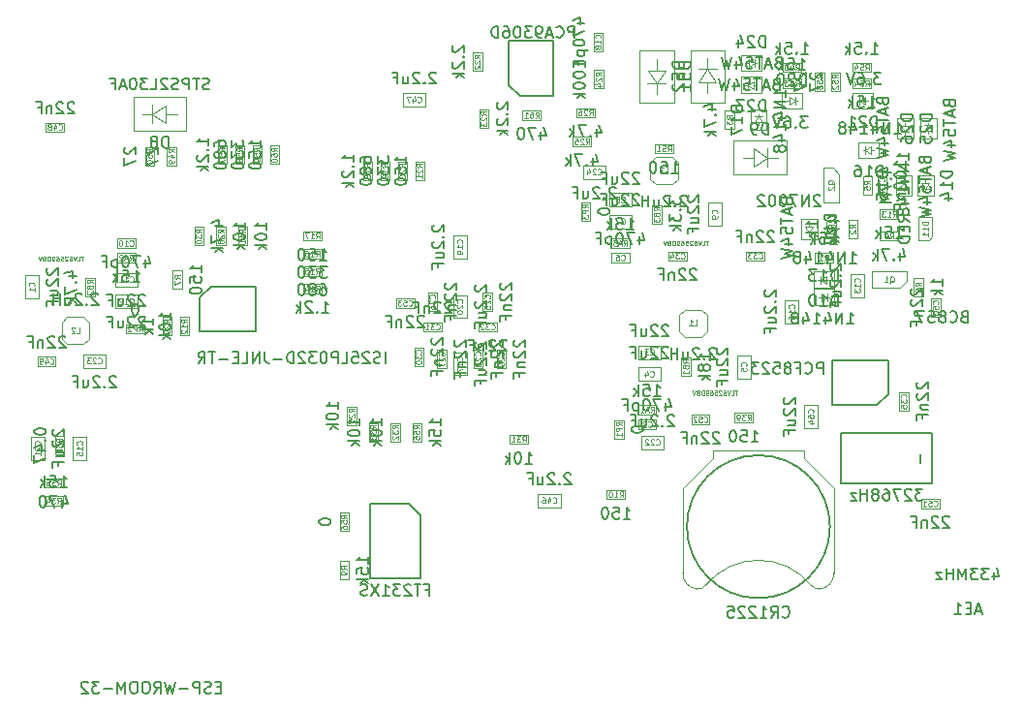
<source format=gbr>
G04 #@! TF.GenerationSoftware,KiCad,Pcbnew,5.0.0-rc2-dev-unknown+dfsg1+20180318-2*
G04 #@! TF.CreationDate,2018-05-19T20:02:20+02:00*
G04 #@! TF.ProjectId,ulx3s,756C7833732E6B696361645F70636200,rev?*
G04 #@! TF.SameCoordinates,Original*
G04 #@! TF.FileFunction,Other,Fab,Bot*
%FSLAX46Y46*%
G04 Gerber Fmt 4.6, Leading zero omitted, Abs format (unit mm)*
G04 Created by KiCad (PCBNEW 5.0.0-rc2-dev-unknown+dfsg1+20180318-2) date Sat May 19 20:02:20 2018*
%MOMM*%
%LPD*%
G01*
G04 APERTURE LIST*
%ADD10C,0.150000*%
%ADD11C,0.100000*%
%ADD12C,0.080000*%
%ADD13C,0.075000*%
G04 APERTURE END LIST*
D10*
X134035000Y-103890000D02*
X130635000Y-103890000D01*
X130635000Y-103890000D02*
X130635000Y-110390000D01*
X130635000Y-110390000D02*
X135035000Y-110390000D01*
X135035000Y-110390000D02*
X135035000Y-104890000D01*
X135035000Y-104890000D02*
X134035000Y-103890000D01*
X170835000Y-105870000D02*
G75*
G03X170835000Y-105870000I-6250000J0D01*
G01*
D11*
X159206987Y-111317558D02*
G75*
G03X159985000Y-110970000I88013J847558D01*
G01*
X169963013Y-111317558D02*
G75*
G02X169185000Y-110970000I-88013J847558D01*
G01*
X159977095Y-110979589D02*
G75*
G02X169185000Y-110970000I4607905J-3790411D01*
G01*
X157985000Y-109920000D02*
G75*
G03X159285000Y-111320000I1350000J-50000D01*
G01*
X171185000Y-109920000D02*
G75*
G02X169885000Y-111320000I-1350000J-50000D01*
G01*
X157985000Y-102470000D02*
X157985000Y-109970000D01*
X171185000Y-102470000D02*
X171185000Y-109970000D01*
X160585000Y-99870000D02*
X157985000Y-102470000D01*
X168585000Y-99870000D02*
X171185000Y-102470000D01*
X160585000Y-99170000D02*
X160585000Y-99870000D01*
X168585000Y-99170000D02*
X168585000Y-99870000D01*
X168585000Y-99170000D02*
X160585000Y-99170000D01*
D10*
X175940000Y-94265000D02*
X175940000Y-91365000D01*
X175940000Y-91365000D02*
X171040000Y-91365000D01*
X171040000Y-91365000D02*
X171040000Y-95265000D01*
X171040000Y-95265000D02*
X174940000Y-95265000D01*
X174940000Y-95265000D02*
X175940000Y-94265000D01*
X143730000Y-68251500D02*
X146630000Y-68251500D01*
X146630000Y-68251500D02*
X146630000Y-63351500D01*
X146630000Y-63351500D02*
X142730000Y-63351500D01*
X142730000Y-63351500D02*
X142730000Y-67251500D01*
X142730000Y-67251500D02*
X143730000Y-68251500D01*
X115780000Y-85870000D02*
X115780000Y-88770000D01*
X115780000Y-88770000D02*
X120680000Y-88770000D01*
X120680000Y-88770000D02*
X120680000Y-84870000D01*
X120680000Y-84870000D02*
X116780000Y-84870000D01*
X116780000Y-84870000D02*
X115780000Y-85870000D01*
X179776000Y-97722000D02*
X179776000Y-102122000D01*
X171776000Y-97722000D02*
X179776000Y-97722000D01*
X171776000Y-102122000D02*
X171776000Y-97722000D01*
X179776000Y-102122000D02*
X171776000Y-102122000D01*
X178776000Y-99522000D02*
X178776000Y-100322000D01*
D11*
X133501000Y-67950000D02*
X133501000Y-69150000D01*
X133501000Y-69150000D02*
X135501000Y-69150000D01*
X135501000Y-69150000D02*
X135501000Y-67950000D01*
X135501000Y-67950000D02*
X133501000Y-67950000D01*
X101685000Y-83915000D02*
X100485000Y-83915000D01*
X100485000Y-83915000D02*
X100485000Y-85915000D01*
X100485000Y-85915000D02*
X101685000Y-85915000D01*
X101685000Y-85915000D02*
X101685000Y-83915000D01*
X154060000Y-96510000D02*
X154060000Y-97310000D01*
X154060000Y-97310000D02*
X155660000Y-97310000D01*
X155660000Y-97310000D02*
X155660000Y-96510000D01*
X155660000Y-96510000D02*
X154060000Y-96510000D01*
X156060000Y-90030000D02*
X154060000Y-90030000D01*
X156060000Y-91230000D02*
X156060000Y-90030000D01*
X154060000Y-91230000D02*
X156060000Y-91230000D01*
X154060000Y-90030000D02*
X154060000Y-91230000D01*
X154060000Y-91935000D02*
X154060000Y-93135000D01*
X154060000Y-93135000D02*
X156060000Y-93135000D01*
X156060000Y-93135000D02*
X156060000Y-91935000D01*
X156060000Y-91935000D02*
X154060000Y-91935000D01*
X162715000Y-90900000D02*
X162715000Y-92900000D01*
X163915000Y-90900000D02*
X162715000Y-90900000D01*
X163915000Y-92900000D02*
X163915000Y-90900000D01*
X162715000Y-92900000D02*
X163915000Y-92900000D01*
X151720000Y-81975000D02*
X151720000Y-82775000D01*
X151720000Y-82775000D02*
X153320000Y-82775000D01*
X153320000Y-82775000D02*
X153320000Y-81975000D01*
X153320000Y-81975000D02*
X151720000Y-81975000D01*
X153520000Y-78600000D02*
X151520000Y-78600000D01*
X153520000Y-79800000D02*
X153520000Y-78600000D01*
X151520000Y-79800000D02*
X153520000Y-79800000D01*
X151520000Y-78600000D02*
X151520000Y-79800000D01*
X153520000Y-76695000D02*
X151520000Y-76695000D01*
X153520000Y-77895000D02*
X153520000Y-76695000D01*
X151520000Y-77895000D02*
X153520000Y-77895000D01*
X151520000Y-76695000D02*
X151520000Y-77895000D01*
X160175000Y-79565000D02*
X161375000Y-79565000D01*
X161375000Y-79565000D02*
X161375000Y-77565000D01*
X161375000Y-77565000D02*
X160175000Y-77565000D01*
X160175000Y-77565000D02*
X160175000Y-79565000D01*
X108540000Y-81505000D02*
X110140000Y-81505000D01*
X108540000Y-80705000D02*
X108540000Y-81505000D01*
X110140000Y-80705000D02*
X108540000Y-80705000D01*
X110140000Y-81505000D02*
X110140000Y-80705000D01*
X108340000Y-84880000D02*
X110340000Y-84880000D01*
X108340000Y-83680000D02*
X108340000Y-84880000D01*
X110340000Y-83680000D02*
X108340000Y-83680000D01*
X110340000Y-84880000D02*
X110340000Y-83680000D01*
X110340000Y-86785000D02*
X110340000Y-85585000D01*
X110340000Y-85585000D02*
X108340000Y-85585000D01*
X108340000Y-85585000D02*
X108340000Y-86785000D01*
X108340000Y-86785000D02*
X110340000Y-86785000D01*
X172621000Y-83788000D02*
X172621000Y-85788000D01*
X173821000Y-83788000D02*
X172621000Y-83788000D01*
X173821000Y-85788000D02*
X173821000Y-83788000D01*
X172621000Y-85788000D02*
X173821000Y-85788000D01*
X175780000Y-76825000D02*
X175780000Y-75225000D01*
X174980000Y-76825000D02*
X175780000Y-76825000D01*
X174980000Y-75225000D02*
X174980000Y-76825000D01*
X175780000Y-75225000D02*
X174980000Y-75225000D01*
X104676000Y-100012000D02*
X105876000Y-100012000D01*
X105876000Y-100012000D02*
X105876000Y-98012000D01*
X105876000Y-98012000D02*
X104676000Y-98012000D01*
X104676000Y-98012000D02*
X104676000Y-100012000D01*
X166906000Y-88074000D02*
X168106000Y-88074000D01*
X168106000Y-88074000D02*
X168106000Y-86074000D01*
X168106000Y-86074000D02*
X166906000Y-86074000D01*
X166906000Y-86074000D02*
X166906000Y-88074000D01*
X139100000Y-90620000D02*
X137900000Y-90620000D01*
X137900000Y-90620000D02*
X137900000Y-92620000D01*
X137900000Y-92620000D02*
X139100000Y-92620000D01*
X139100000Y-92620000D02*
X139100000Y-90620000D01*
X150189600Y-64284000D02*
X150989600Y-64284000D01*
X150989600Y-64284000D02*
X150989600Y-62684000D01*
X150989600Y-62684000D02*
X150189600Y-62684000D01*
X150189600Y-62684000D02*
X150189600Y-64284000D01*
X137900000Y-82420000D02*
X139100000Y-82420000D01*
X139100000Y-82420000D02*
X139100000Y-80420000D01*
X139100000Y-80420000D02*
X137900000Y-80420000D01*
X137900000Y-80420000D02*
X137900000Y-82420000D01*
X139100000Y-87620000D02*
X139100000Y-85620000D01*
X137900000Y-87620000D02*
X139100000Y-87620000D01*
X137900000Y-85620000D02*
X137900000Y-87620000D01*
X139100000Y-85620000D02*
X137900000Y-85620000D01*
X102193000Y-100012000D02*
X102193000Y-98012000D01*
X100993000Y-100012000D02*
X102193000Y-100012000D01*
X100993000Y-98012000D02*
X100993000Y-100012000D01*
X102193000Y-98012000D02*
X100993000Y-98012000D01*
X154314000Y-97904000D02*
X154314000Y-99104000D01*
X154314000Y-99104000D02*
X156314000Y-99104000D01*
X156314000Y-99104000D02*
X156314000Y-97904000D01*
X156314000Y-97904000D02*
X154314000Y-97904000D01*
X105546000Y-91992000D02*
X107546000Y-91992000D01*
X105546000Y-90792000D02*
X105546000Y-91992000D01*
X107546000Y-90792000D02*
X105546000Y-90792000D01*
X107546000Y-91992000D02*
X107546000Y-90792000D01*
X151234000Y-75482000D02*
X151234000Y-74282000D01*
X151234000Y-74282000D02*
X149234000Y-74282000D01*
X149234000Y-74282000D02*
X149234000Y-75482000D01*
X149234000Y-75482000D02*
X151234000Y-75482000D01*
X141300000Y-87020000D02*
X141300000Y-85420000D01*
X140500000Y-87020000D02*
X141300000Y-87020000D01*
X140500000Y-85420000D02*
X140500000Y-87020000D01*
X141300000Y-85420000D02*
X140500000Y-85420000D01*
X136500000Y-87020000D02*
X136500000Y-85420000D01*
X135700000Y-87020000D02*
X136500000Y-87020000D01*
X135700000Y-85420000D02*
X135700000Y-87020000D01*
X136500000Y-85420000D02*
X135700000Y-85420000D01*
X137300000Y-92020000D02*
X137300000Y-90420000D01*
X136500000Y-92020000D02*
X137300000Y-92020000D01*
X136500000Y-90420000D02*
X136500000Y-92020000D01*
X137300000Y-90420000D02*
X136500000Y-90420000D01*
X140500000Y-90420000D02*
X139700000Y-90420000D01*
X139700000Y-90420000D02*
X139700000Y-92020000D01*
X139700000Y-92020000D02*
X140500000Y-92020000D01*
X140500000Y-92020000D02*
X140500000Y-90420000D01*
X142500000Y-92020000D02*
X142500000Y-90420000D01*
X141700000Y-92020000D02*
X142500000Y-92020000D01*
X141700000Y-90420000D02*
X141700000Y-92020000D01*
X142500000Y-90420000D02*
X141700000Y-90420000D01*
X135300000Y-90220000D02*
X134500000Y-90220000D01*
X134500000Y-90220000D02*
X134500000Y-91820000D01*
X134500000Y-91820000D02*
X135300000Y-91820000D01*
X135300000Y-91820000D02*
X135300000Y-90220000D01*
X135300000Y-88020000D02*
X135300000Y-88820000D01*
X135300000Y-88820000D02*
X136900000Y-88820000D01*
X136900000Y-88820000D02*
X136900000Y-88020000D01*
X136900000Y-88020000D02*
X135300000Y-88020000D01*
X140100000Y-88820000D02*
X141700000Y-88820000D01*
X140100000Y-88020000D02*
X140100000Y-88820000D01*
X141700000Y-88020000D02*
X140100000Y-88020000D01*
X141700000Y-88820000D02*
X141700000Y-88020000D01*
X163500000Y-81820000D02*
X163500000Y-82620000D01*
X163500000Y-82620000D02*
X165100000Y-82620000D01*
X165100000Y-82620000D02*
X165100000Y-81820000D01*
X165100000Y-81820000D02*
X163500000Y-81820000D01*
X158300000Y-82620000D02*
X158300000Y-81820000D01*
X158300000Y-81820000D02*
X156700000Y-81820000D01*
X156700000Y-81820000D02*
X156700000Y-82620000D01*
X156700000Y-82620000D02*
X158300000Y-82620000D01*
X177700000Y-94100000D02*
X176900000Y-94100000D01*
X176900000Y-94100000D02*
X176900000Y-95700000D01*
X176900000Y-95700000D02*
X177700000Y-95700000D01*
X177700000Y-95700000D02*
X177700000Y-94100000D01*
X145297000Y-102984000D02*
X145297000Y-104184000D01*
X145297000Y-104184000D02*
X147297000Y-104184000D01*
X147297000Y-104184000D02*
X147297000Y-102984000D01*
X147297000Y-102984000D02*
X145297000Y-102984000D01*
X103920000Y-70563000D02*
X102320000Y-70563000D01*
X103920000Y-71363000D02*
X103920000Y-70563000D01*
X102320000Y-71363000D02*
X103920000Y-71363000D01*
X102320000Y-70563000D02*
X102320000Y-71363000D01*
X103170000Y-91010000D02*
X101570000Y-91010000D01*
X103170000Y-91810000D02*
X103170000Y-91010000D01*
X101570000Y-91810000D02*
X103170000Y-91810000D01*
X101570000Y-91010000D02*
X101570000Y-91810000D01*
X179694000Y-87511000D02*
X180494000Y-87511000D01*
X180494000Y-87511000D02*
X180494000Y-85911000D01*
X180494000Y-85911000D02*
X179694000Y-85911000D01*
X179694000Y-85911000D02*
X179694000Y-87511000D01*
X180398000Y-104256000D02*
X180398000Y-103456000D01*
X180398000Y-103456000D02*
X178798000Y-103456000D01*
X178798000Y-103456000D02*
X178798000Y-104256000D01*
X178798000Y-104256000D02*
X180398000Y-104256000D01*
X158720000Y-96890000D02*
X160320000Y-96890000D01*
X158720000Y-96090000D02*
X158720000Y-96890000D01*
X160320000Y-96090000D02*
X158720000Y-96090000D01*
X160320000Y-96890000D02*
X160320000Y-96090000D01*
X132902200Y-86730000D02*
X134502200Y-86730000D01*
X132902200Y-85930000D02*
X132902200Y-86730000D01*
X134502200Y-85930000D02*
X132902200Y-85930000D01*
X134502200Y-86730000D02*
X134502200Y-85930000D01*
X168572000Y-95236000D02*
X168572000Y-97236000D01*
X169772000Y-95236000D02*
X168572000Y-95236000D01*
X169772000Y-97236000D02*
X169772000Y-95236000D01*
X168572000Y-97236000D02*
X169772000Y-97236000D01*
X179790000Y-78835000D02*
X179790000Y-80535000D01*
X179790000Y-80535000D02*
X179490000Y-80835000D01*
X179490000Y-80835000D02*
X178590000Y-80835000D01*
X178590000Y-80835000D02*
X178590000Y-78835000D01*
X178590000Y-78835000D02*
X179790000Y-78835000D01*
X159595000Y-89290000D02*
X158870000Y-89290000D01*
X160070000Y-88815000D02*
X159595000Y-89290000D01*
X160070000Y-88090000D02*
X160070000Y-88815000D01*
X158145000Y-89290000D02*
X158870000Y-89290000D01*
X157670000Y-88815000D02*
X158145000Y-89290000D01*
X157670000Y-88090000D02*
X157670000Y-88815000D01*
X158145000Y-86890000D02*
X158870000Y-86890000D01*
X157670000Y-87365000D02*
X158145000Y-86890000D01*
X157670000Y-88090000D02*
X157670000Y-87365000D01*
X159595000Y-86890000D02*
X158870000Y-86890000D01*
X160070000Y-87365000D02*
X159595000Y-86890000D01*
X160070000Y-88090000D02*
X160070000Y-87365000D01*
X103695000Y-88725000D02*
X103695000Y-89450000D01*
X103695000Y-89450000D02*
X104170000Y-89925000D01*
X104170000Y-89925000D02*
X104895000Y-89925000D01*
X106095000Y-88725000D02*
X106095000Y-89450000D01*
X106095000Y-89450000D02*
X105620000Y-89925000D01*
X105620000Y-89925000D02*
X104895000Y-89925000D01*
X106095000Y-88725000D02*
X106095000Y-88000000D01*
X106095000Y-88000000D02*
X105620000Y-87525000D01*
X105620000Y-87525000D02*
X104895000Y-87525000D01*
X103695000Y-88725000D02*
X103695000Y-88000000D01*
X103695000Y-88000000D02*
X104170000Y-87525000D01*
X104170000Y-87525000D02*
X104895000Y-87525000D01*
X157530000Y-74755000D02*
X157530000Y-74030000D01*
X157530000Y-74030000D02*
X157055000Y-73555000D01*
X157055000Y-73555000D02*
X156330000Y-73555000D01*
X155130000Y-74755000D02*
X155130000Y-74030000D01*
X155130000Y-74030000D02*
X155605000Y-73555000D01*
X155605000Y-73555000D02*
X156330000Y-73555000D01*
X155130000Y-74755000D02*
X155130000Y-75480000D01*
X155130000Y-75480000D02*
X155605000Y-75955000D01*
X155605000Y-75955000D02*
X156330000Y-75955000D01*
X157530000Y-74755000D02*
X157530000Y-75480000D01*
X157530000Y-75480000D02*
X157055000Y-75955000D01*
X157055000Y-75955000D02*
X156330000Y-75955000D01*
X170500000Y-84280000D02*
X170750000Y-84280000D01*
X170500000Y-83930000D02*
X170000000Y-84280000D01*
X170500000Y-84630000D02*
X170500000Y-83930000D01*
X170000000Y-84280000D02*
X170500000Y-84630000D01*
X170000000Y-84280000D02*
X169800000Y-84280000D01*
X170000000Y-84630000D02*
X170000000Y-83930000D01*
X169400000Y-83580000D02*
X169400000Y-84980000D01*
X171200000Y-83580000D02*
X169400000Y-83580000D01*
X171200000Y-84980000D02*
X171200000Y-83580000D01*
X169400000Y-84980000D02*
X171200000Y-84980000D01*
X169730000Y-80735000D02*
X169730000Y-78935000D01*
X169730000Y-78935000D02*
X168330000Y-78935000D01*
X168330000Y-78935000D02*
X168330000Y-80735000D01*
X168330000Y-80735000D02*
X169730000Y-80735000D01*
X169380000Y-80135000D02*
X168680000Y-80135000D01*
X169030000Y-80135000D02*
X169030000Y-80335000D01*
X169030000Y-80135000D02*
X169380000Y-79635000D01*
X169380000Y-79635000D02*
X168680000Y-79635000D01*
X168680000Y-79635000D02*
X169030000Y-80135000D01*
X169030000Y-79635000D02*
X169030000Y-79385000D01*
X170100000Y-85804000D02*
X169850000Y-85804000D01*
X170100000Y-86154000D02*
X170600000Y-85804000D01*
X170100000Y-85454000D02*
X170100000Y-86154000D01*
X170600000Y-85804000D02*
X170100000Y-85454000D01*
X170600000Y-85804000D02*
X170800000Y-85804000D01*
X170600000Y-85454000D02*
X170600000Y-86154000D01*
X171200000Y-86504000D02*
X171200000Y-85104000D01*
X169400000Y-86504000D02*
X171200000Y-86504000D01*
X169400000Y-85104000D02*
X169400000Y-86504000D01*
X171200000Y-85104000D02*
X169400000Y-85104000D01*
X179890000Y-76925000D02*
X179890000Y-75125000D01*
X179890000Y-75125000D02*
X178490000Y-75125000D01*
X178490000Y-75125000D02*
X178490000Y-76925000D01*
X178490000Y-76925000D02*
X179890000Y-76925000D01*
X179540000Y-76325000D02*
X178840000Y-76325000D01*
X179190000Y-76325000D02*
X179190000Y-76525000D01*
X179190000Y-76325000D02*
X179540000Y-75825000D01*
X179540000Y-75825000D02*
X178840000Y-75825000D01*
X178840000Y-75825000D02*
X179190000Y-76325000D01*
X179190000Y-75825000D02*
X179190000Y-75575000D01*
X176585000Y-75125000D02*
X176585000Y-76925000D01*
X176585000Y-76925000D02*
X177985000Y-76925000D01*
X177985000Y-76925000D02*
X177985000Y-75125000D01*
X177985000Y-75125000D02*
X176585000Y-75125000D01*
X176935000Y-75725000D02*
X177635000Y-75725000D01*
X177285000Y-75725000D02*
X177285000Y-75525000D01*
X177285000Y-75725000D02*
X176935000Y-76225000D01*
X176935000Y-76225000D02*
X177635000Y-76225000D01*
X177635000Y-76225000D02*
X177285000Y-75725000D01*
X177285000Y-76225000D02*
X177285000Y-76475000D01*
X174437000Y-72977000D02*
X174687000Y-72977000D01*
X174437000Y-72627000D02*
X173937000Y-72977000D01*
X174437000Y-73327000D02*
X174437000Y-72627000D01*
X173937000Y-72977000D02*
X174437000Y-73327000D01*
X173937000Y-72977000D02*
X173737000Y-72977000D01*
X173937000Y-73327000D02*
X173937000Y-72627000D01*
X173337000Y-72277000D02*
X173337000Y-73677000D01*
X175137000Y-72277000D02*
X173337000Y-72277000D01*
X175137000Y-73677000D02*
X175137000Y-72277000D01*
X173337000Y-73677000D02*
X175137000Y-73677000D01*
X164585000Y-70510000D02*
X164585000Y-70760000D01*
X164935000Y-70510000D02*
X164585000Y-70010000D01*
X164235000Y-70510000D02*
X164935000Y-70510000D01*
X164585000Y-70010000D02*
X164235000Y-70510000D01*
X164585000Y-70010000D02*
X164585000Y-69810000D01*
X164235000Y-70010000D02*
X164935000Y-70010000D01*
X165285000Y-69410000D02*
X163885000Y-69410000D01*
X165285000Y-71210000D02*
X165285000Y-69410000D01*
X163885000Y-71210000D02*
X165285000Y-71210000D01*
X163885000Y-69410000D02*
X163885000Y-71210000D01*
X167306000Y-68659000D02*
X167056000Y-68659000D01*
X167306000Y-69009000D02*
X167806000Y-68659000D01*
X167306000Y-68309000D02*
X167306000Y-69009000D01*
X167806000Y-68659000D02*
X167306000Y-68309000D01*
X167806000Y-68659000D02*
X168006000Y-68659000D01*
X167806000Y-68309000D02*
X167806000Y-69009000D01*
X168406000Y-69359000D02*
X168406000Y-67959000D01*
X166606000Y-69359000D02*
X168406000Y-69359000D01*
X166606000Y-67959000D02*
X166606000Y-69359000D01*
X168406000Y-67959000D02*
X166606000Y-67959000D01*
X172829000Y-69359000D02*
X174629000Y-69359000D01*
X174629000Y-69359000D02*
X174629000Y-67959000D01*
X174629000Y-67959000D02*
X172829000Y-67959000D01*
X172829000Y-67959000D02*
X172829000Y-69359000D01*
X173429000Y-69009000D02*
X173429000Y-68309000D01*
X173429000Y-68659000D02*
X173229000Y-68659000D01*
X173429000Y-68659000D02*
X173929000Y-69009000D01*
X173929000Y-69009000D02*
X173929000Y-68309000D01*
X173929000Y-68309000D02*
X173429000Y-68659000D01*
X173929000Y-68659000D02*
X174179000Y-68659000D01*
X163050000Y-67962000D02*
X164850000Y-67962000D01*
X164850000Y-67962000D02*
X164850000Y-66562000D01*
X164850000Y-66562000D02*
X163050000Y-66562000D01*
X163050000Y-66562000D02*
X163050000Y-67962000D01*
X163650000Y-67612000D02*
X163650000Y-66912000D01*
X163650000Y-67262000D02*
X163450000Y-67262000D01*
X163650000Y-67262000D02*
X164150000Y-67612000D01*
X164150000Y-67612000D02*
X164150000Y-66912000D01*
X164150000Y-66912000D02*
X163650000Y-67262000D01*
X164150000Y-67262000D02*
X164400000Y-67262000D01*
X164850000Y-64657000D02*
X163050000Y-64657000D01*
X163050000Y-64657000D02*
X163050000Y-66057000D01*
X163050000Y-66057000D02*
X164850000Y-66057000D01*
X164850000Y-66057000D02*
X164850000Y-64657000D01*
X164250000Y-65007000D02*
X164250000Y-65707000D01*
X164250000Y-65357000D02*
X164450000Y-65357000D01*
X164250000Y-65357000D02*
X163750000Y-65007000D01*
X163750000Y-65007000D02*
X163750000Y-65707000D01*
X163750000Y-65707000D02*
X164250000Y-65357000D01*
X163750000Y-65357000D02*
X163500000Y-65357000D01*
X177412000Y-70872000D02*
X177412000Y-70622000D01*
X177062000Y-70872000D02*
X177412000Y-71372000D01*
X177762000Y-70872000D02*
X177062000Y-70872000D01*
X177412000Y-71372000D02*
X177762000Y-70872000D01*
X177412000Y-71372000D02*
X177412000Y-71572000D01*
X177762000Y-71372000D02*
X177062000Y-71372000D01*
X176712000Y-71972000D02*
X178112000Y-71972000D01*
X176712000Y-70172000D02*
X176712000Y-71972000D01*
X178112000Y-70172000D02*
X176712000Y-70172000D01*
X178112000Y-71972000D02*
X178112000Y-70172000D01*
X179444000Y-71272000D02*
X179444000Y-71522000D01*
X179794000Y-71272000D02*
X179444000Y-70772000D01*
X179094000Y-71272000D02*
X179794000Y-71272000D01*
X179444000Y-70772000D02*
X179094000Y-71272000D01*
X179444000Y-70772000D02*
X179444000Y-70572000D01*
X179094000Y-70772000D02*
X179794000Y-70772000D01*
X180144000Y-70172000D02*
X178744000Y-70172000D01*
X180144000Y-71972000D02*
X180144000Y-70172000D01*
X178744000Y-71972000D02*
X180144000Y-71972000D01*
X178744000Y-70172000D02*
X178744000Y-71972000D01*
X174495000Y-84980000D02*
X174495000Y-83580000D01*
X177535000Y-83580000D02*
X174495000Y-83580000D01*
X176965000Y-84980000D02*
X177535000Y-84430000D01*
X177535000Y-84430000D02*
X177535000Y-83580000D01*
X176965000Y-84980000D02*
X174515000Y-84980000D01*
X171635000Y-75075000D02*
X171635000Y-77525000D01*
X171085000Y-74505000D02*
X170235000Y-74505000D01*
X171635000Y-75075000D02*
X171085000Y-74505000D01*
X170235000Y-74505000D02*
X170235000Y-77545000D01*
X171635000Y-77545000D02*
X170235000Y-77545000D01*
X111611560Y-69800980D02*
X112762180Y-70601080D01*
X111611560Y-69800980D02*
X112762180Y-69051680D01*
X112762180Y-69051680D02*
X112762180Y-70601080D01*
X111611560Y-70601080D02*
X111611560Y-69000880D01*
X112762180Y-69800980D02*
X113760400Y-69800980D01*
X111611560Y-69800980D02*
X110709860Y-69800980D01*
X114561000Y-71302000D02*
X109961000Y-71302000D01*
X114561000Y-71302000D02*
X114561000Y-68302000D01*
X109961000Y-68302000D02*
X109961000Y-71302000D01*
X114561000Y-68302000D02*
X109961000Y-68302000D01*
X162412000Y-75112000D02*
X167012000Y-75112000D01*
X167012000Y-75112000D02*
X167012000Y-72112000D01*
X162412000Y-72112000D02*
X162412000Y-75112000D01*
X162412000Y-72112000D02*
X167012000Y-72112000D01*
X165361440Y-73613020D02*
X166263140Y-73613020D01*
X164210820Y-73613020D02*
X163212600Y-73613020D01*
X165361440Y-72812920D02*
X165361440Y-74413120D01*
X164210820Y-74362320D02*
X164210820Y-72812920D01*
X165361440Y-73613020D02*
X164210820Y-74362320D01*
X165361440Y-73613020D02*
X164210820Y-72812920D01*
X154195000Y-64200000D02*
X154195000Y-68800000D01*
X154195000Y-68800000D02*
X157195000Y-68800000D01*
X157195000Y-64200000D02*
X154195000Y-64200000D01*
X157195000Y-64200000D02*
X157195000Y-68800000D01*
X155693980Y-67149440D02*
X155693980Y-68051140D01*
X155693980Y-65998820D02*
X155693980Y-65000600D01*
X156494080Y-67149440D02*
X154893880Y-67149440D01*
X154944680Y-65998820D02*
X156494080Y-65998820D01*
X155693980Y-67149440D02*
X154944680Y-65998820D01*
X155693980Y-67149440D02*
X156494080Y-65998820D01*
X160141020Y-65850560D02*
X159340920Y-67001180D01*
X160141020Y-65850560D02*
X160890320Y-67001180D01*
X160890320Y-67001180D02*
X159340920Y-67001180D01*
X159340920Y-65850560D02*
X160941120Y-65850560D01*
X160141020Y-67001180D02*
X160141020Y-67999400D01*
X160141020Y-65850560D02*
X160141020Y-64948860D01*
X158640000Y-68800000D02*
X158640000Y-64200000D01*
X158640000Y-68800000D02*
X161640000Y-68800000D01*
X161640000Y-64200000D02*
X158640000Y-64200000D01*
X161640000Y-68800000D02*
X161640000Y-64200000D01*
X112877000Y-74285000D02*
X113677000Y-74285000D01*
X113677000Y-74285000D02*
X113677000Y-72685000D01*
X113677000Y-72685000D02*
X112877000Y-72685000D01*
X112877000Y-72685000D02*
X112877000Y-74285000D01*
X110972000Y-72685000D02*
X110972000Y-74285000D01*
X111772000Y-72685000D02*
X110972000Y-72685000D01*
X111772000Y-74285000D02*
X111772000Y-72685000D01*
X110972000Y-74285000D02*
X111772000Y-74285000D01*
X155530000Y-73250000D02*
X157130000Y-73250000D01*
X155530000Y-72450000D02*
X155530000Y-73250000D01*
X157130000Y-72450000D02*
X155530000Y-72450000D01*
X157130000Y-73250000D02*
X157130000Y-72450000D01*
X170916000Y-66165000D02*
X170916000Y-67765000D01*
X171716000Y-66165000D02*
X170916000Y-66165000D01*
X171716000Y-67765000D02*
X171716000Y-66165000D01*
X170916000Y-67765000D02*
X171716000Y-67765000D01*
X169519000Y-67765000D02*
X170319000Y-67765000D01*
X170319000Y-67765000D02*
X170319000Y-66165000D01*
X170319000Y-66165000D02*
X169519000Y-66165000D01*
X169519000Y-66165000D02*
X169519000Y-67765000D01*
X174402000Y-65338000D02*
X172802000Y-65338000D01*
X174402000Y-66138000D02*
X174402000Y-65338000D01*
X172802000Y-66138000D02*
X174402000Y-66138000D01*
X172802000Y-65338000D02*
X172802000Y-66138000D01*
X127990000Y-106246000D02*
X128790000Y-106246000D01*
X128790000Y-106246000D02*
X128790000Y-104646000D01*
X128790000Y-104646000D02*
X127990000Y-104646000D01*
X127990000Y-104646000D02*
X127990000Y-106246000D01*
X117322000Y-72558000D02*
X117322000Y-74158000D01*
X118122000Y-72558000D02*
X117322000Y-72558000D01*
X118122000Y-74158000D02*
X118122000Y-72558000D01*
X117322000Y-74158000D02*
X118122000Y-74158000D01*
X118846000Y-74158000D02*
X119646000Y-74158000D01*
X119646000Y-74158000D02*
X119646000Y-72558000D01*
X119646000Y-72558000D02*
X118846000Y-72558000D01*
X118846000Y-72558000D02*
X118846000Y-74158000D01*
X120370000Y-72558000D02*
X120370000Y-74158000D01*
X121170000Y-72558000D02*
X120370000Y-72558000D01*
X121170000Y-74158000D02*
X121170000Y-72558000D01*
X120370000Y-74158000D02*
X121170000Y-74158000D01*
X121894000Y-74158000D02*
X122694000Y-74158000D01*
X122694000Y-74158000D02*
X122694000Y-72558000D01*
X122694000Y-72558000D02*
X121894000Y-72558000D01*
X121894000Y-72558000D02*
X121894000Y-74158000D01*
X145580000Y-70300000D02*
X145580000Y-69500000D01*
X145580000Y-69500000D02*
X143980000Y-69500000D01*
X143980000Y-69500000D02*
X143980000Y-70300000D01*
X143980000Y-70300000D02*
X145580000Y-70300000D01*
X152793000Y-96561000D02*
X151993000Y-96561000D01*
X151993000Y-96561000D02*
X151993000Y-98161000D01*
X151993000Y-98161000D02*
X152793000Y-98161000D01*
X152793000Y-98161000D02*
X152793000Y-96561000D01*
X110902000Y-88198000D02*
X109302000Y-88198000D01*
X110902000Y-88998000D02*
X110902000Y-88198000D01*
X109302000Y-88998000D02*
X110902000Y-88998000D01*
X109302000Y-88198000D02*
X109302000Y-88998000D01*
X149872000Y-77511000D02*
X149072000Y-77511000D01*
X149072000Y-77511000D02*
X149072000Y-79111000D01*
X149072000Y-79111000D02*
X149872000Y-79111000D01*
X149872000Y-79111000D02*
X149872000Y-77511000D01*
X166706000Y-65338000D02*
X166706000Y-66138000D01*
X166706000Y-66138000D02*
X168306000Y-66138000D01*
X168306000Y-66138000D02*
X168306000Y-65338000D01*
X168306000Y-65338000D02*
X166706000Y-65338000D01*
X124796000Y-85460000D02*
X126396000Y-85460000D01*
X124796000Y-84660000D02*
X124796000Y-85460000D01*
X126396000Y-84660000D02*
X124796000Y-84660000D01*
X126396000Y-85460000D02*
X126396000Y-84660000D01*
X126396000Y-83936000D02*
X126396000Y-83136000D01*
X126396000Y-83136000D02*
X124796000Y-83136000D01*
X124796000Y-83136000D02*
X124796000Y-83936000D01*
X124796000Y-83936000D02*
X126396000Y-83936000D01*
X126396000Y-82412000D02*
X126396000Y-81612000D01*
X126396000Y-81612000D02*
X124796000Y-81612000D01*
X124796000Y-81612000D02*
X124796000Y-82412000D01*
X124796000Y-82412000D02*
X126396000Y-82412000D01*
X124796000Y-80870000D02*
X126396000Y-80870000D01*
X124796000Y-80070000D02*
X124796000Y-80870000D01*
X126396000Y-80070000D02*
X124796000Y-80070000D01*
X126396000Y-80870000D02*
X126396000Y-80070000D01*
X130022000Y-73973000D02*
X130022000Y-75573000D01*
X130822000Y-73973000D02*
X130022000Y-73973000D01*
X130822000Y-75573000D02*
X130822000Y-73973000D01*
X130022000Y-75573000D02*
X130822000Y-75573000D01*
X131561000Y-75573000D02*
X132361000Y-75573000D01*
X132361000Y-75573000D02*
X132361000Y-73973000D01*
X132361000Y-73973000D02*
X131561000Y-73973000D01*
X131561000Y-73973000D02*
X131561000Y-75573000D01*
X133085000Y-73973000D02*
X133085000Y-75573000D01*
X133885000Y-73973000D02*
X133085000Y-73973000D01*
X133885000Y-75573000D02*
X133885000Y-73973000D01*
X133085000Y-75573000D02*
X133885000Y-75573000D01*
X134609000Y-75573000D02*
X135409000Y-75573000D01*
X135409000Y-75573000D02*
X135409000Y-73973000D01*
X135409000Y-73973000D02*
X134609000Y-73973000D01*
X134609000Y-73973000D02*
X134609000Y-75573000D01*
X114185000Y-83480000D02*
X113385000Y-83480000D01*
X113385000Y-83480000D02*
X113385000Y-85080000D01*
X113385000Y-85080000D02*
X114185000Y-85080000D01*
X114185000Y-85080000D02*
X114185000Y-83480000D01*
X151339000Y-103476000D02*
X152939000Y-103476000D01*
X151339000Y-102676000D02*
X151339000Y-103476000D01*
X152939000Y-102676000D02*
X151339000Y-102676000D01*
X152939000Y-103476000D02*
X152939000Y-102676000D01*
X164115000Y-96745000D02*
X164115000Y-95945000D01*
X164115000Y-95945000D02*
X162515000Y-95945000D01*
X162515000Y-95945000D02*
X162515000Y-96745000D01*
X162515000Y-96745000D02*
X164115000Y-96745000D01*
X178955000Y-85715000D02*
X178955000Y-84115000D01*
X178155000Y-85715000D02*
X178955000Y-85715000D01*
X178155000Y-84115000D02*
X178155000Y-85715000D01*
X178955000Y-84115000D02*
X178155000Y-84115000D01*
X112496000Y-89144000D02*
X113296000Y-89144000D01*
X113296000Y-89144000D02*
X113296000Y-87544000D01*
X113296000Y-87544000D02*
X112496000Y-87544000D01*
X112496000Y-87544000D02*
X112496000Y-89144000D01*
X170535000Y-80635000D02*
X171335000Y-80635000D01*
X171335000Y-80635000D02*
X171335000Y-79035000D01*
X171335000Y-79035000D02*
X170535000Y-79035000D01*
X170535000Y-79035000D02*
X170535000Y-80635000D01*
X103790000Y-102460000D02*
X103790000Y-101660000D01*
X103790000Y-101660000D02*
X102190000Y-101660000D01*
X102190000Y-101660000D02*
X102190000Y-102460000D01*
X102190000Y-102460000D02*
X103790000Y-102460000D01*
X114020000Y-89144000D02*
X114820000Y-89144000D01*
X114820000Y-89144000D02*
X114820000Y-87544000D01*
X114820000Y-87544000D02*
X114020000Y-87544000D01*
X114020000Y-87544000D02*
X114020000Y-89144000D01*
X171100000Y-81975000D02*
X169500000Y-81975000D01*
X171100000Y-82775000D02*
X171100000Y-81975000D01*
X169500000Y-82775000D02*
X171100000Y-82775000D01*
X169500000Y-81975000D02*
X169500000Y-82775000D01*
X172440000Y-80635000D02*
X173240000Y-80635000D01*
X173240000Y-80635000D02*
X173240000Y-79035000D01*
X173240000Y-79035000D02*
X172440000Y-79035000D01*
X172440000Y-79035000D02*
X172440000Y-80635000D01*
X161645000Y-69510000D02*
X161645000Y-71110000D01*
X162445000Y-69510000D02*
X161645000Y-69510000D01*
X162445000Y-71110000D02*
X162445000Y-69510000D01*
X161645000Y-71110000D02*
X162445000Y-71110000D01*
X175215000Y-80870000D02*
X176815000Y-80870000D01*
X175215000Y-80070000D02*
X175215000Y-80870000D01*
X176815000Y-80070000D02*
X175215000Y-80070000D01*
X176815000Y-80870000D02*
X176815000Y-80070000D01*
X174510000Y-75225000D02*
X173710000Y-75225000D01*
X173710000Y-75225000D02*
X173710000Y-76825000D01*
X173710000Y-76825000D02*
X174510000Y-76825000D01*
X174510000Y-76825000D02*
X174510000Y-75225000D01*
X128790000Y-110480000D02*
X128790000Y-108880000D01*
X127990000Y-110480000D02*
X128790000Y-110480000D01*
X127990000Y-108880000D02*
X127990000Y-110480000D01*
X128790000Y-108880000D02*
X127990000Y-108880000D01*
X119900000Y-79670000D02*
X119100000Y-79670000D01*
X119100000Y-79670000D02*
X119100000Y-81270000D01*
X119100000Y-81270000D02*
X119900000Y-81270000D01*
X119900000Y-81270000D02*
X119900000Y-79670000D01*
X176815000Y-78965000D02*
X176815000Y-78165000D01*
X176815000Y-78165000D02*
X175215000Y-78165000D01*
X175215000Y-78165000D02*
X175215000Y-78965000D01*
X175215000Y-78965000D02*
X176815000Y-78965000D01*
X139625500Y-66030000D02*
X140425500Y-66030000D01*
X140425500Y-66030000D02*
X140425500Y-64430000D01*
X140425500Y-64430000D02*
X139625500Y-64430000D01*
X139625500Y-64430000D02*
X139625500Y-66030000D01*
X140997000Y-71001000D02*
X140997000Y-69401000D01*
X140197000Y-71001000D02*
X140997000Y-71001000D01*
X140197000Y-69401000D02*
X140197000Y-71001000D01*
X140997000Y-69401000D02*
X140197000Y-69401000D01*
X150215000Y-65972000D02*
X150215000Y-67572000D01*
X151015000Y-65972000D02*
X150215000Y-65972000D01*
X151015000Y-67572000D02*
X151015000Y-65972000D01*
X150215000Y-67572000D02*
X151015000Y-67572000D01*
X149975000Y-72615000D02*
X149975000Y-71815000D01*
X149975000Y-71815000D02*
X148375000Y-71815000D01*
X148375000Y-71815000D02*
X148375000Y-72615000D01*
X148375000Y-72615000D02*
X149975000Y-72615000D01*
X150287000Y-70093000D02*
X150287000Y-69293000D01*
X150287000Y-69293000D02*
X148687000Y-69293000D01*
X148687000Y-69293000D02*
X148687000Y-70093000D01*
X148687000Y-70093000D02*
X150287000Y-70093000D01*
X128625000Y-95375000D02*
X128625000Y-96975000D01*
X129425000Y-95375000D02*
X128625000Y-95375000D01*
X129425000Y-96975000D02*
X129425000Y-95375000D01*
X128625000Y-96975000D02*
X129425000Y-96975000D01*
X117995000Y-79670000D02*
X117195000Y-79670000D01*
X117195000Y-79670000D02*
X117195000Y-81270000D01*
X117195000Y-81270000D02*
X117995000Y-81270000D01*
X117995000Y-81270000D02*
X117995000Y-79670000D01*
X116090000Y-81270000D02*
X116090000Y-79670000D01*
X115290000Y-81270000D02*
X116090000Y-81270000D01*
X115290000Y-79670000D02*
X115290000Y-81270000D01*
X116090000Y-79670000D02*
X115290000Y-79670000D01*
X142830000Y-98650000D02*
X144430000Y-98650000D01*
X142830000Y-97850000D02*
X142830000Y-98650000D01*
X144430000Y-97850000D02*
X142830000Y-97850000D01*
X144430000Y-98650000D02*
X144430000Y-97850000D01*
X132435000Y-98415000D02*
X133235000Y-98415000D01*
X133235000Y-98415000D02*
X133235000Y-96815000D01*
X133235000Y-96815000D02*
X132435000Y-96815000D01*
X132435000Y-96815000D02*
X132435000Y-98415000D01*
X130530000Y-96815000D02*
X130530000Y-98415000D01*
X131330000Y-96815000D02*
X130530000Y-96815000D01*
X131330000Y-98415000D02*
X131330000Y-96815000D01*
X130530000Y-98415000D02*
X131330000Y-98415000D01*
X103790000Y-103200000D02*
X102190000Y-103200000D01*
X103790000Y-104000000D02*
X103790000Y-103200000D01*
X102190000Y-104000000D02*
X103790000Y-104000000D01*
X102190000Y-103200000D02*
X102190000Y-104000000D01*
X103098000Y-99558000D02*
X103898000Y-99558000D01*
X103898000Y-99558000D02*
X103898000Y-97958000D01*
X103898000Y-97958000D02*
X103098000Y-97958000D01*
X103098000Y-97958000D02*
X103098000Y-99558000D01*
X135140000Y-96815000D02*
X134340000Y-96815000D01*
X134340000Y-96815000D02*
X134340000Y-98415000D01*
X134340000Y-98415000D02*
X135140000Y-98415000D01*
X135140000Y-98415000D02*
X135140000Y-96815000D01*
X166706000Y-66735000D02*
X166706000Y-67535000D01*
X166706000Y-67535000D02*
X168306000Y-67535000D01*
X168306000Y-67535000D02*
X168306000Y-66735000D01*
X168306000Y-66735000D02*
X166706000Y-66735000D01*
X172800000Y-67520000D02*
X174400000Y-67520000D01*
X172800000Y-66720000D02*
X172800000Y-67520000D01*
X174400000Y-66720000D02*
X172800000Y-66720000D01*
X174400000Y-67520000D02*
X174400000Y-66720000D01*
X155660000Y-95240000D02*
X154060000Y-95240000D01*
X155660000Y-96040000D02*
X155660000Y-95240000D01*
X154060000Y-96040000D02*
X155660000Y-96040000D01*
X154060000Y-95240000D02*
X154060000Y-96040000D01*
X108540000Y-82775000D02*
X110140000Y-82775000D01*
X108540000Y-81975000D02*
X108540000Y-82775000D01*
X110140000Y-81975000D02*
X108540000Y-81975000D01*
X110140000Y-82775000D02*
X110140000Y-81975000D01*
X153320000Y-80705000D02*
X151720000Y-80705000D01*
X153320000Y-81505000D02*
X153320000Y-80705000D01*
X151720000Y-81505000D02*
X153320000Y-81505000D01*
X151720000Y-80705000D02*
X151720000Y-81505000D01*
X158635000Y-91100000D02*
X157835000Y-91100000D01*
X157835000Y-91100000D02*
X157835000Y-92700000D01*
X157835000Y-92700000D02*
X158635000Y-92700000D01*
X158635000Y-92700000D02*
X158635000Y-91100000D01*
X105765000Y-85715000D02*
X106565000Y-85715000D01*
X106565000Y-85715000D02*
X106565000Y-84115000D01*
X106565000Y-84115000D02*
X105765000Y-84115000D01*
X105765000Y-84115000D02*
X105765000Y-85715000D01*
X156095000Y-77765000D02*
X155295000Y-77765000D01*
X155295000Y-77765000D02*
X155295000Y-79365000D01*
X155295000Y-79365000D02*
X156095000Y-79365000D01*
X156095000Y-79365000D02*
X156095000Y-77765000D01*
X162746428Y-93966952D02*
X162517857Y-93966952D01*
X162632142Y-94366952D02*
X162632142Y-93966952D01*
X162194047Y-94366952D02*
X162384523Y-94366952D01*
X162384523Y-93966952D01*
X162117857Y-93966952D02*
X161984523Y-94366952D01*
X161851190Y-93966952D01*
X161546428Y-93966952D02*
X161622619Y-93966952D01*
X161660714Y-93986000D01*
X161679761Y-94005047D01*
X161717857Y-94062190D01*
X161736904Y-94138380D01*
X161736904Y-94290761D01*
X161717857Y-94328857D01*
X161698809Y-94347904D01*
X161660714Y-94366952D01*
X161584523Y-94366952D01*
X161546428Y-94347904D01*
X161527380Y-94328857D01*
X161508333Y-94290761D01*
X161508333Y-94195523D01*
X161527380Y-94157428D01*
X161546428Y-94138380D01*
X161584523Y-94119333D01*
X161660714Y-94119333D01*
X161698809Y-94138380D01*
X161717857Y-94157428D01*
X161736904Y-94195523D01*
X161355952Y-94005047D02*
X161336904Y-93986000D01*
X161298809Y-93966952D01*
X161203571Y-93966952D01*
X161165476Y-93986000D01*
X161146428Y-94005047D01*
X161127380Y-94043142D01*
X161127380Y-94081238D01*
X161146428Y-94138380D01*
X161375000Y-94366952D01*
X161127380Y-94366952D01*
X160765476Y-93966952D02*
X160955952Y-93966952D01*
X160975000Y-94157428D01*
X160955952Y-94138380D01*
X160917857Y-94119333D01*
X160822619Y-94119333D01*
X160784523Y-94138380D01*
X160765476Y-94157428D01*
X160746428Y-94195523D01*
X160746428Y-94290761D01*
X160765476Y-94328857D01*
X160784523Y-94347904D01*
X160822619Y-94366952D01*
X160917857Y-94366952D01*
X160955952Y-94347904D01*
X160975000Y-94328857D01*
X160403571Y-93966952D02*
X160479761Y-93966952D01*
X160517857Y-93986000D01*
X160536904Y-94005047D01*
X160575000Y-94062190D01*
X160594047Y-94138380D01*
X160594047Y-94290761D01*
X160575000Y-94328857D01*
X160555952Y-94347904D01*
X160517857Y-94366952D01*
X160441666Y-94366952D01*
X160403571Y-94347904D01*
X160384523Y-94328857D01*
X160365476Y-94290761D01*
X160365476Y-94195523D01*
X160384523Y-94157428D01*
X160403571Y-94138380D01*
X160441666Y-94119333D01*
X160517857Y-94119333D01*
X160555952Y-94138380D01*
X160575000Y-94157428D01*
X160594047Y-94195523D01*
X160175000Y-94366952D02*
X160098809Y-94366952D01*
X160060714Y-94347904D01*
X160041666Y-94328857D01*
X160003571Y-94271714D01*
X159984523Y-94195523D01*
X159984523Y-94043142D01*
X160003571Y-94005047D01*
X160022619Y-93986000D01*
X160060714Y-93966952D01*
X160136904Y-93966952D01*
X160175000Y-93986000D01*
X160194047Y-94005047D01*
X160213095Y-94043142D01*
X160213095Y-94138380D01*
X160194047Y-94176476D01*
X160175000Y-94195523D01*
X160136904Y-94214571D01*
X160060714Y-94214571D01*
X160022619Y-94195523D01*
X160003571Y-94176476D01*
X159984523Y-94138380D01*
X159813095Y-94366952D02*
X159813095Y-93966952D01*
X159717857Y-93966952D01*
X159660714Y-93986000D01*
X159622619Y-94024095D01*
X159603571Y-94062190D01*
X159584523Y-94138380D01*
X159584523Y-94195523D01*
X159603571Y-94271714D01*
X159622619Y-94309809D01*
X159660714Y-94347904D01*
X159717857Y-94366952D01*
X159813095Y-94366952D01*
X159279761Y-94157428D02*
X159222619Y-94176476D01*
X159203571Y-94195523D01*
X159184523Y-94233619D01*
X159184523Y-94290761D01*
X159203571Y-94328857D01*
X159222619Y-94347904D01*
X159260714Y-94366952D01*
X159413095Y-94366952D01*
X159413095Y-93966952D01*
X159279761Y-93966952D01*
X159241666Y-93986000D01*
X159222619Y-94005047D01*
X159203571Y-94043142D01*
X159203571Y-94081238D01*
X159222619Y-94119333D01*
X159241666Y-94138380D01*
X159279761Y-94157428D01*
X159413095Y-94157428D01*
X159070238Y-93966952D02*
X158936904Y-94366952D01*
X158803571Y-93966952D01*
X105596428Y-82252952D02*
X105367857Y-82252952D01*
X105482142Y-82652952D02*
X105482142Y-82252952D01*
X105044047Y-82652952D02*
X105234523Y-82652952D01*
X105234523Y-82252952D01*
X104967857Y-82252952D02*
X104834523Y-82652952D01*
X104701190Y-82252952D01*
X104396428Y-82252952D02*
X104472619Y-82252952D01*
X104510714Y-82272000D01*
X104529761Y-82291047D01*
X104567857Y-82348190D01*
X104586904Y-82424380D01*
X104586904Y-82576761D01*
X104567857Y-82614857D01*
X104548809Y-82633904D01*
X104510714Y-82652952D01*
X104434523Y-82652952D01*
X104396428Y-82633904D01*
X104377380Y-82614857D01*
X104358333Y-82576761D01*
X104358333Y-82481523D01*
X104377380Y-82443428D01*
X104396428Y-82424380D01*
X104434523Y-82405333D01*
X104510714Y-82405333D01*
X104548809Y-82424380D01*
X104567857Y-82443428D01*
X104586904Y-82481523D01*
X104205952Y-82291047D02*
X104186904Y-82272000D01*
X104148809Y-82252952D01*
X104053571Y-82252952D01*
X104015476Y-82272000D01*
X103996428Y-82291047D01*
X103977380Y-82329142D01*
X103977380Y-82367238D01*
X103996428Y-82424380D01*
X104225000Y-82652952D01*
X103977380Y-82652952D01*
X103615476Y-82252952D02*
X103805952Y-82252952D01*
X103825000Y-82443428D01*
X103805952Y-82424380D01*
X103767857Y-82405333D01*
X103672619Y-82405333D01*
X103634523Y-82424380D01*
X103615476Y-82443428D01*
X103596428Y-82481523D01*
X103596428Y-82576761D01*
X103615476Y-82614857D01*
X103634523Y-82633904D01*
X103672619Y-82652952D01*
X103767857Y-82652952D01*
X103805952Y-82633904D01*
X103825000Y-82614857D01*
X103253571Y-82252952D02*
X103329761Y-82252952D01*
X103367857Y-82272000D01*
X103386904Y-82291047D01*
X103425000Y-82348190D01*
X103444047Y-82424380D01*
X103444047Y-82576761D01*
X103425000Y-82614857D01*
X103405952Y-82633904D01*
X103367857Y-82652952D01*
X103291666Y-82652952D01*
X103253571Y-82633904D01*
X103234523Y-82614857D01*
X103215476Y-82576761D01*
X103215476Y-82481523D01*
X103234523Y-82443428D01*
X103253571Y-82424380D01*
X103291666Y-82405333D01*
X103367857Y-82405333D01*
X103405952Y-82424380D01*
X103425000Y-82443428D01*
X103444047Y-82481523D01*
X103025000Y-82652952D02*
X102948809Y-82652952D01*
X102910714Y-82633904D01*
X102891666Y-82614857D01*
X102853571Y-82557714D01*
X102834523Y-82481523D01*
X102834523Y-82329142D01*
X102853571Y-82291047D01*
X102872619Y-82272000D01*
X102910714Y-82252952D01*
X102986904Y-82252952D01*
X103025000Y-82272000D01*
X103044047Y-82291047D01*
X103063095Y-82329142D01*
X103063095Y-82424380D01*
X103044047Y-82462476D01*
X103025000Y-82481523D01*
X102986904Y-82500571D01*
X102910714Y-82500571D01*
X102872619Y-82481523D01*
X102853571Y-82462476D01*
X102834523Y-82424380D01*
X102663095Y-82652952D02*
X102663095Y-82252952D01*
X102567857Y-82252952D01*
X102510714Y-82272000D01*
X102472619Y-82310095D01*
X102453571Y-82348190D01*
X102434523Y-82424380D01*
X102434523Y-82481523D01*
X102453571Y-82557714D01*
X102472619Y-82595809D01*
X102510714Y-82633904D01*
X102567857Y-82652952D01*
X102663095Y-82652952D01*
X102129761Y-82443428D02*
X102072619Y-82462476D01*
X102053571Y-82481523D01*
X102034523Y-82519619D01*
X102034523Y-82576761D01*
X102053571Y-82614857D01*
X102072619Y-82633904D01*
X102110714Y-82652952D01*
X102263095Y-82652952D01*
X102263095Y-82252952D01*
X102129761Y-82252952D01*
X102091666Y-82272000D01*
X102072619Y-82291047D01*
X102053571Y-82329142D01*
X102053571Y-82367238D01*
X102072619Y-82405333D01*
X102091666Y-82424380D01*
X102129761Y-82443428D01*
X102263095Y-82443428D01*
X101920238Y-82252952D02*
X101786904Y-82652952D01*
X101653571Y-82252952D01*
X160206428Y-80885952D02*
X159977857Y-80885952D01*
X160092142Y-81285952D02*
X160092142Y-80885952D01*
X159654047Y-81285952D02*
X159844523Y-81285952D01*
X159844523Y-80885952D01*
X159577857Y-80885952D02*
X159444523Y-81285952D01*
X159311190Y-80885952D01*
X159006428Y-80885952D02*
X159082619Y-80885952D01*
X159120714Y-80905000D01*
X159139761Y-80924047D01*
X159177857Y-80981190D01*
X159196904Y-81057380D01*
X159196904Y-81209761D01*
X159177857Y-81247857D01*
X159158809Y-81266904D01*
X159120714Y-81285952D01*
X159044523Y-81285952D01*
X159006428Y-81266904D01*
X158987380Y-81247857D01*
X158968333Y-81209761D01*
X158968333Y-81114523D01*
X158987380Y-81076428D01*
X159006428Y-81057380D01*
X159044523Y-81038333D01*
X159120714Y-81038333D01*
X159158809Y-81057380D01*
X159177857Y-81076428D01*
X159196904Y-81114523D01*
X158815952Y-80924047D02*
X158796904Y-80905000D01*
X158758809Y-80885952D01*
X158663571Y-80885952D01*
X158625476Y-80905000D01*
X158606428Y-80924047D01*
X158587380Y-80962142D01*
X158587380Y-81000238D01*
X158606428Y-81057380D01*
X158835000Y-81285952D01*
X158587380Y-81285952D01*
X158225476Y-80885952D02*
X158415952Y-80885952D01*
X158435000Y-81076428D01*
X158415952Y-81057380D01*
X158377857Y-81038333D01*
X158282619Y-81038333D01*
X158244523Y-81057380D01*
X158225476Y-81076428D01*
X158206428Y-81114523D01*
X158206428Y-81209761D01*
X158225476Y-81247857D01*
X158244523Y-81266904D01*
X158282619Y-81285952D01*
X158377857Y-81285952D01*
X158415952Y-81266904D01*
X158435000Y-81247857D01*
X157863571Y-80885952D02*
X157939761Y-80885952D01*
X157977857Y-80905000D01*
X157996904Y-80924047D01*
X158035000Y-80981190D01*
X158054047Y-81057380D01*
X158054047Y-81209761D01*
X158035000Y-81247857D01*
X158015952Y-81266904D01*
X157977857Y-81285952D01*
X157901666Y-81285952D01*
X157863571Y-81266904D01*
X157844523Y-81247857D01*
X157825476Y-81209761D01*
X157825476Y-81114523D01*
X157844523Y-81076428D01*
X157863571Y-81057380D01*
X157901666Y-81038333D01*
X157977857Y-81038333D01*
X158015952Y-81057380D01*
X158035000Y-81076428D01*
X158054047Y-81114523D01*
X157635000Y-81285952D02*
X157558809Y-81285952D01*
X157520714Y-81266904D01*
X157501666Y-81247857D01*
X157463571Y-81190714D01*
X157444523Y-81114523D01*
X157444523Y-80962142D01*
X157463571Y-80924047D01*
X157482619Y-80905000D01*
X157520714Y-80885952D01*
X157596904Y-80885952D01*
X157635000Y-80905000D01*
X157654047Y-80924047D01*
X157673095Y-80962142D01*
X157673095Y-81057380D01*
X157654047Y-81095476D01*
X157635000Y-81114523D01*
X157596904Y-81133571D01*
X157520714Y-81133571D01*
X157482619Y-81114523D01*
X157463571Y-81095476D01*
X157444523Y-81057380D01*
X157273095Y-81285952D02*
X157273095Y-80885952D01*
X157177857Y-80885952D01*
X157120714Y-80905000D01*
X157082619Y-80943095D01*
X157063571Y-80981190D01*
X157044523Y-81057380D01*
X157044523Y-81114523D01*
X157063571Y-81190714D01*
X157082619Y-81228809D01*
X157120714Y-81266904D01*
X157177857Y-81285952D01*
X157273095Y-81285952D01*
X156739761Y-81076428D02*
X156682619Y-81095476D01*
X156663571Y-81114523D01*
X156644523Y-81152619D01*
X156644523Y-81209761D01*
X156663571Y-81247857D01*
X156682619Y-81266904D01*
X156720714Y-81285952D01*
X156873095Y-81285952D01*
X156873095Y-80885952D01*
X156739761Y-80885952D01*
X156701666Y-80905000D01*
X156682619Y-80924047D01*
X156663571Y-80962142D01*
X156663571Y-81000238D01*
X156682619Y-81038333D01*
X156701666Y-81057380D01*
X156739761Y-81076428D01*
X156873095Y-81076428D01*
X156530238Y-80885952D02*
X156396904Y-81285952D01*
X156263571Y-80885952D01*
D10*
X135454047Y-111368571D02*
X135787380Y-111368571D01*
X135787380Y-111892380D02*
X135787380Y-110892380D01*
X135311190Y-110892380D01*
X135073095Y-110892380D02*
X134501666Y-110892380D01*
X134787380Y-111892380D02*
X134787380Y-110892380D01*
X134215952Y-110987619D02*
X134168333Y-110940000D01*
X134073095Y-110892380D01*
X133835000Y-110892380D01*
X133739761Y-110940000D01*
X133692142Y-110987619D01*
X133644523Y-111082857D01*
X133644523Y-111178095D01*
X133692142Y-111320952D01*
X134263571Y-111892380D01*
X133644523Y-111892380D01*
X133311190Y-110892380D02*
X132692142Y-110892380D01*
X133025476Y-111273333D01*
X132882619Y-111273333D01*
X132787380Y-111320952D01*
X132739761Y-111368571D01*
X132692142Y-111463809D01*
X132692142Y-111701904D01*
X132739761Y-111797142D01*
X132787380Y-111844761D01*
X132882619Y-111892380D01*
X133168333Y-111892380D01*
X133263571Y-111844761D01*
X133311190Y-111797142D01*
X131739761Y-111892380D02*
X132311190Y-111892380D01*
X132025476Y-111892380D02*
X132025476Y-110892380D01*
X132120714Y-111035238D01*
X132215952Y-111130476D01*
X132311190Y-111178095D01*
X131406428Y-110892380D02*
X130739761Y-111892380D01*
X130739761Y-110892380D02*
X131406428Y-111892380D01*
X130406428Y-111844761D02*
X130263571Y-111892380D01*
X130025476Y-111892380D01*
X129930238Y-111844761D01*
X129882619Y-111797142D01*
X129835000Y-111701904D01*
X129835000Y-111606666D01*
X129882619Y-111511428D01*
X129930238Y-111463809D01*
X130025476Y-111416190D01*
X130215952Y-111368571D01*
X130311190Y-111320952D01*
X130358809Y-111273333D01*
X130406428Y-111178095D01*
X130406428Y-111082857D01*
X130358809Y-110987619D01*
X130311190Y-110940000D01*
X130215952Y-110892380D01*
X129977857Y-110892380D01*
X129835000Y-110940000D01*
X166680238Y-113727142D02*
X166727857Y-113774761D01*
X166870714Y-113822380D01*
X166965952Y-113822380D01*
X167108809Y-113774761D01*
X167204047Y-113679523D01*
X167251666Y-113584285D01*
X167299285Y-113393809D01*
X167299285Y-113250952D01*
X167251666Y-113060476D01*
X167204047Y-112965238D01*
X167108809Y-112870000D01*
X166965952Y-112822380D01*
X166870714Y-112822380D01*
X166727857Y-112870000D01*
X166680238Y-112917619D01*
X165680238Y-113822380D02*
X166013571Y-113346190D01*
X166251666Y-113822380D02*
X166251666Y-112822380D01*
X165870714Y-112822380D01*
X165775476Y-112870000D01*
X165727857Y-112917619D01*
X165680238Y-113012857D01*
X165680238Y-113155714D01*
X165727857Y-113250952D01*
X165775476Y-113298571D01*
X165870714Y-113346190D01*
X166251666Y-113346190D01*
X164727857Y-113822380D02*
X165299285Y-113822380D01*
X165013571Y-113822380D02*
X165013571Y-112822380D01*
X165108809Y-112965238D01*
X165204047Y-113060476D01*
X165299285Y-113108095D01*
X164346904Y-112917619D02*
X164299285Y-112870000D01*
X164204047Y-112822380D01*
X163965952Y-112822380D01*
X163870714Y-112870000D01*
X163823095Y-112917619D01*
X163775476Y-113012857D01*
X163775476Y-113108095D01*
X163823095Y-113250952D01*
X164394523Y-113822380D01*
X163775476Y-113822380D01*
X163394523Y-112917619D02*
X163346904Y-112870000D01*
X163251666Y-112822380D01*
X163013571Y-112822380D01*
X162918333Y-112870000D01*
X162870714Y-112917619D01*
X162823095Y-113012857D01*
X162823095Y-113108095D01*
X162870714Y-113250952D01*
X163442142Y-113822380D01*
X162823095Y-113822380D01*
X161918333Y-112822380D02*
X162394523Y-112822380D01*
X162442142Y-113298571D01*
X162394523Y-113250952D01*
X162299285Y-113203333D01*
X162061190Y-113203333D01*
X161965952Y-113250952D01*
X161918333Y-113298571D01*
X161870714Y-113393809D01*
X161870714Y-113631904D01*
X161918333Y-113727142D01*
X161965952Y-113774761D01*
X162061190Y-113822380D01*
X162299285Y-113822380D01*
X162394523Y-113774761D01*
X162442142Y-113727142D01*
X170235238Y-92497380D02*
X170235238Y-91497380D01*
X169854285Y-91497380D01*
X169759047Y-91545000D01*
X169711428Y-91592619D01*
X169663809Y-91687857D01*
X169663809Y-91830714D01*
X169711428Y-91925952D01*
X169759047Y-91973571D01*
X169854285Y-92021190D01*
X170235238Y-92021190D01*
X168663809Y-92402142D02*
X168711428Y-92449761D01*
X168854285Y-92497380D01*
X168949523Y-92497380D01*
X169092380Y-92449761D01*
X169187619Y-92354523D01*
X169235238Y-92259285D01*
X169282857Y-92068809D01*
X169282857Y-91925952D01*
X169235238Y-91735476D01*
X169187619Y-91640238D01*
X169092380Y-91545000D01*
X168949523Y-91497380D01*
X168854285Y-91497380D01*
X168711428Y-91545000D01*
X168663809Y-91592619D01*
X167901904Y-91973571D02*
X168235238Y-91973571D01*
X168235238Y-92497380D02*
X168235238Y-91497380D01*
X167759047Y-91497380D01*
X167235238Y-91925952D02*
X167330476Y-91878333D01*
X167378095Y-91830714D01*
X167425714Y-91735476D01*
X167425714Y-91687857D01*
X167378095Y-91592619D01*
X167330476Y-91545000D01*
X167235238Y-91497380D01*
X167044761Y-91497380D01*
X166949523Y-91545000D01*
X166901904Y-91592619D01*
X166854285Y-91687857D01*
X166854285Y-91735476D01*
X166901904Y-91830714D01*
X166949523Y-91878333D01*
X167044761Y-91925952D01*
X167235238Y-91925952D01*
X167330476Y-91973571D01*
X167378095Y-92021190D01*
X167425714Y-92116428D01*
X167425714Y-92306904D01*
X167378095Y-92402142D01*
X167330476Y-92449761D01*
X167235238Y-92497380D01*
X167044761Y-92497380D01*
X166949523Y-92449761D01*
X166901904Y-92402142D01*
X166854285Y-92306904D01*
X166854285Y-92116428D01*
X166901904Y-92021190D01*
X166949523Y-91973571D01*
X167044761Y-91925952D01*
X165949523Y-91497380D02*
X166425714Y-91497380D01*
X166473333Y-91973571D01*
X166425714Y-91925952D01*
X166330476Y-91878333D01*
X166092380Y-91878333D01*
X165997142Y-91925952D01*
X165949523Y-91973571D01*
X165901904Y-92068809D01*
X165901904Y-92306904D01*
X165949523Y-92402142D01*
X165997142Y-92449761D01*
X166092380Y-92497380D01*
X166330476Y-92497380D01*
X166425714Y-92449761D01*
X166473333Y-92402142D01*
X165520952Y-91592619D02*
X165473333Y-91545000D01*
X165378095Y-91497380D01*
X165140000Y-91497380D01*
X165044761Y-91545000D01*
X164997142Y-91592619D01*
X164949523Y-91687857D01*
X164949523Y-91783095D01*
X164997142Y-91925952D01*
X165568571Y-92497380D01*
X164949523Y-92497380D01*
X164616190Y-91497380D02*
X163997142Y-91497380D01*
X164330476Y-91878333D01*
X164187619Y-91878333D01*
X164092380Y-91925952D01*
X164044761Y-91973571D01*
X163997142Y-92068809D01*
X163997142Y-92306904D01*
X164044761Y-92402142D01*
X164092380Y-92449761D01*
X164187619Y-92497380D01*
X164473333Y-92497380D01*
X164568571Y-92449761D01*
X164616190Y-92402142D01*
X148495238Y-63142380D02*
X148495238Y-62142380D01*
X148114285Y-62142380D01*
X148019047Y-62190000D01*
X147971428Y-62237619D01*
X147923809Y-62332857D01*
X147923809Y-62475714D01*
X147971428Y-62570952D01*
X148019047Y-62618571D01*
X148114285Y-62666190D01*
X148495238Y-62666190D01*
X146923809Y-63047142D02*
X146971428Y-63094761D01*
X147114285Y-63142380D01*
X147209523Y-63142380D01*
X147352380Y-63094761D01*
X147447619Y-62999523D01*
X147495238Y-62904285D01*
X147542857Y-62713809D01*
X147542857Y-62570952D01*
X147495238Y-62380476D01*
X147447619Y-62285238D01*
X147352380Y-62190000D01*
X147209523Y-62142380D01*
X147114285Y-62142380D01*
X146971428Y-62190000D01*
X146923809Y-62237619D01*
X146542857Y-62856666D02*
X146066666Y-62856666D01*
X146638095Y-63142380D02*
X146304761Y-62142380D01*
X145971428Y-63142380D01*
X145590476Y-63142380D02*
X145400000Y-63142380D01*
X145304761Y-63094761D01*
X145257142Y-63047142D01*
X145161904Y-62904285D01*
X145114285Y-62713809D01*
X145114285Y-62332857D01*
X145161904Y-62237619D01*
X145209523Y-62190000D01*
X145304761Y-62142380D01*
X145495238Y-62142380D01*
X145590476Y-62190000D01*
X145638095Y-62237619D01*
X145685714Y-62332857D01*
X145685714Y-62570952D01*
X145638095Y-62666190D01*
X145590476Y-62713809D01*
X145495238Y-62761428D01*
X145304761Y-62761428D01*
X145209523Y-62713809D01*
X145161904Y-62666190D01*
X145114285Y-62570952D01*
X144780952Y-62142380D02*
X144161904Y-62142380D01*
X144495238Y-62523333D01*
X144352380Y-62523333D01*
X144257142Y-62570952D01*
X144209523Y-62618571D01*
X144161904Y-62713809D01*
X144161904Y-62951904D01*
X144209523Y-63047142D01*
X144257142Y-63094761D01*
X144352380Y-63142380D01*
X144638095Y-63142380D01*
X144733333Y-63094761D01*
X144780952Y-63047142D01*
X143542857Y-62142380D02*
X143447619Y-62142380D01*
X143352380Y-62190000D01*
X143304761Y-62237619D01*
X143257142Y-62332857D01*
X143209523Y-62523333D01*
X143209523Y-62761428D01*
X143257142Y-62951904D01*
X143304761Y-63047142D01*
X143352380Y-63094761D01*
X143447619Y-63142380D01*
X143542857Y-63142380D01*
X143638095Y-63094761D01*
X143685714Y-63047142D01*
X143733333Y-62951904D01*
X143780952Y-62761428D01*
X143780952Y-62523333D01*
X143733333Y-62332857D01*
X143685714Y-62237619D01*
X143638095Y-62190000D01*
X143542857Y-62142380D01*
X142352380Y-62142380D02*
X142542857Y-62142380D01*
X142638095Y-62190000D01*
X142685714Y-62237619D01*
X142780952Y-62380476D01*
X142828571Y-62570952D01*
X142828571Y-62951904D01*
X142780952Y-63047142D01*
X142733333Y-63094761D01*
X142638095Y-63142380D01*
X142447619Y-63142380D01*
X142352380Y-63094761D01*
X142304761Y-63047142D01*
X142257142Y-62951904D01*
X142257142Y-62713809D01*
X142304761Y-62618571D01*
X142352380Y-62570952D01*
X142447619Y-62523333D01*
X142638095Y-62523333D01*
X142733333Y-62570952D01*
X142780952Y-62618571D01*
X142828571Y-62713809D01*
X141828571Y-63142380D02*
X141828571Y-62142380D01*
X141590476Y-62142380D01*
X141447619Y-62190000D01*
X141352380Y-62285238D01*
X141304761Y-62380476D01*
X141257142Y-62570952D01*
X141257142Y-62713809D01*
X141304761Y-62904285D01*
X141352380Y-62999523D01*
X141447619Y-63094761D01*
X141590476Y-63142380D01*
X141828571Y-63142380D01*
X131960857Y-91590380D02*
X131960857Y-90590380D01*
X131532285Y-91542761D02*
X131389428Y-91590380D01*
X131151333Y-91590380D01*
X131056095Y-91542761D01*
X131008476Y-91495142D01*
X130960857Y-91399904D01*
X130960857Y-91304666D01*
X131008476Y-91209428D01*
X131056095Y-91161809D01*
X131151333Y-91114190D01*
X131341809Y-91066571D01*
X131437047Y-91018952D01*
X131484666Y-90971333D01*
X131532285Y-90876095D01*
X131532285Y-90780857D01*
X131484666Y-90685619D01*
X131437047Y-90638000D01*
X131341809Y-90590380D01*
X131103714Y-90590380D01*
X130960857Y-90638000D01*
X130579904Y-90685619D02*
X130532285Y-90638000D01*
X130437047Y-90590380D01*
X130198952Y-90590380D01*
X130103714Y-90638000D01*
X130056095Y-90685619D01*
X130008476Y-90780857D01*
X130008476Y-90876095D01*
X130056095Y-91018952D01*
X130627523Y-91590380D01*
X130008476Y-91590380D01*
X129103714Y-90590380D02*
X129579904Y-90590380D01*
X129627523Y-91066571D01*
X129579904Y-91018952D01*
X129484666Y-90971333D01*
X129246571Y-90971333D01*
X129151333Y-91018952D01*
X129103714Y-91066571D01*
X129056095Y-91161809D01*
X129056095Y-91399904D01*
X129103714Y-91495142D01*
X129151333Y-91542761D01*
X129246571Y-91590380D01*
X129484666Y-91590380D01*
X129579904Y-91542761D01*
X129627523Y-91495142D01*
X128151333Y-91590380D02*
X128627523Y-91590380D01*
X128627523Y-90590380D01*
X127818000Y-91590380D02*
X127818000Y-90590380D01*
X127437047Y-90590380D01*
X127341809Y-90638000D01*
X127294190Y-90685619D01*
X127246571Y-90780857D01*
X127246571Y-90923714D01*
X127294190Y-91018952D01*
X127341809Y-91066571D01*
X127437047Y-91114190D01*
X127818000Y-91114190D01*
X126627523Y-90590380D02*
X126532285Y-90590380D01*
X126437047Y-90638000D01*
X126389428Y-90685619D01*
X126341809Y-90780857D01*
X126294190Y-90971333D01*
X126294190Y-91209428D01*
X126341809Y-91399904D01*
X126389428Y-91495142D01*
X126437047Y-91542761D01*
X126532285Y-91590380D01*
X126627523Y-91590380D01*
X126722761Y-91542761D01*
X126770380Y-91495142D01*
X126818000Y-91399904D01*
X126865619Y-91209428D01*
X126865619Y-90971333D01*
X126818000Y-90780857D01*
X126770380Y-90685619D01*
X126722761Y-90638000D01*
X126627523Y-90590380D01*
X125960857Y-90590380D02*
X125341809Y-90590380D01*
X125675142Y-90971333D01*
X125532285Y-90971333D01*
X125437047Y-91018952D01*
X125389428Y-91066571D01*
X125341809Y-91161809D01*
X125341809Y-91399904D01*
X125389428Y-91495142D01*
X125437047Y-91542761D01*
X125532285Y-91590380D01*
X125818000Y-91590380D01*
X125913238Y-91542761D01*
X125960857Y-91495142D01*
X124960857Y-90685619D02*
X124913238Y-90638000D01*
X124818000Y-90590380D01*
X124579904Y-90590380D01*
X124484666Y-90638000D01*
X124437047Y-90685619D01*
X124389428Y-90780857D01*
X124389428Y-90876095D01*
X124437047Y-91018952D01*
X125008476Y-91590380D01*
X124389428Y-91590380D01*
X123960857Y-91590380D02*
X123960857Y-90590380D01*
X123722761Y-90590380D01*
X123579904Y-90638000D01*
X123484666Y-90733238D01*
X123437047Y-90828476D01*
X123389428Y-91018952D01*
X123389428Y-91161809D01*
X123437047Y-91352285D01*
X123484666Y-91447523D01*
X123579904Y-91542761D01*
X123722761Y-91590380D01*
X123960857Y-91590380D01*
X122960857Y-91209428D02*
X122198952Y-91209428D01*
X121437047Y-90590380D02*
X121437047Y-91304666D01*
X121484666Y-91447523D01*
X121579904Y-91542761D01*
X121722761Y-91590380D01*
X121818000Y-91590380D01*
X120960857Y-91590380D02*
X120960857Y-90590380D01*
X120389428Y-91590380D01*
X120389428Y-90590380D01*
X119437047Y-91590380D02*
X119913238Y-91590380D01*
X119913238Y-90590380D01*
X119103714Y-91066571D02*
X118770380Y-91066571D01*
X118627523Y-91590380D02*
X119103714Y-91590380D01*
X119103714Y-90590380D01*
X118627523Y-90590380D01*
X118198952Y-91209428D02*
X117437047Y-91209428D01*
X117103714Y-90590380D02*
X116532285Y-90590380D01*
X116818000Y-91590380D02*
X116818000Y-90590380D01*
X115627523Y-91590380D02*
X115960857Y-91114190D01*
X116198952Y-91590380D02*
X116198952Y-90590380D01*
X115818000Y-90590380D01*
X115722761Y-90638000D01*
X115675142Y-90685619D01*
X115627523Y-90780857D01*
X115627523Y-90923714D01*
X115675142Y-91018952D01*
X115722761Y-91066571D01*
X115818000Y-91114190D01*
X116198952Y-91114190D01*
X117586428Y-119902571D02*
X117253095Y-119902571D01*
X117110238Y-120426380D02*
X117586428Y-120426380D01*
X117586428Y-119426380D01*
X117110238Y-119426380D01*
X116729285Y-120378761D02*
X116586428Y-120426380D01*
X116348333Y-120426380D01*
X116253095Y-120378761D01*
X116205476Y-120331142D01*
X116157857Y-120235904D01*
X116157857Y-120140666D01*
X116205476Y-120045428D01*
X116253095Y-119997809D01*
X116348333Y-119950190D01*
X116538809Y-119902571D01*
X116634047Y-119854952D01*
X116681666Y-119807333D01*
X116729285Y-119712095D01*
X116729285Y-119616857D01*
X116681666Y-119521619D01*
X116634047Y-119474000D01*
X116538809Y-119426380D01*
X116300714Y-119426380D01*
X116157857Y-119474000D01*
X115729285Y-120426380D02*
X115729285Y-119426380D01*
X115348333Y-119426380D01*
X115253095Y-119474000D01*
X115205476Y-119521619D01*
X115157857Y-119616857D01*
X115157857Y-119759714D01*
X115205476Y-119854952D01*
X115253095Y-119902571D01*
X115348333Y-119950190D01*
X115729285Y-119950190D01*
X114729285Y-120045428D02*
X113967380Y-120045428D01*
X113586428Y-119426380D02*
X113348333Y-120426380D01*
X113157857Y-119712095D01*
X112967380Y-120426380D01*
X112729285Y-119426380D01*
X111776904Y-120426380D02*
X112110238Y-119950190D01*
X112348333Y-120426380D02*
X112348333Y-119426380D01*
X111967380Y-119426380D01*
X111872142Y-119474000D01*
X111824523Y-119521619D01*
X111776904Y-119616857D01*
X111776904Y-119759714D01*
X111824523Y-119854952D01*
X111872142Y-119902571D01*
X111967380Y-119950190D01*
X112348333Y-119950190D01*
X111157857Y-119426380D02*
X110967380Y-119426380D01*
X110872142Y-119474000D01*
X110776904Y-119569238D01*
X110729285Y-119759714D01*
X110729285Y-120093047D01*
X110776904Y-120283523D01*
X110872142Y-120378761D01*
X110967380Y-120426380D01*
X111157857Y-120426380D01*
X111253095Y-120378761D01*
X111348333Y-120283523D01*
X111395952Y-120093047D01*
X111395952Y-119759714D01*
X111348333Y-119569238D01*
X111253095Y-119474000D01*
X111157857Y-119426380D01*
X110110238Y-119426380D02*
X109919761Y-119426380D01*
X109824523Y-119474000D01*
X109729285Y-119569238D01*
X109681666Y-119759714D01*
X109681666Y-120093047D01*
X109729285Y-120283523D01*
X109824523Y-120378761D01*
X109919761Y-120426380D01*
X110110238Y-120426380D01*
X110205476Y-120378761D01*
X110300714Y-120283523D01*
X110348333Y-120093047D01*
X110348333Y-119759714D01*
X110300714Y-119569238D01*
X110205476Y-119474000D01*
X110110238Y-119426380D01*
X109253095Y-120426380D02*
X109253095Y-119426380D01*
X108919761Y-120140666D01*
X108586428Y-119426380D01*
X108586428Y-120426380D01*
X108110238Y-120045428D02*
X107348333Y-120045428D01*
X106967380Y-119426380D02*
X106348333Y-119426380D01*
X106681666Y-119807333D01*
X106538809Y-119807333D01*
X106443571Y-119854952D01*
X106395952Y-119902571D01*
X106348333Y-119997809D01*
X106348333Y-120235904D01*
X106395952Y-120331142D01*
X106443571Y-120378761D01*
X106538809Y-120426380D01*
X106824523Y-120426380D01*
X106919761Y-120378761D01*
X106967380Y-120331142D01*
X105967380Y-119521619D02*
X105919761Y-119474000D01*
X105824523Y-119426380D01*
X105586428Y-119426380D01*
X105491190Y-119474000D01*
X105443571Y-119521619D01*
X105395952Y-119616857D01*
X105395952Y-119712095D01*
X105443571Y-119854952D01*
X106015000Y-120426380D01*
X105395952Y-120426380D01*
X178942666Y-102574380D02*
X178323619Y-102574380D01*
X178656952Y-102955333D01*
X178514095Y-102955333D01*
X178418857Y-103002952D01*
X178371238Y-103050571D01*
X178323619Y-103145809D01*
X178323619Y-103383904D01*
X178371238Y-103479142D01*
X178418857Y-103526761D01*
X178514095Y-103574380D01*
X178799809Y-103574380D01*
X178895047Y-103526761D01*
X178942666Y-103479142D01*
X177942666Y-102669619D02*
X177895047Y-102622000D01*
X177799809Y-102574380D01*
X177561714Y-102574380D01*
X177466476Y-102622000D01*
X177418857Y-102669619D01*
X177371238Y-102764857D01*
X177371238Y-102860095D01*
X177418857Y-103002952D01*
X177990285Y-103574380D01*
X177371238Y-103574380D01*
X177037904Y-102574380D02*
X176371238Y-102574380D01*
X176799809Y-103574380D01*
X175561714Y-102574380D02*
X175752190Y-102574380D01*
X175847428Y-102622000D01*
X175895047Y-102669619D01*
X175990285Y-102812476D01*
X176037904Y-103002952D01*
X176037904Y-103383904D01*
X175990285Y-103479142D01*
X175942666Y-103526761D01*
X175847428Y-103574380D01*
X175656952Y-103574380D01*
X175561714Y-103526761D01*
X175514095Y-103479142D01*
X175466476Y-103383904D01*
X175466476Y-103145809D01*
X175514095Y-103050571D01*
X175561714Y-103002952D01*
X175656952Y-102955333D01*
X175847428Y-102955333D01*
X175942666Y-103002952D01*
X175990285Y-103050571D01*
X176037904Y-103145809D01*
X174895047Y-103002952D02*
X174990285Y-102955333D01*
X175037904Y-102907714D01*
X175085523Y-102812476D01*
X175085523Y-102764857D01*
X175037904Y-102669619D01*
X174990285Y-102622000D01*
X174895047Y-102574380D01*
X174704571Y-102574380D01*
X174609333Y-102622000D01*
X174561714Y-102669619D01*
X174514095Y-102764857D01*
X174514095Y-102812476D01*
X174561714Y-102907714D01*
X174609333Y-102955333D01*
X174704571Y-103002952D01*
X174895047Y-103002952D01*
X174990285Y-103050571D01*
X175037904Y-103098190D01*
X175085523Y-103193428D01*
X175085523Y-103383904D01*
X175037904Y-103479142D01*
X174990285Y-103526761D01*
X174895047Y-103574380D01*
X174704571Y-103574380D01*
X174609333Y-103526761D01*
X174561714Y-103479142D01*
X174514095Y-103383904D01*
X174514095Y-103193428D01*
X174561714Y-103098190D01*
X174609333Y-103050571D01*
X174704571Y-103002952D01*
X174085523Y-103574380D02*
X174085523Y-102574380D01*
X174085523Y-103050571D02*
X173514095Y-103050571D01*
X173514095Y-103574380D02*
X173514095Y-102574380D01*
X173133142Y-102907714D02*
X172609333Y-102907714D01*
X173133142Y-103574380D01*
X172609333Y-103574380D01*
X136381952Y-66247619D02*
X136334333Y-66200000D01*
X136239095Y-66152380D01*
X136001000Y-66152380D01*
X135905761Y-66200000D01*
X135858142Y-66247619D01*
X135810523Y-66342857D01*
X135810523Y-66438095D01*
X135858142Y-66580952D01*
X136429571Y-67152380D01*
X135810523Y-67152380D01*
X135381952Y-67057142D02*
X135334333Y-67104761D01*
X135381952Y-67152380D01*
X135429571Y-67104761D01*
X135381952Y-67057142D01*
X135381952Y-67152380D01*
X134953380Y-66247619D02*
X134905761Y-66200000D01*
X134810523Y-66152380D01*
X134572428Y-66152380D01*
X134477190Y-66200000D01*
X134429571Y-66247619D01*
X134381952Y-66342857D01*
X134381952Y-66438095D01*
X134429571Y-66580952D01*
X135001000Y-67152380D01*
X134381952Y-67152380D01*
X133524809Y-66485714D02*
X133524809Y-67152380D01*
X133953380Y-66485714D02*
X133953380Y-67009523D01*
X133905761Y-67104761D01*
X133810523Y-67152380D01*
X133667666Y-67152380D01*
X133572428Y-67104761D01*
X133524809Y-67057142D01*
X132715285Y-66628571D02*
X133048619Y-66628571D01*
X133048619Y-67152380D02*
X133048619Y-66152380D01*
X132572428Y-66152380D01*
D12*
X134822428Y-68728571D02*
X134846238Y-68752380D01*
X134917666Y-68776190D01*
X134965285Y-68776190D01*
X135036714Y-68752380D01*
X135084333Y-68704761D01*
X135108142Y-68657142D01*
X135131952Y-68561904D01*
X135131952Y-68490476D01*
X135108142Y-68395238D01*
X135084333Y-68347619D01*
X135036714Y-68300000D01*
X134965285Y-68276190D01*
X134917666Y-68276190D01*
X134846238Y-68300000D01*
X134822428Y-68323809D01*
X134393857Y-68442857D02*
X134393857Y-68776190D01*
X134512904Y-68252380D02*
X134631952Y-68609523D01*
X134322428Y-68609523D01*
X134179571Y-68276190D02*
X133846238Y-68276190D01*
X134060523Y-68776190D01*
D10*
X102482619Y-83272142D02*
X102435000Y-83319761D01*
X102387380Y-83415000D01*
X102387380Y-83653095D01*
X102435000Y-83748333D01*
X102482619Y-83795952D01*
X102577857Y-83843571D01*
X102673095Y-83843571D01*
X102815952Y-83795952D01*
X103387380Y-83224523D01*
X103387380Y-83843571D01*
X102482619Y-84224523D02*
X102435000Y-84272142D01*
X102387380Y-84367380D01*
X102387380Y-84605476D01*
X102435000Y-84700714D01*
X102482619Y-84748333D01*
X102577857Y-84795952D01*
X102673095Y-84795952D01*
X102815952Y-84748333D01*
X103387380Y-84176904D01*
X103387380Y-84795952D01*
X102720714Y-85653095D02*
X103387380Y-85653095D01*
X102720714Y-85224523D02*
X103244523Y-85224523D01*
X103339761Y-85272142D01*
X103387380Y-85367380D01*
X103387380Y-85510238D01*
X103339761Y-85605476D01*
X103292142Y-85653095D01*
X102863571Y-86462619D02*
X102863571Y-86129285D01*
X103387380Y-86129285D02*
X102387380Y-86129285D01*
X102387380Y-86605476D01*
D12*
X101263571Y-84831666D02*
X101287380Y-84807857D01*
X101311190Y-84736428D01*
X101311190Y-84688809D01*
X101287380Y-84617380D01*
X101239761Y-84569761D01*
X101192142Y-84545952D01*
X101096904Y-84522142D01*
X101025476Y-84522142D01*
X100930238Y-84545952D01*
X100882619Y-84569761D01*
X100835000Y-84617380D01*
X100811190Y-84688809D01*
X100811190Y-84736428D01*
X100835000Y-84807857D01*
X100858809Y-84831666D01*
X101311190Y-85307857D02*
X101311190Y-85022142D01*
X101311190Y-85165000D02*
X100811190Y-85165000D01*
X100882619Y-85117380D01*
X100930238Y-85069761D01*
X100954047Y-85022142D01*
D10*
X156502857Y-95045714D02*
X156502857Y-95712380D01*
X156740952Y-94664761D02*
X156979047Y-95379047D01*
X156360000Y-95379047D01*
X156074285Y-94712380D02*
X155407619Y-94712380D01*
X155836190Y-95712380D01*
X154836190Y-94712380D02*
X154740952Y-94712380D01*
X154645714Y-94760000D01*
X154598095Y-94807619D01*
X154550476Y-94902857D01*
X154502857Y-95093333D01*
X154502857Y-95331428D01*
X154550476Y-95521904D01*
X154598095Y-95617142D01*
X154645714Y-95664761D01*
X154740952Y-95712380D01*
X154836190Y-95712380D01*
X154931428Y-95664761D01*
X154979047Y-95617142D01*
X155026666Y-95521904D01*
X155074285Y-95331428D01*
X155074285Y-95093333D01*
X155026666Y-94902857D01*
X154979047Y-94807619D01*
X154931428Y-94760000D01*
X154836190Y-94712380D01*
X154074285Y-95045714D02*
X154074285Y-96045714D01*
X154074285Y-95093333D02*
X153979047Y-95045714D01*
X153788571Y-95045714D01*
X153693333Y-95093333D01*
X153645714Y-95140952D01*
X153598095Y-95236190D01*
X153598095Y-95521904D01*
X153645714Y-95617142D01*
X153693333Y-95664761D01*
X153788571Y-95712380D01*
X153979047Y-95712380D01*
X154074285Y-95664761D01*
X152836190Y-95188571D02*
X153169523Y-95188571D01*
X153169523Y-95712380D02*
X153169523Y-94712380D01*
X152693333Y-94712380D01*
D12*
X154943333Y-97088571D02*
X154967142Y-97112380D01*
X155038571Y-97136190D01*
X155086190Y-97136190D01*
X155157619Y-97112380D01*
X155205238Y-97064761D01*
X155229047Y-97017142D01*
X155252857Y-96921904D01*
X155252857Y-96850476D01*
X155229047Y-96755238D01*
X155205238Y-96707619D01*
X155157619Y-96660000D01*
X155086190Y-96636190D01*
X155038571Y-96636190D01*
X154967142Y-96660000D01*
X154943333Y-96683809D01*
X154752857Y-96683809D02*
X154729047Y-96660000D01*
X154681428Y-96636190D01*
X154562380Y-96636190D01*
X154514761Y-96660000D01*
X154490952Y-96683809D01*
X154467142Y-96731428D01*
X154467142Y-96779047D01*
X154490952Y-96850476D01*
X154776666Y-97136190D01*
X154467142Y-97136190D01*
D10*
X156702857Y-88327619D02*
X156655238Y-88280000D01*
X156560000Y-88232380D01*
X156321904Y-88232380D01*
X156226666Y-88280000D01*
X156179047Y-88327619D01*
X156131428Y-88422857D01*
X156131428Y-88518095D01*
X156179047Y-88660952D01*
X156750476Y-89232380D01*
X156131428Y-89232380D01*
X155750476Y-88327619D02*
X155702857Y-88280000D01*
X155607619Y-88232380D01*
X155369523Y-88232380D01*
X155274285Y-88280000D01*
X155226666Y-88327619D01*
X155179047Y-88422857D01*
X155179047Y-88518095D01*
X155226666Y-88660952D01*
X155798095Y-89232380D01*
X155179047Y-89232380D01*
X154321904Y-88565714D02*
X154321904Y-89232380D01*
X154750476Y-88565714D02*
X154750476Y-89089523D01*
X154702857Y-89184761D01*
X154607619Y-89232380D01*
X154464761Y-89232380D01*
X154369523Y-89184761D01*
X154321904Y-89137142D01*
X153512380Y-88708571D02*
X153845714Y-88708571D01*
X153845714Y-89232380D02*
X153845714Y-88232380D01*
X153369523Y-88232380D01*
D12*
X155143333Y-90808571D02*
X155167142Y-90832380D01*
X155238571Y-90856190D01*
X155286190Y-90856190D01*
X155357619Y-90832380D01*
X155405238Y-90784761D01*
X155429047Y-90737142D01*
X155452857Y-90641904D01*
X155452857Y-90570476D01*
X155429047Y-90475238D01*
X155405238Y-90427619D01*
X155357619Y-90380000D01*
X155286190Y-90356190D01*
X155238571Y-90356190D01*
X155167142Y-90380000D01*
X155143333Y-90403809D01*
X154976666Y-90356190D02*
X154667142Y-90356190D01*
X154833809Y-90546666D01*
X154762380Y-90546666D01*
X154714761Y-90570476D01*
X154690952Y-90594285D01*
X154667142Y-90641904D01*
X154667142Y-90760952D01*
X154690952Y-90808571D01*
X154714761Y-90832380D01*
X154762380Y-90856190D01*
X154905238Y-90856190D01*
X154952857Y-90832380D01*
X154976666Y-90808571D01*
D10*
X156702857Y-90232619D02*
X156655238Y-90185000D01*
X156560000Y-90137380D01*
X156321904Y-90137380D01*
X156226666Y-90185000D01*
X156179047Y-90232619D01*
X156131428Y-90327857D01*
X156131428Y-90423095D01*
X156179047Y-90565952D01*
X156750476Y-91137380D01*
X156131428Y-91137380D01*
X155750476Y-90232619D02*
X155702857Y-90185000D01*
X155607619Y-90137380D01*
X155369523Y-90137380D01*
X155274285Y-90185000D01*
X155226666Y-90232619D01*
X155179047Y-90327857D01*
X155179047Y-90423095D01*
X155226666Y-90565952D01*
X155798095Y-91137380D01*
X155179047Y-91137380D01*
X154321904Y-90470714D02*
X154321904Y-91137380D01*
X154750476Y-90470714D02*
X154750476Y-90994523D01*
X154702857Y-91089761D01*
X154607619Y-91137380D01*
X154464761Y-91137380D01*
X154369523Y-91089761D01*
X154321904Y-91042142D01*
X153512380Y-90613571D02*
X153845714Y-90613571D01*
X153845714Y-91137380D02*
X153845714Y-90137380D01*
X153369523Y-90137380D01*
D12*
X155143333Y-92713571D02*
X155167142Y-92737380D01*
X155238571Y-92761190D01*
X155286190Y-92761190D01*
X155357619Y-92737380D01*
X155405238Y-92689761D01*
X155429047Y-92642142D01*
X155452857Y-92546904D01*
X155452857Y-92475476D01*
X155429047Y-92380238D01*
X155405238Y-92332619D01*
X155357619Y-92285000D01*
X155286190Y-92261190D01*
X155238571Y-92261190D01*
X155167142Y-92285000D01*
X155143333Y-92308809D01*
X154714761Y-92427857D02*
X154714761Y-92761190D01*
X154833809Y-92237380D02*
X154952857Y-92594523D01*
X154643333Y-92594523D01*
D10*
X161012619Y-90257142D02*
X160965000Y-90304761D01*
X160917380Y-90400000D01*
X160917380Y-90638095D01*
X160965000Y-90733333D01*
X161012619Y-90780952D01*
X161107857Y-90828571D01*
X161203095Y-90828571D01*
X161345952Y-90780952D01*
X161917380Y-90209523D01*
X161917380Y-90828571D01*
X161012619Y-91209523D02*
X160965000Y-91257142D01*
X160917380Y-91352380D01*
X160917380Y-91590476D01*
X160965000Y-91685714D01*
X161012619Y-91733333D01*
X161107857Y-91780952D01*
X161203095Y-91780952D01*
X161345952Y-91733333D01*
X161917380Y-91161904D01*
X161917380Y-91780952D01*
X161250714Y-92638095D02*
X161917380Y-92638095D01*
X161250714Y-92209523D02*
X161774523Y-92209523D01*
X161869761Y-92257142D01*
X161917380Y-92352380D01*
X161917380Y-92495238D01*
X161869761Y-92590476D01*
X161822142Y-92638095D01*
X161393571Y-93447619D02*
X161393571Y-93114285D01*
X161917380Y-93114285D02*
X160917380Y-93114285D01*
X160917380Y-93590476D01*
D12*
X163493571Y-91816666D02*
X163517380Y-91792857D01*
X163541190Y-91721428D01*
X163541190Y-91673809D01*
X163517380Y-91602380D01*
X163469761Y-91554761D01*
X163422142Y-91530952D01*
X163326904Y-91507142D01*
X163255476Y-91507142D01*
X163160238Y-91530952D01*
X163112619Y-91554761D01*
X163065000Y-91602380D01*
X163041190Y-91673809D01*
X163041190Y-91721428D01*
X163065000Y-91792857D01*
X163088809Y-91816666D01*
X163041190Y-92269047D02*
X163041190Y-92030952D01*
X163279285Y-92007142D01*
X163255476Y-92030952D01*
X163231666Y-92078571D01*
X163231666Y-92197619D01*
X163255476Y-92245238D01*
X163279285Y-92269047D01*
X163326904Y-92292857D01*
X163445952Y-92292857D01*
X163493571Y-92269047D01*
X163517380Y-92245238D01*
X163541190Y-92197619D01*
X163541190Y-92078571D01*
X163517380Y-92030952D01*
X163493571Y-92007142D01*
D10*
X154162857Y-80510714D02*
X154162857Y-81177380D01*
X154400952Y-80129761D02*
X154639047Y-80844047D01*
X154020000Y-80844047D01*
X153734285Y-80177380D02*
X153067619Y-80177380D01*
X153496190Y-81177380D01*
X152496190Y-80177380D02*
X152400952Y-80177380D01*
X152305714Y-80225000D01*
X152258095Y-80272619D01*
X152210476Y-80367857D01*
X152162857Y-80558333D01*
X152162857Y-80796428D01*
X152210476Y-80986904D01*
X152258095Y-81082142D01*
X152305714Y-81129761D01*
X152400952Y-81177380D01*
X152496190Y-81177380D01*
X152591428Y-81129761D01*
X152639047Y-81082142D01*
X152686666Y-80986904D01*
X152734285Y-80796428D01*
X152734285Y-80558333D01*
X152686666Y-80367857D01*
X152639047Y-80272619D01*
X152591428Y-80225000D01*
X152496190Y-80177380D01*
X151734285Y-80510714D02*
X151734285Y-81510714D01*
X151734285Y-80558333D02*
X151639047Y-80510714D01*
X151448571Y-80510714D01*
X151353333Y-80558333D01*
X151305714Y-80605952D01*
X151258095Y-80701190D01*
X151258095Y-80986904D01*
X151305714Y-81082142D01*
X151353333Y-81129761D01*
X151448571Y-81177380D01*
X151639047Y-81177380D01*
X151734285Y-81129761D01*
X150496190Y-80653571D02*
X150829523Y-80653571D01*
X150829523Y-81177380D02*
X150829523Y-80177380D01*
X150353333Y-80177380D01*
D12*
X152603333Y-82553571D02*
X152627142Y-82577380D01*
X152698571Y-82601190D01*
X152746190Y-82601190D01*
X152817619Y-82577380D01*
X152865238Y-82529761D01*
X152889047Y-82482142D01*
X152912857Y-82386904D01*
X152912857Y-82315476D01*
X152889047Y-82220238D01*
X152865238Y-82172619D01*
X152817619Y-82125000D01*
X152746190Y-82101190D01*
X152698571Y-82101190D01*
X152627142Y-82125000D01*
X152603333Y-82148809D01*
X152174761Y-82101190D02*
X152270000Y-82101190D01*
X152317619Y-82125000D01*
X152341428Y-82148809D01*
X152389047Y-82220238D01*
X152412857Y-82315476D01*
X152412857Y-82505952D01*
X152389047Y-82553571D01*
X152365238Y-82577380D01*
X152317619Y-82601190D01*
X152222380Y-82601190D01*
X152174761Y-82577380D01*
X152150952Y-82553571D01*
X152127142Y-82505952D01*
X152127142Y-82386904D01*
X152150952Y-82339285D01*
X152174761Y-82315476D01*
X152222380Y-82291666D01*
X152317619Y-82291666D01*
X152365238Y-82315476D01*
X152389047Y-82339285D01*
X152412857Y-82386904D01*
D10*
X154162857Y-76897619D02*
X154115238Y-76850000D01*
X154020000Y-76802380D01*
X153781904Y-76802380D01*
X153686666Y-76850000D01*
X153639047Y-76897619D01*
X153591428Y-76992857D01*
X153591428Y-77088095D01*
X153639047Y-77230952D01*
X154210476Y-77802380D01*
X153591428Y-77802380D01*
X153210476Y-76897619D02*
X153162857Y-76850000D01*
X153067619Y-76802380D01*
X152829523Y-76802380D01*
X152734285Y-76850000D01*
X152686666Y-76897619D01*
X152639047Y-76992857D01*
X152639047Y-77088095D01*
X152686666Y-77230952D01*
X153258095Y-77802380D01*
X152639047Y-77802380D01*
X151781904Y-77135714D02*
X151781904Y-77802380D01*
X152210476Y-77135714D02*
X152210476Y-77659523D01*
X152162857Y-77754761D01*
X152067619Y-77802380D01*
X151924761Y-77802380D01*
X151829523Y-77754761D01*
X151781904Y-77707142D01*
X150972380Y-77278571D02*
X151305714Y-77278571D01*
X151305714Y-77802380D02*
X151305714Y-76802380D01*
X150829523Y-76802380D01*
D12*
X152603333Y-79378571D02*
X152627142Y-79402380D01*
X152698571Y-79426190D01*
X152746190Y-79426190D01*
X152817619Y-79402380D01*
X152865238Y-79354761D01*
X152889047Y-79307142D01*
X152912857Y-79211904D01*
X152912857Y-79140476D01*
X152889047Y-79045238D01*
X152865238Y-78997619D01*
X152817619Y-78950000D01*
X152746190Y-78926190D01*
X152698571Y-78926190D01*
X152627142Y-78950000D01*
X152603333Y-78973809D01*
X152436666Y-78926190D02*
X152103333Y-78926190D01*
X152317619Y-79426190D01*
D10*
X154162857Y-74992619D02*
X154115238Y-74945000D01*
X154020000Y-74897380D01*
X153781904Y-74897380D01*
X153686666Y-74945000D01*
X153639047Y-74992619D01*
X153591428Y-75087857D01*
X153591428Y-75183095D01*
X153639047Y-75325952D01*
X154210476Y-75897380D01*
X153591428Y-75897380D01*
X153210476Y-74992619D02*
X153162857Y-74945000D01*
X153067619Y-74897380D01*
X152829523Y-74897380D01*
X152734285Y-74945000D01*
X152686666Y-74992619D01*
X152639047Y-75087857D01*
X152639047Y-75183095D01*
X152686666Y-75325952D01*
X153258095Y-75897380D01*
X152639047Y-75897380D01*
X151781904Y-75230714D02*
X151781904Y-75897380D01*
X152210476Y-75230714D02*
X152210476Y-75754523D01*
X152162857Y-75849761D01*
X152067619Y-75897380D01*
X151924761Y-75897380D01*
X151829523Y-75849761D01*
X151781904Y-75802142D01*
X150972380Y-75373571D02*
X151305714Y-75373571D01*
X151305714Y-75897380D02*
X151305714Y-74897380D01*
X150829523Y-74897380D01*
D12*
X152603333Y-77473571D02*
X152627142Y-77497380D01*
X152698571Y-77521190D01*
X152746190Y-77521190D01*
X152817619Y-77497380D01*
X152865238Y-77449761D01*
X152889047Y-77402142D01*
X152912857Y-77306904D01*
X152912857Y-77235476D01*
X152889047Y-77140238D01*
X152865238Y-77092619D01*
X152817619Y-77045000D01*
X152746190Y-77021190D01*
X152698571Y-77021190D01*
X152627142Y-77045000D01*
X152603333Y-77068809D01*
X152317619Y-77235476D02*
X152365238Y-77211666D01*
X152389047Y-77187857D01*
X152412857Y-77140238D01*
X152412857Y-77116428D01*
X152389047Y-77068809D01*
X152365238Y-77045000D01*
X152317619Y-77021190D01*
X152222380Y-77021190D01*
X152174761Y-77045000D01*
X152150952Y-77068809D01*
X152127142Y-77116428D01*
X152127142Y-77140238D01*
X152150952Y-77187857D01*
X152174761Y-77211666D01*
X152222380Y-77235476D01*
X152317619Y-77235476D01*
X152365238Y-77259285D01*
X152389047Y-77283095D01*
X152412857Y-77330714D01*
X152412857Y-77425952D01*
X152389047Y-77473571D01*
X152365238Y-77497380D01*
X152317619Y-77521190D01*
X152222380Y-77521190D01*
X152174761Y-77497380D01*
X152150952Y-77473571D01*
X152127142Y-77425952D01*
X152127142Y-77330714D01*
X152150952Y-77283095D01*
X152174761Y-77259285D01*
X152222380Y-77235476D01*
D10*
X158472619Y-76922142D02*
X158425000Y-76969761D01*
X158377380Y-77065000D01*
X158377380Y-77303095D01*
X158425000Y-77398333D01*
X158472619Y-77445952D01*
X158567857Y-77493571D01*
X158663095Y-77493571D01*
X158805952Y-77445952D01*
X159377380Y-76874523D01*
X159377380Y-77493571D01*
X158472619Y-77874523D02*
X158425000Y-77922142D01*
X158377380Y-78017380D01*
X158377380Y-78255476D01*
X158425000Y-78350714D01*
X158472619Y-78398333D01*
X158567857Y-78445952D01*
X158663095Y-78445952D01*
X158805952Y-78398333D01*
X159377380Y-77826904D01*
X159377380Y-78445952D01*
X158710714Y-79303095D02*
X159377380Y-79303095D01*
X158710714Y-78874523D02*
X159234523Y-78874523D01*
X159329761Y-78922142D01*
X159377380Y-79017380D01*
X159377380Y-79160238D01*
X159329761Y-79255476D01*
X159282142Y-79303095D01*
X158853571Y-80112619D02*
X158853571Y-79779285D01*
X159377380Y-79779285D02*
X158377380Y-79779285D01*
X158377380Y-80255476D01*
D12*
X160953571Y-78481666D02*
X160977380Y-78457857D01*
X161001190Y-78386428D01*
X161001190Y-78338809D01*
X160977380Y-78267380D01*
X160929761Y-78219761D01*
X160882142Y-78195952D01*
X160786904Y-78172142D01*
X160715476Y-78172142D01*
X160620238Y-78195952D01*
X160572619Y-78219761D01*
X160525000Y-78267380D01*
X160501190Y-78338809D01*
X160501190Y-78386428D01*
X160525000Y-78457857D01*
X160548809Y-78481666D01*
X161001190Y-78719761D02*
X161001190Y-78815000D01*
X160977380Y-78862619D01*
X160953571Y-78886428D01*
X160882142Y-78934047D01*
X160786904Y-78957857D01*
X160596428Y-78957857D01*
X160548809Y-78934047D01*
X160525000Y-78910238D01*
X160501190Y-78862619D01*
X160501190Y-78767380D01*
X160525000Y-78719761D01*
X160548809Y-78695952D01*
X160596428Y-78672142D01*
X160715476Y-78672142D01*
X160763095Y-78695952D01*
X160786904Y-78719761D01*
X160810714Y-78767380D01*
X160810714Y-78862619D01*
X160786904Y-78910238D01*
X160763095Y-78934047D01*
X160715476Y-78957857D01*
D10*
X110982857Y-82540714D02*
X110982857Y-83207380D01*
X111220952Y-82159761D02*
X111459047Y-82874047D01*
X110840000Y-82874047D01*
X110554285Y-82207380D02*
X109887619Y-82207380D01*
X110316190Y-83207380D01*
X109316190Y-82207380D02*
X109220952Y-82207380D01*
X109125714Y-82255000D01*
X109078095Y-82302619D01*
X109030476Y-82397857D01*
X108982857Y-82588333D01*
X108982857Y-82826428D01*
X109030476Y-83016904D01*
X109078095Y-83112142D01*
X109125714Y-83159761D01*
X109220952Y-83207380D01*
X109316190Y-83207380D01*
X109411428Y-83159761D01*
X109459047Y-83112142D01*
X109506666Y-83016904D01*
X109554285Y-82826428D01*
X109554285Y-82588333D01*
X109506666Y-82397857D01*
X109459047Y-82302619D01*
X109411428Y-82255000D01*
X109316190Y-82207380D01*
X108554285Y-82540714D02*
X108554285Y-83540714D01*
X108554285Y-82588333D02*
X108459047Y-82540714D01*
X108268571Y-82540714D01*
X108173333Y-82588333D01*
X108125714Y-82635952D01*
X108078095Y-82731190D01*
X108078095Y-83016904D01*
X108125714Y-83112142D01*
X108173333Y-83159761D01*
X108268571Y-83207380D01*
X108459047Y-83207380D01*
X108554285Y-83159761D01*
X107316190Y-82683571D02*
X107649523Y-82683571D01*
X107649523Y-83207380D02*
X107649523Y-82207380D01*
X107173333Y-82207380D01*
D12*
X109661428Y-81283571D02*
X109685238Y-81307380D01*
X109756666Y-81331190D01*
X109804285Y-81331190D01*
X109875714Y-81307380D01*
X109923333Y-81259761D01*
X109947142Y-81212142D01*
X109970952Y-81116904D01*
X109970952Y-81045476D01*
X109947142Y-80950238D01*
X109923333Y-80902619D01*
X109875714Y-80855000D01*
X109804285Y-80831190D01*
X109756666Y-80831190D01*
X109685238Y-80855000D01*
X109661428Y-80878809D01*
X109185238Y-81331190D02*
X109470952Y-81331190D01*
X109328095Y-81331190D02*
X109328095Y-80831190D01*
X109375714Y-80902619D01*
X109423333Y-80950238D01*
X109470952Y-80974047D01*
X108875714Y-80831190D02*
X108828095Y-80831190D01*
X108780476Y-80855000D01*
X108756666Y-80878809D01*
X108732857Y-80926428D01*
X108709047Y-81021666D01*
X108709047Y-81140714D01*
X108732857Y-81235952D01*
X108756666Y-81283571D01*
X108780476Y-81307380D01*
X108828095Y-81331190D01*
X108875714Y-81331190D01*
X108923333Y-81307380D01*
X108947142Y-81283571D01*
X108970952Y-81235952D01*
X108994761Y-81140714D01*
X108994761Y-81021666D01*
X108970952Y-80926428D01*
X108947142Y-80878809D01*
X108923333Y-80855000D01*
X108875714Y-80831190D01*
D10*
X110982857Y-85677619D02*
X110935238Y-85630000D01*
X110840000Y-85582380D01*
X110601904Y-85582380D01*
X110506666Y-85630000D01*
X110459047Y-85677619D01*
X110411428Y-85772857D01*
X110411428Y-85868095D01*
X110459047Y-86010952D01*
X111030476Y-86582380D01*
X110411428Y-86582380D01*
X110030476Y-85677619D02*
X109982857Y-85630000D01*
X109887619Y-85582380D01*
X109649523Y-85582380D01*
X109554285Y-85630000D01*
X109506666Y-85677619D01*
X109459047Y-85772857D01*
X109459047Y-85868095D01*
X109506666Y-86010952D01*
X110078095Y-86582380D01*
X109459047Y-86582380D01*
X108601904Y-85915714D02*
X108601904Y-86582380D01*
X109030476Y-85915714D02*
X109030476Y-86439523D01*
X108982857Y-86534761D01*
X108887619Y-86582380D01*
X108744761Y-86582380D01*
X108649523Y-86534761D01*
X108601904Y-86487142D01*
X107792380Y-86058571D02*
X108125714Y-86058571D01*
X108125714Y-86582380D02*
X108125714Y-85582380D01*
X107649523Y-85582380D01*
D12*
X109661428Y-84458571D02*
X109685238Y-84482380D01*
X109756666Y-84506190D01*
X109804285Y-84506190D01*
X109875714Y-84482380D01*
X109923333Y-84434761D01*
X109947142Y-84387142D01*
X109970952Y-84291904D01*
X109970952Y-84220476D01*
X109947142Y-84125238D01*
X109923333Y-84077619D01*
X109875714Y-84030000D01*
X109804285Y-84006190D01*
X109756666Y-84006190D01*
X109685238Y-84030000D01*
X109661428Y-84053809D01*
X109185238Y-84506190D02*
X109470952Y-84506190D01*
X109328095Y-84506190D02*
X109328095Y-84006190D01*
X109375714Y-84077619D01*
X109423333Y-84125238D01*
X109470952Y-84149047D01*
X108709047Y-84506190D02*
X108994761Y-84506190D01*
X108851904Y-84506190D02*
X108851904Y-84006190D01*
X108899523Y-84077619D01*
X108947142Y-84125238D01*
X108994761Y-84149047D01*
D10*
X110982857Y-87582619D02*
X110935238Y-87535000D01*
X110840000Y-87487380D01*
X110601904Y-87487380D01*
X110506666Y-87535000D01*
X110459047Y-87582619D01*
X110411428Y-87677857D01*
X110411428Y-87773095D01*
X110459047Y-87915952D01*
X111030476Y-88487380D01*
X110411428Y-88487380D01*
X110030476Y-87582619D02*
X109982857Y-87535000D01*
X109887619Y-87487380D01*
X109649523Y-87487380D01*
X109554285Y-87535000D01*
X109506666Y-87582619D01*
X109459047Y-87677857D01*
X109459047Y-87773095D01*
X109506666Y-87915952D01*
X110078095Y-88487380D01*
X109459047Y-88487380D01*
X108601904Y-87820714D02*
X108601904Y-88487380D01*
X109030476Y-87820714D02*
X109030476Y-88344523D01*
X108982857Y-88439761D01*
X108887619Y-88487380D01*
X108744761Y-88487380D01*
X108649523Y-88439761D01*
X108601904Y-88392142D01*
X107792380Y-87963571D02*
X108125714Y-87963571D01*
X108125714Y-88487380D02*
X108125714Y-87487380D01*
X107649523Y-87487380D01*
D12*
X109661428Y-86363571D02*
X109685238Y-86387380D01*
X109756666Y-86411190D01*
X109804285Y-86411190D01*
X109875714Y-86387380D01*
X109923333Y-86339761D01*
X109947142Y-86292142D01*
X109970952Y-86196904D01*
X109970952Y-86125476D01*
X109947142Y-86030238D01*
X109923333Y-85982619D01*
X109875714Y-85935000D01*
X109804285Y-85911190D01*
X109756666Y-85911190D01*
X109685238Y-85935000D01*
X109661428Y-85958809D01*
X109185238Y-86411190D02*
X109470952Y-86411190D01*
X109328095Y-86411190D02*
X109328095Y-85911190D01*
X109375714Y-85982619D01*
X109423333Y-86030238D01*
X109470952Y-86054047D01*
X108994761Y-85958809D02*
X108970952Y-85935000D01*
X108923333Y-85911190D01*
X108804285Y-85911190D01*
X108756666Y-85935000D01*
X108732857Y-85958809D01*
X108709047Y-86006428D01*
X108709047Y-86054047D01*
X108732857Y-86125476D01*
X109018571Y-86411190D01*
X108709047Y-86411190D01*
D10*
X170918619Y-82907047D02*
X170871000Y-82954666D01*
X170823380Y-83049904D01*
X170823380Y-83288000D01*
X170871000Y-83383238D01*
X170918619Y-83430857D01*
X171013857Y-83478476D01*
X171109095Y-83478476D01*
X171251952Y-83430857D01*
X171823380Y-82859428D01*
X171823380Y-83478476D01*
X171728142Y-83907047D02*
X171775761Y-83954666D01*
X171823380Y-83907047D01*
X171775761Y-83859428D01*
X171728142Y-83907047D01*
X171823380Y-83907047D01*
X170918619Y-84335619D02*
X170871000Y-84383238D01*
X170823380Y-84478476D01*
X170823380Y-84716571D01*
X170871000Y-84811809D01*
X170918619Y-84859428D01*
X171013857Y-84907047D01*
X171109095Y-84907047D01*
X171251952Y-84859428D01*
X171823380Y-84288000D01*
X171823380Y-84907047D01*
X171156714Y-85764190D02*
X171823380Y-85764190D01*
X171156714Y-85335619D02*
X171680523Y-85335619D01*
X171775761Y-85383238D01*
X171823380Y-85478476D01*
X171823380Y-85621333D01*
X171775761Y-85716571D01*
X171728142Y-85764190D01*
X171299571Y-86573714D02*
X171299571Y-86240380D01*
X171823380Y-86240380D02*
X170823380Y-86240380D01*
X170823380Y-86716571D01*
D12*
X173399571Y-84466571D02*
X173423380Y-84442761D01*
X173447190Y-84371333D01*
X173447190Y-84323714D01*
X173423380Y-84252285D01*
X173375761Y-84204666D01*
X173328142Y-84180857D01*
X173232904Y-84157047D01*
X173161476Y-84157047D01*
X173066238Y-84180857D01*
X173018619Y-84204666D01*
X172971000Y-84252285D01*
X172947190Y-84323714D01*
X172947190Y-84371333D01*
X172971000Y-84442761D01*
X172994809Y-84466571D01*
X173447190Y-84942761D02*
X173447190Y-84657047D01*
X173447190Y-84799904D02*
X172947190Y-84799904D01*
X173018619Y-84752285D01*
X173066238Y-84704666D01*
X173090047Y-84657047D01*
X172947190Y-85109428D02*
X172947190Y-85418952D01*
X173137666Y-85252285D01*
X173137666Y-85323714D01*
X173161476Y-85371333D01*
X173185285Y-85395142D01*
X173232904Y-85418952D01*
X173351952Y-85418952D01*
X173399571Y-85395142D01*
X173423380Y-85371333D01*
X173447190Y-85323714D01*
X173447190Y-85180857D01*
X173423380Y-85133238D01*
X173399571Y-85109428D01*
D10*
X177482380Y-74477380D02*
X177482380Y-73905952D01*
X177482380Y-74191666D02*
X176482380Y-74191666D01*
X176625238Y-74096428D01*
X176720476Y-74001190D01*
X176768095Y-73905952D01*
X176482380Y-75096428D02*
X176482380Y-75191666D01*
X176530000Y-75286904D01*
X176577619Y-75334523D01*
X176672857Y-75382142D01*
X176863333Y-75429761D01*
X177101428Y-75429761D01*
X177291904Y-75382142D01*
X177387142Y-75334523D01*
X177434761Y-75286904D01*
X177482380Y-75191666D01*
X177482380Y-75096428D01*
X177434761Y-75001190D01*
X177387142Y-74953571D01*
X177291904Y-74905952D01*
X177101428Y-74858333D01*
X176863333Y-74858333D01*
X176672857Y-74905952D01*
X176577619Y-74953571D01*
X176530000Y-75001190D01*
X176482380Y-75096428D01*
X176482380Y-76048809D02*
X176482380Y-76144047D01*
X176530000Y-76239285D01*
X176577619Y-76286904D01*
X176672857Y-76334523D01*
X176863333Y-76382142D01*
X177101428Y-76382142D01*
X177291904Y-76334523D01*
X177387142Y-76286904D01*
X177434761Y-76239285D01*
X177482380Y-76144047D01*
X177482380Y-76048809D01*
X177434761Y-75953571D01*
X177387142Y-75905952D01*
X177291904Y-75858333D01*
X177101428Y-75810714D01*
X176863333Y-75810714D01*
X176672857Y-75858333D01*
X176577619Y-75905952D01*
X176530000Y-75953571D01*
X176482380Y-76048809D01*
X176815714Y-76810714D02*
X177482380Y-76810714D01*
X176910952Y-76810714D02*
X176863333Y-76858333D01*
X176815714Y-76953571D01*
X176815714Y-77096428D01*
X176863333Y-77191666D01*
X176958571Y-77239285D01*
X177482380Y-77239285D01*
X176958571Y-78048809D02*
X176958571Y-77715476D01*
X177482380Y-77715476D02*
X176482380Y-77715476D01*
X176482380Y-78191666D01*
D12*
X175558571Y-75703571D02*
X175582380Y-75679761D01*
X175606190Y-75608333D01*
X175606190Y-75560714D01*
X175582380Y-75489285D01*
X175534761Y-75441666D01*
X175487142Y-75417857D01*
X175391904Y-75394047D01*
X175320476Y-75394047D01*
X175225238Y-75417857D01*
X175177619Y-75441666D01*
X175130000Y-75489285D01*
X175106190Y-75560714D01*
X175106190Y-75608333D01*
X175130000Y-75679761D01*
X175153809Y-75703571D01*
X175606190Y-76179761D02*
X175606190Y-75894047D01*
X175606190Y-76036904D02*
X175106190Y-76036904D01*
X175177619Y-75989285D01*
X175225238Y-75941666D01*
X175249047Y-75894047D01*
X175272857Y-76608333D02*
X175606190Y-76608333D01*
X175082380Y-76489285D02*
X175439523Y-76370238D01*
X175439523Y-76679761D01*
D10*
X102973619Y-97369142D02*
X102926000Y-97416761D01*
X102878380Y-97512000D01*
X102878380Y-97750095D01*
X102926000Y-97845333D01*
X102973619Y-97892952D01*
X103068857Y-97940571D01*
X103164095Y-97940571D01*
X103306952Y-97892952D01*
X103878380Y-97321523D01*
X103878380Y-97940571D01*
X102973619Y-98321523D02*
X102926000Y-98369142D01*
X102878380Y-98464380D01*
X102878380Y-98702476D01*
X102926000Y-98797714D01*
X102973619Y-98845333D01*
X103068857Y-98892952D01*
X103164095Y-98892952D01*
X103306952Y-98845333D01*
X103878380Y-98273904D01*
X103878380Y-98892952D01*
X103211714Y-99750095D02*
X103878380Y-99750095D01*
X103211714Y-99321523D02*
X103735523Y-99321523D01*
X103830761Y-99369142D01*
X103878380Y-99464380D01*
X103878380Y-99607238D01*
X103830761Y-99702476D01*
X103783142Y-99750095D01*
X103354571Y-100559619D02*
X103354571Y-100226285D01*
X103878380Y-100226285D02*
X102878380Y-100226285D01*
X102878380Y-100702476D01*
D12*
X105454571Y-98690571D02*
X105478380Y-98666761D01*
X105502190Y-98595333D01*
X105502190Y-98547714D01*
X105478380Y-98476285D01*
X105430761Y-98428666D01*
X105383142Y-98404857D01*
X105287904Y-98381047D01*
X105216476Y-98381047D01*
X105121238Y-98404857D01*
X105073619Y-98428666D01*
X105026000Y-98476285D01*
X105002190Y-98547714D01*
X105002190Y-98595333D01*
X105026000Y-98666761D01*
X105049809Y-98690571D01*
X105502190Y-99166761D02*
X105502190Y-98881047D01*
X105502190Y-99023904D02*
X105002190Y-99023904D01*
X105073619Y-98976285D01*
X105121238Y-98928666D01*
X105145047Y-98881047D01*
X105002190Y-99619142D02*
X105002190Y-99381047D01*
X105240285Y-99357238D01*
X105216476Y-99381047D01*
X105192666Y-99428666D01*
X105192666Y-99547714D01*
X105216476Y-99595333D01*
X105240285Y-99619142D01*
X105287904Y-99642952D01*
X105406952Y-99642952D01*
X105454571Y-99619142D01*
X105478380Y-99595333D01*
X105502190Y-99547714D01*
X105502190Y-99428666D01*
X105478380Y-99381047D01*
X105454571Y-99357238D01*
D10*
X165203619Y-85193047D02*
X165156000Y-85240666D01*
X165108380Y-85335904D01*
X165108380Y-85574000D01*
X165156000Y-85669238D01*
X165203619Y-85716857D01*
X165298857Y-85764476D01*
X165394095Y-85764476D01*
X165536952Y-85716857D01*
X166108380Y-85145428D01*
X166108380Y-85764476D01*
X166013142Y-86193047D02*
X166060761Y-86240666D01*
X166108380Y-86193047D01*
X166060761Y-86145428D01*
X166013142Y-86193047D01*
X166108380Y-86193047D01*
X165203619Y-86621619D02*
X165156000Y-86669238D01*
X165108380Y-86764476D01*
X165108380Y-87002571D01*
X165156000Y-87097809D01*
X165203619Y-87145428D01*
X165298857Y-87193047D01*
X165394095Y-87193047D01*
X165536952Y-87145428D01*
X166108380Y-86574000D01*
X166108380Y-87193047D01*
X165441714Y-88050190D02*
X166108380Y-88050190D01*
X165441714Y-87621619D02*
X165965523Y-87621619D01*
X166060761Y-87669238D01*
X166108380Y-87764476D01*
X166108380Y-87907333D01*
X166060761Y-88002571D01*
X166013142Y-88050190D01*
X165584571Y-88859714D02*
X165584571Y-88526380D01*
X166108380Y-88526380D02*
X165108380Y-88526380D01*
X165108380Y-89002571D01*
D12*
X167684571Y-86752571D02*
X167708380Y-86728761D01*
X167732190Y-86657333D01*
X167732190Y-86609714D01*
X167708380Y-86538285D01*
X167660761Y-86490666D01*
X167613142Y-86466857D01*
X167517904Y-86443047D01*
X167446476Y-86443047D01*
X167351238Y-86466857D01*
X167303619Y-86490666D01*
X167256000Y-86538285D01*
X167232190Y-86609714D01*
X167232190Y-86657333D01*
X167256000Y-86728761D01*
X167279809Y-86752571D01*
X167732190Y-87228761D02*
X167732190Y-86943047D01*
X167732190Y-87085904D02*
X167232190Y-87085904D01*
X167303619Y-87038285D01*
X167351238Y-86990666D01*
X167375047Y-86943047D01*
X167232190Y-87657333D02*
X167232190Y-87562095D01*
X167256000Y-87514476D01*
X167279809Y-87490666D01*
X167351238Y-87443047D01*
X167446476Y-87419238D01*
X167636952Y-87419238D01*
X167684571Y-87443047D01*
X167708380Y-87466857D01*
X167732190Y-87514476D01*
X167732190Y-87609714D01*
X167708380Y-87657333D01*
X167684571Y-87681142D01*
X167636952Y-87704952D01*
X167517904Y-87704952D01*
X167470285Y-87681142D01*
X167446476Y-87657333D01*
X167422666Y-87609714D01*
X167422666Y-87514476D01*
X167446476Y-87466857D01*
X167470285Y-87443047D01*
X167517904Y-87419238D01*
D10*
X139897619Y-89739047D02*
X139850000Y-89786666D01*
X139802380Y-89881904D01*
X139802380Y-90120000D01*
X139850000Y-90215238D01*
X139897619Y-90262857D01*
X139992857Y-90310476D01*
X140088095Y-90310476D01*
X140230952Y-90262857D01*
X140802380Y-89691428D01*
X140802380Y-90310476D01*
X140707142Y-90739047D02*
X140754761Y-90786666D01*
X140802380Y-90739047D01*
X140754761Y-90691428D01*
X140707142Y-90739047D01*
X140802380Y-90739047D01*
X139897619Y-91167619D02*
X139850000Y-91215238D01*
X139802380Y-91310476D01*
X139802380Y-91548571D01*
X139850000Y-91643809D01*
X139897619Y-91691428D01*
X139992857Y-91739047D01*
X140088095Y-91739047D01*
X140230952Y-91691428D01*
X140802380Y-91120000D01*
X140802380Y-91739047D01*
X140135714Y-92596190D02*
X140802380Y-92596190D01*
X140135714Y-92167619D02*
X140659523Y-92167619D01*
X140754761Y-92215238D01*
X140802380Y-92310476D01*
X140802380Y-92453333D01*
X140754761Y-92548571D01*
X140707142Y-92596190D01*
X140278571Y-93405714D02*
X140278571Y-93072380D01*
X140802380Y-93072380D02*
X139802380Y-93072380D01*
X139802380Y-93548571D01*
D12*
X138678571Y-91298571D02*
X138702380Y-91274761D01*
X138726190Y-91203333D01*
X138726190Y-91155714D01*
X138702380Y-91084285D01*
X138654761Y-91036666D01*
X138607142Y-91012857D01*
X138511904Y-90989047D01*
X138440476Y-90989047D01*
X138345238Y-91012857D01*
X138297619Y-91036666D01*
X138250000Y-91084285D01*
X138226190Y-91155714D01*
X138226190Y-91203333D01*
X138250000Y-91274761D01*
X138273809Y-91298571D01*
X138726190Y-91774761D02*
X138726190Y-91489047D01*
X138726190Y-91631904D02*
X138226190Y-91631904D01*
X138297619Y-91584285D01*
X138345238Y-91536666D01*
X138369047Y-91489047D01*
X138226190Y-91941428D02*
X138226190Y-92274761D01*
X138726190Y-92060476D01*
D10*
X148725314Y-61841142D02*
X149391980Y-61841142D01*
X148344361Y-61603047D02*
X149058647Y-61364952D01*
X149058647Y-61984000D01*
X148391980Y-62269714D02*
X148391980Y-62936380D01*
X149391980Y-62507809D01*
X148391980Y-63507809D02*
X148391980Y-63603047D01*
X148439600Y-63698285D01*
X148487219Y-63745904D01*
X148582457Y-63793523D01*
X148772933Y-63841142D01*
X149011028Y-63841142D01*
X149201504Y-63793523D01*
X149296742Y-63745904D01*
X149344361Y-63698285D01*
X149391980Y-63603047D01*
X149391980Y-63507809D01*
X149344361Y-63412571D01*
X149296742Y-63364952D01*
X149201504Y-63317333D01*
X149011028Y-63269714D01*
X148772933Y-63269714D01*
X148582457Y-63317333D01*
X148487219Y-63364952D01*
X148439600Y-63412571D01*
X148391980Y-63507809D01*
X148725314Y-64269714D02*
X149725314Y-64269714D01*
X148772933Y-64269714D02*
X148725314Y-64364952D01*
X148725314Y-64555428D01*
X148772933Y-64650666D01*
X148820552Y-64698285D01*
X148915790Y-64745904D01*
X149201504Y-64745904D01*
X149296742Y-64698285D01*
X149344361Y-64650666D01*
X149391980Y-64555428D01*
X149391980Y-64364952D01*
X149344361Y-64269714D01*
X148868171Y-65507809D02*
X148868171Y-65174476D01*
X149391980Y-65174476D02*
X148391980Y-65174476D01*
X148391980Y-65650666D01*
D12*
X150768171Y-63162571D02*
X150791980Y-63138761D01*
X150815790Y-63067333D01*
X150815790Y-63019714D01*
X150791980Y-62948285D01*
X150744361Y-62900666D01*
X150696742Y-62876857D01*
X150601504Y-62853047D01*
X150530076Y-62853047D01*
X150434838Y-62876857D01*
X150387219Y-62900666D01*
X150339600Y-62948285D01*
X150315790Y-63019714D01*
X150315790Y-63067333D01*
X150339600Y-63138761D01*
X150363409Y-63162571D01*
X150815790Y-63638761D02*
X150815790Y-63353047D01*
X150815790Y-63495904D02*
X150315790Y-63495904D01*
X150387219Y-63448285D01*
X150434838Y-63400666D01*
X150458647Y-63353047D01*
X150530076Y-63924476D02*
X150506266Y-63876857D01*
X150482457Y-63853047D01*
X150434838Y-63829238D01*
X150411028Y-63829238D01*
X150363409Y-63853047D01*
X150339600Y-63876857D01*
X150315790Y-63924476D01*
X150315790Y-64019714D01*
X150339600Y-64067333D01*
X150363409Y-64091142D01*
X150411028Y-64114952D01*
X150434838Y-64114952D01*
X150482457Y-64091142D01*
X150506266Y-64067333D01*
X150530076Y-64019714D01*
X150530076Y-63924476D01*
X150553885Y-63876857D01*
X150577695Y-63853047D01*
X150625314Y-63829238D01*
X150720552Y-63829238D01*
X150768171Y-63853047D01*
X150791980Y-63876857D01*
X150815790Y-63924476D01*
X150815790Y-64019714D01*
X150791980Y-64067333D01*
X150768171Y-64091142D01*
X150720552Y-64114952D01*
X150625314Y-64114952D01*
X150577695Y-64091142D01*
X150553885Y-64067333D01*
X150530076Y-64019714D01*
D10*
X136197619Y-79539047D02*
X136150000Y-79586666D01*
X136102380Y-79681904D01*
X136102380Y-79920000D01*
X136150000Y-80015238D01*
X136197619Y-80062857D01*
X136292857Y-80110476D01*
X136388095Y-80110476D01*
X136530952Y-80062857D01*
X137102380Y-79491428D01*
X137102380Y-80110476D01*
X137007142Y-80539047D02*
X137054761Y-80586666D01*
X137102380Y-80539047D01*
X137054761Y-80491428D01*
X137007142Y-80539047D01*
X137102380Y-80539047D01*
X136197619Y-80967619D02*
X136150000Y-81015238D01*
X136102380Y-81110476D01*
X136102380Y-81348571D01*
X136150000Y-81443809D01*
X136197619Y-81491428D01*
X136292857Y-81539047D01*
X136388095Y-81539047D01*
X136530952Y-81491428D01*
X137102380Y-80920000D01*
X137102380Y-81539047D01*
X136435714Y-82396190D02*
X137102380Y-82396190D01*
X136435714Y-81967619D02*
X136959523Y-81967619D01*
X137054761Y-82015238D01*
X137102380Y-82110476D01*
X137102380Y-82253333D01*
X137054761Y-82348571D01*
X137007142Y-82396190D01*
X136578571Y-83205714D02*
X136578571Y-82872380D01*
X137102380Y-82872380D02*
X136102380Y-82872380D01*
X136102380Y-83348571D01*
D12*
X138678571Y-81098571D02*
X138702380Y-81074761D01*
X138726190Y-81003333D01*
X138726190Y-80955714D01*
X138702380Y-80884285D01*
X138654761Y-80836666D01*
X138607142Y-80812857D01*
X138511904Y-80789047D01*
X138440476Y-80789047D01*
X138345238Y-80812857D01*
X138297619Y-80836666D01*
X138250000Y-80884285D01*
X138226190Y-80955714D01*
X138226190Y-81003333D01*
X138250000Y-81074761D01*
X138273809Y-81098571D01*
X138726190Y-81574761D02*
X138726190Y-81289047D01*
X138726190Y-81431904D02*
X138226190Y-81431904D01*
X138297619Y-81384285D01*
X138345238Y-81336666D01*
X138369047Y-81289047D01*
X138726190Y-81812857D02*
X138726190Y-81908095D01*
X138702380Y-81955714D01*
X138678571Y-81979523D01*
X138607142Y-82027142D01*
X138511904Y-82050952D01*
X138321428Y-82050952D01*
X138273809Y-82027142D01*
X138250000Y-82003333D01*
X138226190Y-81955714D01*
X138226190Y-81860476D01*
X138250000Y-81812857D01*
X138273809Y-81789047D01*
X138321428Y-81765238D01*
X138440476Y-81765238D01*
X138488095Y-81789047D01*
X138511904Y-81812857D01*
X138535714Y-81860476D01*
X138535714Y-81955714D01*
X138511904Y-82003333D01*
X138488095Y-82027142D01*
X138440476Y-82050952D01*
D10*
X139897619Y-84739047D02*
X139850000Y-84786666D01*
X139802380Y-84881904D01*
X139802380Y-85120000D01*
X139850000Y-85215238D01*
X139897619Y-85262857D01*
X139992857Y-85310476D01*
X140088095Y-85310476D01*
X140230952Y-85262857D01*
X140802380Y-84691428D01*
X140802380Y-85310476D01*
X140707142Y-85739047D02*
X140754761Y-85786666D01*
X140802380Y-85739047D01*
X140754761Y-85691428D01*
X140707142Y-85739047D01*
X140802380Y-85739047D01*
X139897619Y-86167619D02*
X139850000Y-86215238D01*
X139802380Y-86310476D01*
X139802380Y-86548571D01*
X139850000Y-86643809D01*
X139897619Y-86691428D01*
X139992857Y-86739047D01*
X140088095Y-86739047D01*
X140230952Y-86691428D01*
X140802380Y-86120000D01*
X140802380Y-86739047D01*
X140135714Y-87596190D02*
X140802380Y-87596190D01*
X140135714Y-87167619D02*
X140659523Y-87167619D01*
X140754761Y-87215238D01*
X140802380Y-87310476D01*
X140802380Y-87453333D01*
X140754761Y-87548571D01*
X140707142Y-87596190D01*
X140278571Y-88405714D02*
X140278571Y-88072380D01*
X140802380Y-88072380D02*
X139802380Y-88072380D01*
X139802380Y-88548571D01*
D12*
X138678571Y-86298571D02*
X138702380Y-86274761D01*
X138726190Y-86203333D01*
X138726190Y-86155714D01*
X138702380Y-86084285D01*
X138654761Y-86036666D01*
X138607142Y-86012857D01*
X138511904Y-85989047D01*
X138440476Y-85989047D01*
X138345238Y-86012857D01*
X138297619Y-86036666D01*
X138250000Y-86084285D01*
X138226190Y-86155714D01*
X138226190Y-86203333D01*
X138250000Y-86274761D01*
X138273809Y-86298571D01*
X138273809Y-86489047D02*
X138250000Y-86512857D01*
X138226190Y-86560476D01*
X138226190Y-86679523D01*
X138250000Y-86727142D01*
X138273809Y-86750952D01*
X138321428Y-86774761D01*
X138369047Y-86774761D01*
X138440476Y-86750952D01*
X138726190Y-86465238D01*
X138726190Y-86774761D01*
X138226190Y-87084285D02*
X138226190Y-87131904D01*
X138250000Y-87179523D01*
X138273809Y-87203333D01*
X138321428Y-87227142D01*
X138416666Y-87250952D01*
X138535714Y-87250952D01*
X138630952Y-87227142D01*
X138678571Y-87203333D01*
X138702380Y-87179523D01*
X138726190Y-87131904D01*
X138726190Y-87084285D01*
X138702380Y-87036666D01*
X138678571Y-87012857D01*
X138630952Y-86989047D01*
X138535714Y-86965238D01*
X138416666Y-86965238D01*
X138321428Y-86989047D01*
X138273809Y-87012857D01*
X138250000Y-87036666D01*
X138226190Y-87084285D01*
D10*
X102990619Y-97369142D02*
X102943000Y-97416761D01*
X102895380Y-97512000D01*
X102895380Y-97750095D01*
X102943000Y-97845333D01*
X102990619Y-97892952D01*
X103085857Y-97940571D01*
X103181095Y-97940571D01*
X103323952Y-97892952D01*
X103895380Y-97321523D01*
X103895380Y-97940571D01*
X102990619Y-98321523D02*
X102943000Y-98369142D01*
X102895380Y-98464380D01*
X102895380Y-98702476D01*
X102943000Y-98797714D01*
X102990619Y-98845333D01*
X103085857Y-98892952D01*
X103181095Y-98892952D01*
X103323952Y-98845333D01*
X103895380Y-98273904D01*
X103895380Y-98892952D01*
X103228714Y-99750095D02*
X103895380Y-99750095D01*
X103228714Y-99321523D02*
X103752523Y-99321523D01*
X103847761Y-99369142D01*
X103895380Y-99464380D01*
X103895380Y-99607238D01*
X103847761Y-99702476D01*
X103800142Y-99750095D01*
X103371571Y-100559619D02*
X103371571Y-100226285D01*
X103895380Y-100226285D02*
X102895380Y-100226285D01*
X102895380Y-100702476D01*
D12*
X101771571Y-98690571D02*
X101795380Y-98666761D01*
X101819190Y-98595333D01*
X101819190Y-98547714D01*
X101795380Y-98476285D01*
X101747761Y-98428666D01*
X101700142Y-98404857D01*
X101604904Y-98381047D01*
X101533476Y-98381047D01*
X101438238Y-98404857D01*
X101390619Y-98428666D01*
X101343000Y-98476285D01*
X101319190Y-98547714D01*
X101319190Y-98595333D01*
X101343000Y-98666761D01*
X101366809Y-98690571D01*
X101366809Y-98881047D02*
X101343000Y-98904857D01*
X101319190Y-98952476D01*
X101319190Y-99071523D01*
X101343000Y-99119142D01*
X101366809Y-99142952D01*
X101414428Y-99166761D01*
X101462047Y-99166761D01*
X101533476Y-99142952D01*
X101819190Y-98857238D01*
X101819190Y-99166761D01*
X101819190Y-99642952D02*
X101819190Y-99357238D01*
X101819190Y-99500095D02*
X101319190Y-99500095D01*
X101390619Y-99452476D01*
X101438238Y-99404857D01*
X101462047Y-99357238D01*
D10*
X157194952Y-96201619D02*
X157147333Y-96154000D01*
X157052095Y-96106380D01*
X156814000Y-96106380D01*
X156718761Y-96154000D01*
X156671142Y-96201619D01*
X156623523Y-96296857D01*
X156623523Y-96392095D01*
X156671142Y-96534952D01*
X157242571Y-97106380D01*
X156623523Y-97106380D01*
X156194952Y-97011142D02*
X156147333Y-97058761D01*
X156194952Y-97106380D01*
X156242571Y-97058761D01*
X156194952Y-97011142D01*
X156194952Y-97106380D01*
X155766380Y-96201619D02*
X155718761Y-96154000D01*
X155623523Y-96106380D01*
X155385428Y-96106380D01*
X155290190Y-96154000D01*
X155242571Y-96201619D01*
X155194952Y-96296857D01*
X155194952Y-96392095D01*
X155242571Y-96534952D01*
X155814000Y-97106380D01*
X155194952Y-97106380D01*
X154337809Y-96439714D02*
X154337809Y-97106380D01*
X154766380Y-96439714D02*
X154766380Y-96963523D01*
X154718761Y-97058761D01*
X154623523Y-97106380D01*
X154480666Y-97106380D01*
X154385428Y-97058761D01*
X154337809Y-97011142D01*
X153528285Y-96582571D02*
X153861619Y-96582571D01*
X153861619Y-97106380D02*
X153861619Y-96106380D01*
X153385428Y-96106380D01*
D12*
X155635428Y-98682571D02*
X155659238Y-98706380D01*
X155730666Y-98730190D01*
X155778285Y-98730190D01*
X155849714Y-98706380D01*
X155897333Y-98658761D01*
X155921142Y-98611142D01*
X155944952Y-98515904D01*
X155944952Y-98444476D01*
X155921142Y-98349238D01*
X155897333Y-98301619D01*
X155849714Y-98254000D01*
X155778285Y-98230190D01*
X155730666Y-98230190D01*
X155659238Y-98254000D01*
X155635428Y-98277809D01*
X155444952Y-98277809D02*
X155421142Y-98254000D01*
X155373523Y-98230190D01*
X155254476Y-98230190D01*
X155206857Y-98254000D01*
X155183047Y-98277809D01*
X155159238Y-98325428D01*
X155159238Y-98373047D01*
X155183047Y-98444476D01*
X155468761Y-98730190D01*
X155159238Y-98730190D01*
X154968761Y-98277809D02*
X154944952Y-98254000D01*
X154897333Y-98230190D01*
X154778285Y-98230190D01*
X154730666Y-98254000D01*
X154706857Y-98277809D01*
X154683047Y-98325428D01*
X154683047Y-98373047D01*
X154706857Y-98444476D01*
X154992571Y-98730190D01*
X154683047Y-98730190D01*
D10*
X108426952Y-92789619D02*
X108379333Y-92742000D01*
X108284095Y-92694380D01*
X108046000Y-92694380D01*
X107950761Y-92742000D01*
X107903142Y-92789619D01*
X107855523Y-92884857D01*
X107855523Y-92980095D01*
X107903142Y-93122952D01*
X108474571Y-93694380D01*
X107855523Y-93694380D01*
X107426952Y-93599142D02*
X107379333Y-93646761D01*
X107426952Y-93694380D01*
X107474571Y-93646761D01*
X107426952Y-93599142D01*
X107426952Y-93694380D01*
X106998380Y-92789619D02*
X106950761Y-92742000D01*
X106855523Y-92694380D01*
X106617428Y-92694380D01*
X106522190Y-92742000D01*
X106474571Y-92789619D01*
X106426952Y-92884857D01*
X106426952Y-92980095D01*
X106474571Y-93122952D01*
X107046000Y-93694380D01*
X106426952Y-93694380D01*
X105569809Y-93027714D02*
X105569809Y-93694380D01*
X105998380Y-93027714D02*
X105998380Y-93551523D01*
X105950761Y-93646761D01*
X105855523Y-93694380D01*
X105712666Y-93694380D01*
X105617428Y-93646761D01*
X105569809Y-93599142D01*
X104760285Y-93170571D02*
X105093619Y-93170571D01*
X105093619Y-93694380D02*
X105093619Y-92694380D01*
X104617428Y-92694380D01*
D12*
X106867428Y-91570571D02*
X106891238Y-91594380D01*
X106962666Y-91618190D01*
X107010285Y-91618190D01*
X107081714Y-91594380D01*
X107129333Y-91546761D01*
X107153142Y-91499142D01*
X107176952Y-91403904D01*
X107176952Y-91332476D01*
X107153142Y-91237238D01*
X107129333Y-91189619D01*
X107081714Y-91142000D01*
X107010285Y-91118190D01*
X106962666Y-91118190D01*
X106891238Y-91142000D01*
X106867428Y-91165809D01*
X106676952Y-91165809D02*
X106653142Y-91142000D01*
X106605523Y-91118190D01*
X106486476Y-91118190D01*
X106438857Y-91142000D01*
X106415047Y-91165809D01*
X106391238Y-91213428D01*
X106391238Y-91261047D01*
X106415047Y-91332476D01*
X106700761Y-91618190D01*
X106391238Y-91618190D01*
X106224571Y-91118190D02*
X105915047Y-91118190D01*
X106081714Y-91308666D01*
X106010285Y-91308666D01*
X105962666Y-91332476D01*
X105938857Y-91356285D01*
X105915047Y-91403904D01*
X105915047Y-91522952D01*
X105938857Y-91570571D01*
X105962666Y-91594380D01*
X106010285Y-91618190D01*
X106153142Y-91618190D01*
X106200761Y-91594380D01*
X106224571Y-91570571D01*
D10*
X152114952Y-76279619D02*
X152067333Y-76232000D01*
X151972095Y-76184380D01*
X151734000Y-76184380D01*
X151638761Y-76232000D01*
X151591142Y-76279619D01*
X151543523Y-76374857D01*
X151543523Y-76470095D01*
X151591142Y-76612952D01*
X152162571Y-77184380D01*
X151543523Y-77184380D01*
X151114952Y-77089142D02*
X151067333Y-77136761D01*
X151114952Y-77184380D01*
X151162571Y-77136761D01*
X151114952Y-77089142D01*
X151114952Y-77184380D01*
X150686380Y-76279619D02*
X150638761Y-76232000D01*
X150543523Y-76184380D01*
X150305428Y-76184380D01*
X150210190Y-76232000D01*
X150162571Y-76279619D01*
X150114952Y-76374857D01*
X150114952Y-76470095D01*
X150162571Y-76612952D01*
X150734000Y-77184380D01*
X150114952Y-77184380D01*
X149257809Y-76517714D02*
X149257809Y-77184380D01*
X149686380Y-76517714D02*
X149686380Y-77041523D01*
X149638761Y-77136761D01*
X149543523Y-77184380D01*
X149400666Y-77184380D01*
X149305428Y-77136761D01*
X149257809Y-77089142D01*
X148448285Y-76660571D02*
X148781619Y-76660571D01*
X148781619Y-77184380D02*
X148781619Y-76184380D01*
X148305428Y-76184380D01*
D12*
X150555428Y-75060571D02*
X150579238Y-75084380D01*
X150650666Y-75108190D01*
X150698285Y-75108190D01*
X150769714Y-75084380D01*
X150817333Y-75036761D01*
X150841142Y-74989142D01*
X150864952Y-74893904D01*
X150864952Y-74822476D01*
X150841142Y-74727238D01*
X150817333Y-74679619D01*
X150769714Y-74632000D01*
X150698285Y-74608190D01*
X150650666Y-74608190D01*
X150579238Y-74632000D01*
X150555428Y-74655809D01*
X150364952Y-74655809D02*
X150341142Y-74632000D01*
X150293523Y-74608190D01*
X150174476Y-74608190D01*
X150126857Y-74632000D01*
X150103047Y-74655809D01*
X150079238Y-74703428D01*
X150079238Y-74751047D01*
X150103047Y-74822476D01*
X150388761Y-75108190D01*
X150079238Y-75108190D01*
X149650666Y-74774857D02*
X149650666Y-75108190D01*
X149769714Y-74584380D02*
X149888761Y-74941523D01*
X149579238Y-74941523D01*
D10*
X142097619Y-84577142D02*
X142050000Y-84624761D01*
X142002380Y-84720000D01*
X142002380Y-84958095D01*
X142050000Y-85053333D01*
X142097619Y-85100952D01*
X142192857Y-85148571D01*
X142288095Y-85148571D01*
X142430952Y-85100952D01*
X143002380Y-84529523D01*
X143002380Y-85148571D01*
X142097619Y-85529523D02*
X142050000Y-85577142D01*
X142002380Y-85672380D01*
X142002380Y-85910476D01*
X142050000Y-86005714D01*
X142097619Y-86053333D01*
X142192857Y-86100952D01*
X142288095Y-86100952D01*
X142430952Y-86053333D01*
X143002380Y-85481904D01*
X143002380Y-86100952D01*
X142335714Y-86529523D02*
X143002380Y-86529523D01*
X142430952Y-86529523D02*
X142383333Y-86577142D01*
X142335714Y-86672380D01*
X142335714Y-86815238D01*
X142383333Y-86910476D01*
X142478571Y-86958095D01*
X143002380Y-86958095D01*
X142478571Y-87767619D02*
X142478571Y-87434285D01*
X143002380Y-87434285D02*
X142002380Y-87434285D01*
X142002380Y-87910476D01*
D12*
X141078571Y-85898571D02*
X141102380Y-85874761D01*
X141126190Y-85803333D01*
X141126190Y-85755714D01*
X141102380Y-85684285D01*
X141054761Y-85636666D01*
X141007142Y-85612857D01*
X140911904Y-85589047D01*
X140840476Y-85589047D01*
X140745238Y-85612857D01*
X140697619Y-85636666D01*
X140650000Y-85684285D01*
X140626190Y-85755714D01*
X140626190Y-85803333D01*
X140650000Y-85874761D01*
X140673809Y-85898571D01*
X140673809Y-86089047D02*
X140650000Y-86112857D01*
X140626190Y-86160476D01*
X140626190Y-86279523D01*
X140650000Y-86327142D01*
X140673809Y-86350952D01*
X140721428Y-86374761D01*
X140769047Y-86374761D01*
X140840476Y-86350952D01*
X141126190Y-86065238D01*
X141126190Y-86374761D01*
X140626190Y-86827142D02*
X140626190Y-86589047D01*
X140864285Y-86565238D01*
X140840476Y-86589047D01*
X140816666Y-86636666D01*
X140816666Y-86755714D01*
X140840476Y-86803333D01*
X140864285Y-86827142D01*
X140911904Y-86850952D01*
X141030952Y-86850952D01*
X141078571Y-86827142D01*
X141102380Y-86803333D01*
X141126190Y-86755714D01*
X141126190Y-86636666D01*
X141102380Y-86589047D01*
X141078571Y-86565238D01*
D10*
X137297619Y-84577142D02*
X137250000Y-84624761D01*
X137202380Y-84720000D01*
X137202380Y-84958095D01*
X137250000Y-85053333D01*
X137297619Y-85100952D01*
X137392857Y-85148571D01*
X137488095Y-85148571D01*
X137630952Y-85100952D01*
X138202380Y-84529523D01*
X138202380Y-85148571D01*
X137297619Y-85529523D02*
X137250000Y-85577142D01*
X137202380Y-85672380D01*
X137202380Y-85910476D01*
X137250000Y-86005714D01*
X137297619Y-86053333D01*
X137392857Y-86100952D01*
X137488095Y-86100952D01*
X137630952Y-86053333D01*
X138202380Y-85481904D01*
X138202380Y-86100952D01*
X137535714Y-86529523D02*
X138202380Y-86529523D01*
X137630952Y-86529523D02*
X137583333Y-86577142D01*
X137535714Y-86672380D01*
X137535714Y-86815238D01*
X137583333Y-86910476D01*
X137678571Y-86958095D01*
X138202380Y-86958095D01*
X137678571Y-87767619D02*
X137678571Y-87434285D01*
X138202380Y-87434285D02*
X137202380Y-87434285D01*
X137202380Y-87910476D01*
D12*
X136278571Y-85898571D02*
X136302380Y-85874761D01*
X136326190Y-85803333D01*
X136326190Y-85755714D01*
X136302380Y-85684285D01*
X136254761Y-85636666D01*
X136207142Y-85612857D01*
X136111904Y-85589047D01*
X136040476Y-85589047D01*
X135945238Y-85612857D01*
X135897619Y-85636666D01*
X135850000Y-85684285D01*
X135826190Y-85755714D01*
X135826190Y-85803333D01*
X135850000Y-85874761D01*
X135873809Y-85898571D01*
X135873809Y-86089047D02*
X135850000Y-86112857D01*
X135826190Y-86160476D01*
X135826190Y-86279523D01*
X135850000Y-86327142D01*
X135873809Y-86350952D01*
X135921428Y-86374761D01*
X135969047Y-86374761D01*
X136040476Y-86350952D01*
X136326190Y-86065238D01*
X136326190Y-86374761D01*
X135826190Y-86803333D02*
X135826190Y-86708095D01*
X135850000Y-86660476D01*
X135873809Y-86636666D01*
X135945238Y-86589047D01*
X136040476Y-86565238D01*
X136230952Y-86565238D01*
X136278571Y-86589047D01*
X136302380Y-86612857D01*
X136326190Y-86660476D01*
X136326190Y-86755714D01*
X136302380Y-86803333D01*
X136278571Y-86827142D01*
X136230952Y-86850952D01*
X136111904Y-86850952D01*
X136064285Y-86827142D01*
X136040476Y-86803333D01*
X136016666Y-86755714D01*
X136016666Y-86660476D01*
X136040476Y-86612857D01*
X136064285Y-86589047D01*
X136111904Y-86565238D01*
D10*
X138097619Y-89577142D02*
X138050000Y-89624761D01*
X138002380Y-89720000D01*
X138002380Y-89958095D01*
X138050000Y-90053333D01*
X138097619Y-90100952D01*
X138192857Y-90148571D01*
X138288095Y-90148571D01*
X138430952Y-90100952D01*
X139002380Y-89529523D01*
X139002380Y-90148571D01*
X138097619Y-90529523D02*
X138050000Y-90577142D01*
X138002380Y-90672380D01*
X138002380Y-90910476D01*
X138050000Y-91005714D01*
X138097619Y-91053333D01*
X138192857Y-91100952D01*
X138288095Y-91100952D01*
X138430952Y-91053333D01*
X139002380Y-90481904D01*
X139002380Y-91100952D01*
X138335714Y-91529523D02*
X139002380Y-91529523D01*
X138430952Y-91529523D02*
X138383333Y-91577142D01*
X138335714Y-91672380D01*
X138335714Y-91815238D01*
X138383333Y-91910476D01*
X138478571Y-91958095D01*
X139002380Y-91958095D01*
X138478571Y-92767619D02*
X138478571Y-92434285D01*
X139002380Y-92434285D02*
X138002380Y-92434285D01*
X138002380Y-92910476D01*
D12*
X137078571Y-90898571D02*
X137102380Y-90874761D01*
X137126190Y-90803333D01*
X137126190Y-90755714D01*
X137102380Y-90684285D01*
X137054761Y-90636666D01*
X137007142Y-90612857D01*
X136911904Y-90589047D01*
X136840476Y-90589047D01*
X136745238Y-90612857D01*
X136697619Y-90636666D01*
X136650000Y-90684285D01*
X136626190Y-90755714D01*
X136626190Y-90803333D01*
X136650000Y-90874761D01*
X136673809Y-90898571D01*
X136673809Y-91089047D02*
X136650000Y-91112857D01*
X136626190Y-91160476D01*
X136626190Y-91279523D01*
X136650000Y-91327142D01*
X136673809Y-91350952D01*
X136721428Y-91374761D01*
X136769047Y-91374761D01*
X136840476Y-91350952D01*
X137126190Y-91065238D01*
X137126190Y-91374761D01*
X136626190Y-91541428D02*
X136626190Y-91874761D01*
X137126190Y-91660476D01*
D10*
X141297619Y-89577142D02*
X141250000Y-89624761D01*
X141202380Y-89720000D01*
X141202380Y-89958095D01*
X141250000Y-90053333D01*
X141297619Y-90100952D01*
X141392857Y-90148571D01*
X141488095Y-90148571D01*
X141630952Y-90100952D01*
X142202380Y-89529523D01*
X142202380Y-90148571D01*
X141297619Y-90529523D02*
X141250000Y-90577142D01*
X141202380Y-90672380D01*
X141202380Y-90910476D01*
X141250000Y-91005714D01*
X141297619Y-91053333D01*
X141392857Y-91100952D01*
X141488095Y-91100952D01*
X141630952Y-91053333D01*
X142202380Y-90481904D01*
X142202380Y-91100952D01*
X141535714Y-91529523D02*
X142202380Y-91529523D01*
X141630952Y-91529523D02*
X141583333Y-91577142D01*
X141535714Y-91672380D01*
X141535714Y-91815238D01*
X141583333Y-91910476D01*
X141678571Y-91958095D01*
X142202380Y-91958095D01*
X141678571Y-92767619D02*
X141678571Y-92434285D01*
X142202380Y-92434285D02*
X141202380Y-92434285D01*
X141202380Y-92910476D01*
D12*
X140278571Y-90898571D02*
X140302380Y-90874761D01*
X140326190Y-90803333D01*
X140326190Y-90755714D01*
X140302380Y-90684285D01*
X140254761Y-90636666D01*
X140207142Y-90612857D01*
X140111904Y-90589047D01*
X140040476Y-90589047D01*
X139945238Y-90612857D01*
X139897619Y-90636666D01*
X139850000Y-90684285D01*
X139826190Y-90755714D01*
X139826190Y-90803333D01*
X139850000Y-90874761D01*
X139873809Y-90898571D01*
X139873809Y-91089047D02*
X139850000Y-91112857D01*
X139826190Y-91160476D01*
X139826190Y-91279523D01*
X139850000Y-91327142D01*
X139873809Y-91350952D01*
X139921428Y-91374761D01*
X139969047Y-91374761D01*
X140040476Y-91350952D01*
X140326190Y-91065238D01*
X140326190Y-91374761D01*
X140040476Y-91660476D02*
X140016666Y-91612857D01*
X139992857Y-91589047D01*
X139945238Y-91565238D01*
X139921428Y-91565238D01*
X139873809Y-91589047D01*
X139850000Y-91612857D01*
X139826190Y-91660476D01*
X139826190Y-91755714D01*
X139850000Y-91803333D01*
X139873809Y-91827142D01*
X139921428Y-91850952D01*
X139945238Y-91850952D01*
X139992857Y-91827142D01*
X140016666Y-91803333D01*
X140040476Y-91755714D01*
X140040476Y-91660476D01*
X140064285Y-91612857D01*
X140088095Y-91589047D01*
X140135714Y-91565238D01*
X140230952Y-91565238D01*
X140278571Y-91589047D01*
X140302380Y-91612857D01*
X140326190Y-91660476D01*
X140326190Y-91755714D01*
X140302380Y-91803333D01*
X140278571Y-91827142D01*
X140230952Y-91850952D01*
X140135714Y-91850952D01*
X140088095Y-91827142D01*
X140064285Y-91803333D01*
X140040476Y-91755714D01*
D10*
X143297619Y-89577142D02*
X143250000Y-89624761D01*
X143202380Y-89720000D01*
X143202380Y-89958095D01*
X143250000Y-90053333D01*
X143297619Y-90100952D01*
X143392857Y-90148571D01*
X143488095Y-90148571D01*
X143630952Y-90100952D01*
X144202380Y-89529523D01*
X144202380Y-90148571D01*
X143297619Y-90529523D02*
X143250000Y-90577142D01*
X143202380Y-90672380D01*
X143202380Y-90910476D01*
X143250000Y-91005714D01*
X143297619Y-91053333D01*
X143392857Y-91100952D01*
X143488095Y-91100952D01*
X143630952Y-91053333D01*
X144202380Y-90481904D01*
X144202380Y-91100952D01*
X143535714Y-91529523D02*
X144202380Y-91529523D01*
X143630952Y-91529523D02*
X143583333Y-91577142D01*
X143535714Y-91672380D01*
X143535714Y-91815238D01*
X143583333Y-91910476D01*
X143678571Y-91958095D01*
X144202380Y-91958095D01*
X143678571Y-92767619D02*
X143678571Y-92434285D01*
X144202380Y-92434285D02*
X143202380Y-92434285D01*
X143202380Y-92910476D01*
D12*
X142278571Y-90898571D02*
X142302380Y-90874761D01*
X142326190Y-90803333D01*
X142326190Y-90755714D01*
X142302380Y-90684285D01*
X142254761Y-90636666D01*
X142207142Y-90612857D01*
X142111904Y-90589047D01*
X142040476Y-90589047D01*
X141945238Y-90612857D01*
X141897619Y-90636666D01*
X141850000Y-90684285D01*
X141826190Y-90755714D01*
X141826190Y-90803333D01*
X141850000Y-90874761D01*
X141873809Y-90898571D01*
X141873809Y-91089047D02*
X141850000Y-91112857D01*
X141826190Y-91160476D01*
X141826190Y-91279523D01*
X141850000Y-91327142D01*
X141873809Y-91350952D01*
X141921428Y-91374761D01*
X141969047Y-91374761D01*
X142040476Y-91350952D01*
X142326190Y-91065238D01*
X142326190Y-91374761D01*
X142326190Y-91612857D02*
X142326190Y-91708095D01*
X142302380Y-91755714D01*
X142278571Y-91779523D01*
X142207142Y-91827142D01*
X142111904Y-91850952D01*
X141921428Y-91850952D01*
X141873809Y-91827142D01*
X141850000Y-91803333D01*
X141826190Y-91755714D01*
X141826190Y-91660476D01*
X141850000Y-91612857D01*
X141873809Y-91589047D01*
X141921428Y-91565238D01*
X142040476Y-91565238D01*
X142088095Y-91589047D01*
X142111904Y-91612857D01*
X142135714Y-91660476D01*
X142135714Y-91755714D01*
X142111904Y-91803333D01*
X142088095Y-91827142D01*
X142040476Y-91850952D01*
D10*
X136097619Y-89377142D02*
X136050000Y-89424761D01*
X136002380Y-89520000D01*
X136002380Y-89758095D01*
X136050000Y-89853333D01*
X136097619Y-89900952D01*
X136192857Y-89948571D01*
X136288095Y-89948571D01*
X136430952Y-89900952D01*
X137002380Y-89329523D01*
X137002380Y-89948571D01*
X136097619Y-90329523D02*
X136050000Y-90377142D01*
X136002380Y-90472380D01*
X136002380Y-90710476D01*
X136050000Y-90805714D01*
X136097619Y-90853333D01*
X136192857Y-90900952D01*
X136288095Y-90900952D01*
X136430952Y-90853333D01*
X137002380Y-90281904D01*
X137002380Y-90900952D01*
X136335714Y-91329523D02*
X137002380Y-91329523D01*
X136430952Y-91329523D02*
X136383333Y-91377142D01*
X136335714Y-91472380D01*
X136335714Y-91615238D01*
X136383333Y-91710476D01*
X136478571Y-91758095D01*
X137002380Y-91758095D01*
X136478571Y-92567619D02*
X136478571Y-92234285D01*
X137002380Y-92234285D02*
X136002380Y-92234285D01*
X136002380Y-92710476D01*
D12*
X135078571Y-90698571D02*
X135102380Y-90674761D01*
X135126190Y-90603333D01*
X135126190Y-90555714D01*
X135102380Y-90484285D01*
X135054761Y-90436666D01*
X135007142Y-90412857D01*
X134911904Y-90389047D01*
X134840476Y-90389047D01*
X134745238Y-90412857D01*
X134697619Y-90436666D01*
X134650000Y-90484285D01*
X134626190Y-90555714D01*
X134626190Y-90603333D01*
X134650000Y-90674761D01*
X134673809Y-90698571D01*
X134626190Y-90865238D02*
X134626190Y-91174761D01*
X134816666Y-91008095D01*
X134816666Y-91079523D01*
X134840476Y-91127142D01*
X134864285Y-91150952D01*
X134911904Y-91174761D01*
X135030952Y-91174761D01*
X135078571Y-91150952D01*
X135102380Y-91127142D01*
X135126190Y-91079523D01*
X135126190Y-90936666D01*
X135102380Y-90889047D01*
X135078571Y-90865238D01*
X134626190Y-91484285D02*
X134626190Y-91531904D01*
X134650000Y-91579523D01*
X134673809Y-91603333D01*
X134721428Y-91627142D01*
X134816666Y-91650952D01*
X134935714Y-91650952D01*
X135030952Y-91627142D01*
X135078571Y-91603333D01*
X135102380Y-91579523D01*
X135126190Y-91531904D01*
X135126190Y-91484285D01*
X135102380Y-91436666D01*
X135078571Y-91412857D01*
X135030952Y-91389047D01*
X134935714Y-91365238D01*
X134816666Y-91365238D01*
X134721428Y-91389047D01*
X134673809Y-91412857D01*
X134650000Y-91436666D01*
X134626190Y-91484285D01*
D10*
X137742857Y-86317619D02*
X137695238Y-86270000D01*
X137600000Y-86222380D01*
X137361904Y-86222380D01*
X137266666Y-86270000D01*
X137219047Y-86317619D01*
X137171428Y-86412857D01*
X137171428Y-86508095D01*
X137219047Y-86650952D01*
X137790476Y-87222380D01*
X137171428Y-87222380D01*
X136790476Y-86317619D02*
X136742857Y-86270000D01*
X136647619Y-86222380D01*
X136409523Y-86222380D01*
X136314285Y-86270000D01*
X136266666Y-86317619D01*
X136219047Y-86412857D01*
X136219047Y-86508095D01*
X136266666Y-86650952D01*
X136838095Y-87222380D01*
X136219047Y-87222380D01*
X135790476Y-86555714D02*
X135790476Y-87222380D01*
X135790476Y-86650952D02*
X135742857Y-86603333D01*
X135647619Y-86555714D01*
X135504761Y-86555714D01*
X135409523Y-86603333D01*
X135361904Y-86698571D01*
X135361904Y-87222380D01*
X134552380Y-86698571D02*
X134885714Y-86698571D01*
X134885714Y-87222380D02*
X134885714Y-86222380D01*
X134409523Y-86222380D01*
D12*
X136421428Y-88598571D02*
X136445238Y-88622380D01*
X136516666Y-88646190D01*
X136564285Y-88646190D01*
X136635714Y-88622380D01*
X136683333Y-88574761D01*
X136707142Y-88527142D01*
X136730952Y-88431904D01*
X136730952Y-88360476D01*
X136707142Y-88265238D01*
X136683333Y-88217619D01*
X136635714Y-88170000D01*
X136564285Y-88146190D01*
X136516666Y-88146190D01*
X136445238Y-88170000D01*
X136421428Y-88193809D01*
X136254761Y-88146190D02*
X135945238Y-88146190D01*
X136111904Y-88336666D01*
X136040476Y-88336666D01*
X135992857Y-88360476D01*
X135969047Y-88384285D01*
X135945238Y-88431904D01*
X135945238Y-88550952D01*
X135969047Y-88598571D01*
X135992857Y-88622380D01*
X136040476Y-88646190D01*
X136183333Y-88646190D01*
X136230952Y-88622380D01*
X136254761Y-88598571D01*
X135469047Y-88646190D02*
X135754761Y-88646190D01*
X135611904Y-88646190D02*
X135611904Y-88146190D01*
X135659523Y-88217619D01*
X135707142Y-88265238D01*
X135754761Y-88289047D01*
D10*
X142542857Y-89617619D02*
X142495238Y-89570000D01*
X142400000Y-89522380D01*
X142161904Y-89522380D01*
X142066666Y-89570000D01*
X142019047Y-89617619D01*
X141971428Y-89712857D01*
X141971428Y-89808095D01*
X142019047Y-89950952D01*
X142590476Y-90522380D01*
X141971428Y-90522380D01*
X141590476Y-89617619D02*
X141542857Y-89570000D01*
X141447619Y-89522380D01*
X141209523Y-89522380D01*
X141114285Y-89570000D01*
X141066666Y-89617619D01*
X141019047Y-89712857D01*
X141019047Y-89808095D01*
X141066666Y-89950952D01*
X141638095Y-90522380D01*
X141019047Y-90522380D01*
X140590476Y-89855714D02*
X140590476Y-90522380D01*
X140590476Y-89950952D02*
X140542857Y-89903333D01*
X140447619Y-89855714D01*
X140304761Y-89855714D01*
X140209523Y-89903333D01*
X140161904Y-89998571D01*
X140161904Y-90522380D01*
X139352380Y-89998571D02*
X139685714Y-89998571D01*
X139685714Y-90522380D02*
X139685714Y-89522380D01*
X139209523Y-89522380D01*
D12*
X141221428Y-88598571D02*
X141245238Y-88622380D01*
X141316666Y-88646190D01*
X141364285Y-88646190D01*
X141435714Y-88622380D01*
X141483333Y-88574761D01*
X141507142Y-88527142D01*
X141530952Y-88431904D01*
X141530952Y-88360476D01*
X141507142Y-88265238D01*
X141483333Y-88217619D01*
X141435714Y-88170000D01*
X141364285Y-88146190D01*
X141316666Y-88146190D01*
X141245238Y-88170000D01*
X141221428Y-88193809D01*
X141054761Y-88146190D02*
X140745238Y-88146190D01*
X140911904Y-88336666D01*
X140840476Y-88336666D01*
X140792857Y-88360476D01*
X140769047Y-88384285D01*
X140745238Y-88431904D01*
X140745238Y-88550952D01*
X140769047Y-88598571D01*
X140792857Y-88622380D01*
X140840476Y-88646190D01*
X140983333Y-88646190D01*
X141030952Y-88622380D01*
X141054761Y-88598571D01*
X140554761Y-88193809D02*
X140530952Y-88170000D01*
X140483333Y-88146190D01*
X140364285Y-88146190D01*
X140316666Y-88170000D01*
X140292857Y-88193809D01*
X140269047Y-88241428D01*
X140269047Y-88289047D01*
X140292857Y-88360476D01*
X140578571Y-88646190D01*
X140269047Y-88646190D01*
D10*
X165942857Y-80117619D02*
X165895238Y-80070000D01*
X165800000Y-80022380D01*
X165561904Y-80022380D01*
X165466666Y-80070000D01*
X165419047Y-80117619D01*
X165371428Y-80212857D01*
X165371428Y-80308095D01*
X165419047Y-80450952D01*
X165990476Y-81022380D01*
X165371428Y-81022380D01*
X164990476Y-80117619D02*
X164942857Y-80070000D01*
X164847619Y-80022380D01*
X164609523Y-80022380D01*
X164514285Y-80070000D01*
X164466666Y-80117619D01*
X164419047Y-80212857D01*
X164419047Y-80308095D01*
X164466666Y-80450952D01*
X165038095Y-81022380D01*
X164419047Y-81022380D01*
X163990476Y-80355714D02*
X163990476Y-81022380D01*
X163990476Y-80450952D02*
X163942857Y-80403333D01*
X163847619Y-80355714D01*
X163704761Y-80355714D01*
X163609523Y-80403333D01*
X163561904Y-80498571D01*
X163561904Y-81022380D01*
X162752380Y-80498571D02*
X163085714Y-80498571D01*
X163085714Y-81022380D02*
X163085714Y-80022380D01*
X162609523Y-80022380D01*
D12*
X164621428Y-82398571D02*
X164645238Y-82422380D01*
X164716666Y-82446190D01*
X164764285Y-82446190D01*
X164835714Y-82422380D01*
X164883333Y-82374761D01*
X164907142Y-82327142D01*
X164930952Y-82231904D01*
X164930952Y-82160476D01*
X164907142Y-82065238D01*
X164883333Y-82017619D01*
X164835714Y-81970000D01*
X164764285Y-81946190D01*
X164716666Y-81946190D01*
X164645238Y-81970000D01*
X164621428Y-81993809D01*
X164454761Y-81946190D02*
X164145238Y-81946190D01*
X164311904Y-82136666D01*
X164240476Y-82136666D01*
X164192857Y-82160476D01*
X164169047Y-82184285D01*
X164145238Y-82231904D01*
X164145238Y-82350952D01*
X164169047Y-82398571D01*
X164192857Y-82422380D01*
X164240476Y-82446190D01*
X164383333Y-82446190D01*
X164430952Y-82422380D01*
X164454761Y-82398571D01*
X163978571Y-81946190D02*
X163669047Y-81946190D01*
X163835714Y-82136666D01*
X163764285Y-82136666D01*
X163716666Y-82160476D01*
X163692857Y-82184285D01*
X163669047Y-82231904D01*
X163669047Y-82350952D01*
X163692857Y-82398571D01*
X163716666Y-82422380D01*
X163764285Y-82446190D01*
X163907142Y-82446190D01*
X163954761Y-82422380D01*
X163978571Y-82398571D01*
D10*
X159142857Y-83417619D02*
X159095238Y-83370000D01*
X159000000Y-83322380D01*
X158761904Y-83322380D01*
X158666666Y-83370000D01*
X158619047Y-83417619D01*
X158571428Y-83512857D01*
X158571428Y-83608095D01*
X158619047Y-83750952D01*
X159190476Y-84322380D01*
X158571428Y-84322380D01*
X158190476Y-83417619D02*
X158142857Y-83370000D01*
X158047619Y-83322380D01*
X157809523Y-83322380D01*
X157714285Y-83370000D01*
X157666666Y-83417619D01*
X157619047Y-83512857D01*
X157619047Y-83608095D01*
X157666666Y-83750952D01*
X158238095Y-84322380D01*
X157619047Y-84322380D01*
X157190476Y-83655714D02*
X157190476Y-84322380D01*
X157190476Y-83750952D02*
X157142857Y-83703333D01*
X157047619Y-83655714D01*
X156904761Y-83655714D01*
X156809523Y-83703333D01*
X156761904Y-83798571D01*
X156761904Y-84322380D01*
X155952380Y-83798571D02*
X156285714Y-83798571D01*
X156285714Y-84322380D02*
X156285714Y-83322380D01*
X155809523Y-83322380D01*
D12*
X157821428Y-82398571D02*
X157845238Y-82422380D01*
X157916666Y-82446190D01*
X157964285Y-82446190D01*
X158035714Y-82422380D01*
X158083333Y-82374761D01*
X158107142Y-82327142D01*
X158130952Y-82231904D01*
X158130952Y-82160476D01*
X158107142Y-82065238D01*
X158083333Y-82017619D01*
X158035714Y-81970000D01*
X157964285Y-81946190D01*
X157916666Y-81946190D01*
X157845238Y-81970000D01*
X157821428Y-81993809D01*
X157654761Y-81946190D02*
X157345238Y-81946190D01*
X157511904Y-82136666D01*
X157440476Y-82136666D01*
X157392857Y-82160476D01*
X157369047Y-82184285D01*
X157345238Y-82231904D01*
X157345238Y-82350952D01*
X157369047Y-82398571D01*
X157392857Y-82422380D01*
X157440476Y-82446190D01*
X157583333Y-82446190D01*
X157630952Y-82422380D01*
X157654761Y-82398571D01*
X156916666Y-82112857D02*
X156916666Y-82446190D01*
X157035714Y-81922380D02*
X157154761Y-82279523D01*
X156845238Y-82279523D01*
D10*
X178497619Y-93257142D02*
X178450000Y-93304761D01*
X178402380Y-93400000D01*
X178402380Y-93638095D01*
X178450000Y-93733333D01*
X178497619Y-93780952D01*
X178592857Y-93828571D01*
X178688095Y-93828571D01*
X178830952Y-93780952D01*
X179402380Y-93209523D01*
X179402380Y-93828571D01*
X178497619Y-94209523D02*
X178450000Y-94257142D01*
X178402380Y-94352380D01*
X178402380Y-94590476D01*
X178450000Y-94685714D01*
X178497619Y-94733333D01*
X178592857Y-94780952D01*
X178688095Y-94780952D01*
X178830952Y-94733333D01*
X179402380Y-94161904D01*
X179402380Y-94780952D01*
X178735714Y-95209523D02*
X179402380Y-95209523D01*
X178830952Y-95209523D02*
X178783333Y-95257142D01*
X178735714Y-95352380D01*
X178735714Y-95495238D01*
X178783333Y-95590476D01*
X178878571Y-95638095D01*
X179402380Y-95638095D01*
X178878571Y-96447619D02*
X178878571Y-96114285D01*
X179402380Y-96114285D02*
X178402380Y-96114285D01*
X178402380Y-96590476D01*
D12*
X177478571Y-94578571D02*
X177502380Y-94554761D01*
X177526190Y-94483333D01*
X177526190Y-94435714D01*
X177502380Y-94364285D01*
X177454761Y-94316666D01*
X177407142Y-94292857D01*
X177311904Y-94269047D01*
X177240476Y-94269047D01*
X177145238Y-94292857D01*
X177097619Y-94316666D01*
X177050000Y-94364285D01*
X177026190Y-94435714D01*
X177026190Y-94483333D01*
X177050000Y-94554761D01*
X177073809Y-94578571D01*
X177026190Y-94745238D02*
X177026190Y-95054761D01*
X177216666Y-94888095D01*
X177216666Y-94959523D01*
X177240476Y-95007142D01*
X177264285Y-95030952D01*
X177311904Y-95054761D01*
X177430952Y-95054761D01*
X177478571Y-95030952D01*
X177502380Y-95007142D01*
X177526190Y-94959523D01*
X177526190Y-94816666D01*
X177502380Y-94769047D01*
X177478571Y-94745238D01*
X177026190Y-95507142D02*
X177026190Y-95269047D01*
X177264285Y-95245238D01*
X177240476Y-95269047D01*
X177216666Y-95316666D01*
X177216666Y-95435714D01*
X177240476Y-95483333D01*
X177264285Y-95507142D01*
X177311904Y-95530952D01*
X177430952Y-95530952D01*
X177478571Y-95507142D01*
X177502380Y-95483333D01*
X177526190Y-95435714D01*
X177526190Y-95316666D01*
X177502380Y-95269047D01*
X177478571Y-95245238D01*
D10*
X148177952Y-101281619D02*
X148130333Y-101234000D01*
X148035095Y-101186380D01*
X147797000Y-101186380D01*
X147701761Y-101234000D01*
X147654142Y-101281619D01*
X147606523Y-101376857D01*
X147606523Y-101472095D01*
X147654142Y-101614952D01*
X148225571Y-102186380D01*
X147606523Y-102186380D01*
X147177952Y-102091142D02*
X147130333Y-102138761D01*
X147177952Y-102186380D01*
X147225571Y-102138761D01*
X147177952Y-102091142D01*
X147177952Y-102186380D01*
X146749380Y-101281619D02*
X146701761Y-101234000D01*
X146606523Y-101186380D01*
X146368428Y-101186380D01*
X146273190Y-101234000D01*
X146225571Y-101281619D01*
X146177952Y-101376857D01*
X146177952Y-101472095D01*
X146225571Y-101614952D01*
X146797000Y-102186380D01*
X146177952Y-102186380D01*
X145320809Y-101519714D02*
X145320809Y-102186380D01*
X145749380Y-101519714D02*
X145749380Y-102043523D01*
X145701761Y-102138761D01*
X145606523Y-102186380D01*
X145463666Y-102186380D01*
X145368428Y-102138761D01*
X145320809Y-102091142D01*
X144511285Y-101662571D02*
X144844619Y-101662571D01*
X144844619Y-102186380D02*
X144844619Y-101186380D01*
X144368428Y-101186380D01*
D12*
X146618428Y-103762571D02*
X146642238Y-103786380D01*
X146713666Y-103810190D01*
X146761285Y-103810190D01*
X146832714Y-103786380D01*
X146880333Y-103738761D01*
X146904142Y-103691142D01*
X146927952Y-103595904D01*
X146927952Y-103524476D01*
X146904142Y-103429238D01*
X146880333Y-103381619D01*
X146832714Y-103334000D01*
X146761285Y-103310190D01*
X146713666Y-103310190D01*
X146642238Y-103334000D01*
X146618428Y-103357809D01*
X146189857Y-103476857D02*
X146189857Y-103810190D01*
X146308904Y-103286380D02*
X146427952Y-103643523D01*
X146118428Y-103643523D01*
X145713666Y-103310190D02*
X145808904Y-103310190D01*
X145856523Y-103334000D01*
X145880333Y-103357809D01*
X145927952Y-103429238D01*
X145951761Y-103524476D01*
X145951761Y-103714952D01*
X145927952Y-103762571D01*
X145904142Y-103786380D01*
X145856523Y-103810190D01*
X145761285Y-103810190D01*
X145713666Y-103786380D01*
X145689857Y-103762571D01*
X145666047Y-103714952D01*
X145666047Y-103595904D01*
X145689857Y-103548285D01*
X145713666Y-103524476D01*
X145761285Y-103500666D01*
X145856523Y-103500666D01*
X145904142Y-103524476D01*
X145927952Y-103548285D01*
X145951761Y-103595904D01*
D10*
X104762857Y-68860619D02*
X104715238Y-68813000D01*
X104620000Y-68765380D01*
X104381904Y-68765380D01*
X104286666Y-68813000D01*
X104239047Y-68860619D01*
X104191428Y-68955857D01*
X104191428Y-69051095D01*
X104239047Y-69193952D01*
X104810476Y-69765380D01*
X104191428Y-69765380D01*
X103810476Y-68860619D02*
X103762857Y-68813000D01*
X103667619Y-68765380D01*
X103429523Y-68765380D01*
X103334285Y-68813000D01*
X103286666Y-68860619D01*
X103239047Y-68955857D01*
X103239047Y-69051095D01*
X103286666Y-69193952D01*
X103858095Y-69765380D01*
X103239047Y-69765380D01*
X102810476Y-69098714D02*
X102810476Y-69765380D01*
X102810476Y-69193952D02*
X102762857Y-69146333D01*
X102667619Y-69098714D01*
X102524761Y-69098714D01*
X102429523Y-69146333D01*
X102381904Y-69241571D01*
X102381904Y-69765380D01*
X101572380Y-69241571D02*
X101905714Y-69241571D01*
X101905714Y-69765380D02*
X101905714Y-68765380D01*
X101429523Y-68765380D01*
D12*
X103441428Y-71141571D02*
X103465238Y-71165380D01*
X103536666Y-71189190D01*
X103584285Y-71189190D01*
X103655714Y-71165380D01*
X103703333Y-71117761D01*
X103727142Y-71070142D01*
X103750952Y-70974904D01*
X103750952Y-70903476D01*
X103727142Y-70808238D01*
X103703333Y-70760619D01*
X103655714Y-70713000D01*
X103584285Y-70689190D01*
X103536666Y-70689190D01*
X103465238Y-70713000D01*
X103441428Y-70736809D01*
X103012857Y-70855857D02*
X103012857Y-71189190D01*
X103131904Y-70665380D02*
X103250952Y-71022523D01*
X102941428Y-71022523D01*
X102679523Y-70903476D02*
X102727142Y-70879666D01*
X102750952Y-70855857D01*
X102774761Y-70808238D01*
X102774761Y-70784428D01*
X102750952Y-70736809D01*
X102727142Y-70713000D01*
X102679523Y-70689190D01*
X102584285Y-70689190D01*
X102536666Y-70713000D01*
X102512857Y-70736809D01*
X102489047Y-70784428D01*
X102489047Y-70808238D01*
X102512857Y-70855857D01*
X102536666Y-70879666D01*
X102584285Y-70903476D01*
X102679523Y-70903476D01*
X102727142Y-70927285D01*
X102750952Y-70951095D01*
X102774761Y-70998714D01*
X102774761Y-71093952D01*
X102750952Y-71141571D01*
X102727142Y-71165380D01*
X102679523Y-71189190D01*
X102584285Y-71189190D01*
X102536666Y-71165380D01*
X102512857Y-71141571D01*
X102489047Y-71093952D01*
X102489047Y-70998714D01*
X102512857Y-70951095D01*
X102536666Y-70927285D01*
X102584285Y-70903476D01*
D10*
X104012857Y-89307619D02*
X103965238Y-89260000D01*
X103870000Y-89212380D01*
X103631904Y-89212380D01*
X103536666Y-89260000D01*
X103489047Y-89307619D01*
X103441428Y-89402857D01*
X103441428Y-89498095D01*
X103489047Y-89640952D01*
X104060476Y-90212380D01*
X103441428Y-90212380D01*
X103060476Y-89307619D02*
X103012857Y-89260000D01*
X102917619Y-89212380D01*
X102679523Y-89212380D01*
X102584285Y-89260000D01*
X102536666Y-89307619D01*
X102489047Y-89402857D01*
X102489047Y-89498095D01*
X102536666Y-89640952D01*
X103108095Y-90212380D01*
X102489047Y-90212380D01*
X102060476Y-89545714D02*
X102060476Y-90212380D01*
X102060476Y-89640952D02*
X102012857Y-89593333D01*
X101917619Y-89545714D01*
X101774761Y-89545714D01*
X101679523Y-89593333D01*
X101631904Y-89688571D01*
X101631904Y-90212380D01*
X100822380Y-89688571D02*
X101155714Y-89688571D01*
X101155714Y-90212380D02*
X101155714Y-89212380D01*
X100679523Y-89212380D01*
D12*
X102691428Y-91588571D02*
X102715238Y-91612380D01*
X102786666Y-91636190D01*
X102834285Y-91636190D01*
X102905714Y-91612380D01*
X102953333Y-91564761D01*
X102977142Y-91517142D01*
X103000952Y-91421904D01*
X103000952Y-91350476D01*
X102977142Y-91255238D01*
X102953333Y-91207619D01*
X102905714Y-91160000D01*
X102834285Y-91136190D01*
X102786666Y-91136190D01*
X102715238Y-91160000D01*
X102691428Y-91183809D01*
X102262857Y-91302857D02*
X102262857Y-91636190D01*
X102381904Y-91112380D02*
X102500952Y-91469523D01*
X102191428Y-91469523D01*
X101977142Y-91636190D02*
X101881904Y-91636190D01*
X101834285Y-91612380D01*
X101810476Y-91588571D01*
X101762857Y-91517142D01*
X101739047Y-91421904D01*
X101739047Y-91231428D01*
X101762857Y-91183809D01*
X101786666Y-91160000D01*
X101834285Y-91136190D01*
X101929523Y-91136190D01*
X101977142Y-91160000D01*
X102000952Y-91183809D01*
X102024761Y-91231428D01*
X102024761Y-91350476D01*
X102000952Y-91398095D01*
X101977142Y-91421904D01*
X101929523Y-91445714D01*
X101834285Y-91445714D01*
X101786666Y-91421904D01*
X101762857Y-91398095D01*
X101739047Y-91350476D01*
D10*
X177991619Y-85068142D02*
X177944000Y-85115761D01*
X177896380Y-85211000D01*
X177896380Y-85449095D01*
X177944000Y-85544333D01*
X177991619Y-85591952D01*
X178086857Y-85639571D01*
X178182095Y-85639571D01*
X178324952Y-85591952D01*
X178896380Y-85020523D01*
X178896380Y-85639571D01*
X177991619Y-86020523D02*
X177944000Y-86068142D01*
X177896380Y-86163380D01*
X177896380Y-86401476D01*
X177944000Y-86496714D01*
X177991619Y-86544333D01*
X178086857Y-86591952D01*
X178182095Y-86591952D01*
X178324952Y-86544333D01*
X178896380Y-85972904D01*
X178896380Y-86591952D01*
X178229714Y-87020523D02*
X178896380Y-87020523D01*
X178324952Y-87020523D02*
X178277333Y-87068142D01*
X178229714Y-87163380D01*
X178229714Y-87306238D01*
X178277333Y-87401476D01*
X178372571Y-87449095D01*
X178896380Y-87449095D01*
X178372571Y-88258619D02*
X178372571Y-87925285D01*
X178896380Y-87925285D02*
X177896380Y-87925285D01*
X177896380Y-88401476D01*
D12*
X180272571Y-86389571D02*
X180296380Y-86365761D01*
X180320190Y-86294333D01*
X180320190Y-86246714D01*
X180296380Y-86175285D01*
X180248761Y-86127666D01*
X180201142Y-86103857D01*
X180105904Y-86080047D01*
X180034476Y-86080047D01*
X179939238Y-86103857D01*
X179891619Y-86127666D01*
X179844000Y-86175285D01*
X179820190Y-86246714D01*
X179820190Y-86294333D01*
X179844000Y-86365761D01*
X179867809Y-86389571D01*
X179820190Y-86841952D02*
X179820190Y-86603857D01*
X180058285Y-86580047D01*
X180034476Y-86603857D01*
X180010666Y-86651476D01*
X180010666Y-86770523D01*
X180034476Y-86818142D01*
X180058285Y-86841952D01*
X180105904Y-86865761D01*
X180224952Y-86865761D01*
X180272571Y-86841952D01*
X180296380Y-86818142D01*
X180320190Y-86770523D01*
X180320190Y-86651476D01*
X180296380Y-86603857D01*
X180272571Y-86580047D01*
X179820190Y-87175285D02*
X179820190Y-87222904D01*
X179844000Y-87270523D01*
X179867809Y-87294333D01*
X179915428Y-87318142D01*
X180010666Y-87341952D01*
X180129714Y-87341952D01*
X180224952Y-87318142D01*
X180272571Y-87294333D01*
X180296380Y-87270523D01*
X180320190Y-87222904D01*
X180320190Y-87175285D01*
X180296380Y-87127666D01*
X180272571Y-87103857D01*
X180224952Y-87080047D01*
X180129714Y-87056238D01*
X180010666Y-87056238D01*
X179915428Y-87080047D01*
X179867809Y-87103857D01*
X179844000Y-87127666D01*
X179820190Y-87175285D01*
D10*
X181240857Y-105053619D02*
X181193238Y-105006000D01*
X181098000Y-104958380D01*
X180859904Y-104958380D01*
X180764666Y-105006000D01*
X180717047Y-105053619D01*
X180669428Y-105148857D01*
X180669428Y-105244095D01*
X180717047Y-105386952D01*
X181288476Y-105958380D01*
X180669428Y-105958380D01*
X180288476Y-105053619D02*
X180240857Y-105006000D01*
X180145619Y-104958380D01*
X179907523Y-104958380D01*
X179812285Y-105006000D01*
X179764666Y-105053619D01*
X179717047Y-105148857D01*
X179717047Y-105244095D01*
X179764666Y-105386952D01*
X180336095Y-105958380D01*
X179717047Y-105958380D01*
X179288476Y-105291714D02*
X179288476Y-105958380D01*
X179288476Y-105386952D02*
X179240857Y-105339333D01*
X179145619Y-105291714D01*
X179002761Y-105291714D01*
X178907523Y-105339333D01*
X178859904Y-105434571D01*
X178859904Y-105958380D01*
X178050380Y-105434571D02*
X178383714Y-105434571D01*
X178383714Y-105958380D02*
X178383714Y-104958380D01*
X177907523Y-104958380D01*
D12*
X179919428Y-104034571D02*
X179943238Y-104058380D01*
X180014666Y-104082190D01*
X180062285Y-104082190D01*
X180133714Y-104058380D01*
X180181333Y-104010761D01*
X180205142Y-103963142D01*
X180228952Y-103867904D01*
X180228952Y-103796476D01*
X180205142Y-103701238D01*
X180181333Y-103653619D01*
X180133714Y-103606000D01*
X180062285Y-103582190D01*
X180014666Y-103582190D01*
X179943238Y-103606000D01*
X179919428Y-103629809D01*
X179467047Y-103582190D02*
X179705142Y-103582190D01*
X179728952Y-103820285D01*
X179705142Y-103796476D01*
X179657523Y-103772666D01*
X179538476Y-103772666D01*
X179490857Y-103796476D01*
X179467047Y-103820285D01*
X179443238Y-103867904D01*
X179443238Y-103986952D01*
X179467047Y-104034571D01*
X179490857Y-104058380D01*
X179538476Y-104082190D01*
X179657523Y-104082190D01*
X179705142Y-104058380D01*
X179728952Y-104034571D01*
X178967047Y-104082190D02*
X179252761Y-104082190D01*
X179109904Y-104082190D02*
X179109904Y-103582190D01*
X179157523Y-103653619D01*
X179205142Y-103701238D01*
X179252761Y-103725047D01*
D10*
X161162857Y-97687619D02*
X161115238Y-97640000D01*
X161020000Y-97592380D01*
X160781904Y-97592380D01*
X160686666Y-97640000D01*
X160639047Y-97687619D01*
X160591428Y-97782857D01*
X160591428Y-97878095D01*
X160639047Y-98020952D01*
X161210476Y-98592380D01*
X160591428Y-98592380D01*
X160210476Y-97687619D02*
X160162857Y-97640000D01*
X160067619Y-97592380D01*
X159829523Y-97592380D01*
X159734285Y-97640000D01*
X159686666Y-97687619D01*
X159639047Y-97782857D01*
X159639047Y-97878095D01*
X159686666Y-98020952D01*
X160258095Y-98592380D01*
X159639047Y-98592380D01*
X159210476Y-97925714D02*
X159210476Y-98592380D01*
X159210476Y-98020952D02*
X159162857Y-97973333D01*
X159067619Y-97925714D01*
X158924761Y-97925714D01*
X158829523Y-97973333D01*
X158781904Y-98068571D01*
X158781904Y-98592380D01*
X157972380Y-98068571D02*
X158305714Y-98068571D01*
X158305714Y-98592380D02*
X158305714Y-97592380D01*
X157829523Y-97592380D01*
D12*
X159841428Y-96668571D02*
X159865238Y-96692380D01*
X159936666Y-96716190D01*
X159984285Y-96716190D01*
X160055714Y-96692380D01*
X160103333Y-96644761D01*
X160127142Y-96597142D01*
X160150952Y-96501904D01*
X160150952Y-96430476D01*
X160127142Y-96335238D01*
X160103333Y-96287619D01*
X160055714Y-96240000D01*
X159984285Y-96216190D01*
X159936666Y-96216190D01*
X159865238Y-96240000D01*
X159841428Y-96263809D01*
X159389047Y-96216190D02*
X159627142Y-96216190D01*
X159650952Y-96454285D01*
X159627142Y-96430476D01*
X159579523Y-96406666D01*
X159460476Y-96406666D01*
X159412857Y-96430476D01*
X159389047Y-96454285D01*
X159365238Y-96501904D01*
X159365238Y-96620952D01*
X159389047Y-96668571D01*
X159412857Y-96692380D01*
X159460476Y-96716190D01*
X159579523Y-96716190D01*
X159627142Y-96692380D01*
X159650952Y-96668571D01*
X159174761Y-96263809D02*
X159150952Y-96240000D01*
X159103333Y-96216190D01*
X158984285Y-96216190D01*
X158936666Y-96240000D01*
X158912857Y-96263809D01*
X158889047Y-96311428D01*
X158889047Y-96359047D01*
X158912857Y-96430476D01*
X159198571Y-96716190D01*
X158889047Y-96716190D01*
D10*
X135345057Y-87527619D02*
X135297438Y-87480000D01*
X135202200Y-87432380D01*
X134964104Y-87432380D01*
X134868866Y-87480000D01*
X134821247Y-87527619D01*
X134773628Y-87622857D01*
X134773628Y-87718095D01*
X134821247Y-87860952D01*
X135392676Y-88432380D01*
X134773628Y-88432380D01*
X134392676Y-87527619D02*
X134345057Y-87480000D01*
X134249819Y-87432380D01*
X134011723Y-87432380D01*
X133916485Y-87480000D01*
X133868866Y-87527619D01*
X133821247Y-87622857D01*
X133821247Y-87718095D01*
X133868866Y-87860952D01*
X134440295Y-88432380D01*
X133821247Y-88432380D01*
X133392676Y-87765714D02*
X133392676Y-88432380D01*
X133392676Y-87860952D02*
X133345057Y-87813333D01*
X133249819Y-87765714D01*
X133106961Y-87765714D01*
X133011723Y-87813333D01*
X132964104Y-87908571D01*
X132964104Y-88432380D01*
X132154580Y-87908571D02*
X132487914Y-87908571D01*
X132487914Y-88432380D02*
X132487914Y-87432380D01*
X132011723Y-87432380D01*
D12*
X134023628Y-86508571D02*
X134047438Y-86532380D01*
X134118866Y-86556190D01*
X134166485Y-86556190D01*
X134237914Y-86532380D01*
X134285533Y-86484761D01*
X134309342Y-86437142D01*
X134333152Y-86341904D01*
X134333152Y-86270476D01*
X134309342Y-86175238D01*
X134285533Y-86127619D01*
X134237914Y-86080000D01*
X134166485Y-86056190D01*
X134118866Y-86056190D01*
X134047438Y-86080000D01*
X134023628Y-86103809D01*
X133571247Y-86056190D02*
X133809342Y-86056190D01*
X133833152Y-86294285D01*
X133809342Y-86270476D01*
X133761723Y-86246666D01*
X133642676Y-86246666D01*
X133595057Y-86270476D01*
X133571247Y-86294285D01*
X133547438Y-86341904D01*
X133547438Y-86460952D01*
X133571247Y-86508571D01*
X133595057Y-86532380D01*
X133642676Y-86556190D01*
X133761723Y-86556190D01*
X133809342Y-86532380D01*
X133833152Y-86508571D01*
X133380771Y-86056190D02*
X133071247Y-86056190D01*
X133237914Y-86246666D01*
X133166485Y-86246666D01*
X133118866Y-86270476D01*
X133095057Y-86294285D01*
X133071247Y-86341904D01*
X133071247Y-86460952D01*
X133095057Y-86508571D01*
X133118866Y-86532380D01*
X133166485Y-86556190D01*
X133309342Y-86556190D01*
X133356961Y-86532380D01*
X133380771Y-86508571D01*
D10*
X166869619Y-94593142D02*
X166822000Y-94640761D01*
X166774380Y-94736000D01*
X166774380Y-94974095D01*
X166822000Y-95069333D01*
X166869619Y-95116952D01*
X166964857Y-95164571D01*
X167060095Y-95164571D01*
X167202952Y-95116952D01*
X167774380Y-94545523D01*
X167774380Y-95164571D01*
X166869619Y-95545523D02*
X166822000Y-95593142D01*
X166774380Y-95688380D01*
X166774380Y-95926476D01*
X166822000Y-96021714D01*
X166869619Y-96069333D01*
X166964857Y-96116952D01*
X167060095Y-96116952D01*
X167202952Y-96069333D01*
X167774380Y-95497904D01*
X167774380Y-96116952D01*
X167107714Y-96974095D02*
X167774380Y-96974095D01*
X167107714Y-96545523D02*
X167631523Y-96545523D01*
X167726761Y-96593142D01*
X167774380Y-96688380D01*
X167774380Y-96831238D01*
X167726761Y-96926476D01*
X167679142Y-96974095D01*
X167250571Y-97783619D02*
X167250571Y-97450285D01*
X167774380Y-97450285D02*
X166774380Y-97450285D01*
X166774380Y-97926476D01*
D12*
X169350571Y-95914571D02*
X169374380Y-95890761D01*
X169398190Y-95819333D01*
X169398190Y-95771714D01*
X169374380Y-95700285D01*
X169326761Y-95652666D01*
X169279142Y-95628857D01*
X169183904Y-95605047D01*
X169112476Y-95605047D01*
X169017238Y-95628857D01*
X168969619Y-95652666D01*
X168922000Y-95700285D01*
X168898190Y-95771714D01*
X168898190Y-95819333D01*
X168922000Y-95890761D01*
X168945809Y-95914571D01*
X168898190Y-96366952D02*
X168898190Y-96128857D01*
X169136285Y-96105047D01*
X169112476Y-96128857D01*
X169088666Y-96176476D01*
X169088666Y-96295523D01*
X169112476Y-96343142D01*
X169136285Y-96366952D01*
X169183904Y-96390761D01*
X169302952Y-96390761D01*
X169350571Y-96366952D01*
X169374380Y-96343142D01*
X169398190Y-96295523D01*
X169398190Y-96176476D01*
X169374380Y-96128857D01*
X169350571Y-96105047D01*
X169064857Y-96819333D02*
X169398190Y-96819333D01*
X168874380Y-96700285D02*
X169231523Y-96581238D01*
X169231523Y-96890761D01*
D10*
X177792380Y-79192142D02*
X177316190Y-78858809D01*
X177792380Y-78620714D02*
X176792380Y-78620714D01*
X176792380Y-79001666D01*
X176840000Y-79096904D01*
X176887619Y-79144523D01*
X176982857Y-79192142D01*
X177125714Y-79192142D01*
X177220952Y-79144523D01*
X177268571Y-79096904D01*
X177316190Y-79001666D01*
X177316190Y-78620714D01*
X177268571Y-79620714D02*
X177268571Y-79954047D01*
X177792380Y-80096904D02*
X177792380Y-79620714D01*
X176792380Y-79620714D01*
X176792380Y-80096904D01*
X177792380Y-80525476D02*
X176792380Y-80525476D01*
X176792380Y-80763571D01*
X176840000Y-80906428D01*
X176935238Y-81001666D01*
X177030476Y-81049285D01*
X177220952Y-81096904D01*
X177363809Y-81096904D01*
X177554285Y-81049285D01*
X177649523Y-81001666D01*
X177744761Y-80906428D01*
X177792380Y-80763571D01*
X177792380Y-80525476D01*
D12*
X179416190Y-79227857D02*
X178916190Y-79227857D01*
X178916190Y-79346904D01*
X178940000Y-79418333D01*
X178987619Y-79465952D01*
X179035238Y-79489761D01*
X179130476Y-79513571D01*
X179201904Y-79513571D01*
X179297142Y-79489761D01*
X179344761Y-79465952D01*
X179392380Y-79418333D01*
X179416190Y-79346904D01*
X179416190Y-79227857D01*
X179416190Y-79989761D02*
X179416190Y-79704047D01*
X179416190Y-79846904D02*
X178916190Y-79846904D01*
X178987619Y-79799285D01*
X179035238Y-79751666D01*
X179059047Y-79704047D01*
X179416190Y-80465952D02*
X179416190Y-80180238D01*
X179416190Y-80323095D02*
X178916190Y-80323095D01*
X178987619Y-80275476D01*
X179035238Y-80227857D01*
X179059047Y-80180238D01*
D10*
X160846190Y-90337619D02*
X160798571Y-90290000D01*
X160703333Y-90242380D01*
X160465238Y-90242380D01*
X160370000Y-90290000D01*
X160322380Y-90337619D01*
X160274761Y-90432857D01*
X160274761Y-90528095D01*
X160322380Y-90670952D01*
X160893809Y-91242380D01*
X160274761Y-91242380D01*
X159846190Y-91147142D02*
X159798571Y-91194761D01*
X159846190Y-91242380D01*
X159893809Y-91194761D01*
X159846190Y-91147142D01*
X159846190Y-91242380D01*
X159417619Y-90337619D02*
X159370000Y-90290000D01*
X159274761Y-90242380D01*
X159036666Y-90242380D01*
X158941428Y-90290000D01*
X158893809Y-90337619D01*
X158846190Y-90432857D01*
X158846190Y-90528095D01*
X158893809Y-90670952D01*
X159465238Y-91242380D01*
X158846190Y-91242380D01*
X157989047Y-90575714D02*
X157989047Y-91242380D01*
X158417619Y-90575714D02*
X158417619Y-91099523D01*
X158370000Y-91194761D01*
X158274761Y-91242380D01*
X158131904Y-91242380D01*
X158036666Y-91194761D01*
X157989047Y-91147142D01*
X157512857Y-91242380D02*
X157512857Y-90242380D01*
X157512857Y-90718571D02*
X156941428Y-90718571D01*
X156941428Y-91242380D02*
X156941428Y-90242380D01*
D13*
X158953333Y-88316190D02*
X159191428Y-88316190D01*
X159191428Y-87816190D01*
X158524761Y-88316190D02*
X158810476Y-88316190D01*
X158667619Y-88316190D02*
X158667619Y-87816190D01*
X158715238Y-87887619D01*
X158762857Y-87935238D01*
X158810476Y-87959047D01*
D10*
X106871190Y-85572619D02*
X106823571Y-85525000D01*
X106728333Y-85477380D01*
X106490238Y-85477380D01*
X106395000Y-85525000D01*
X106347380Y-85572619D01*
X106299761Y-85667857D01*
X106299761Y-85763095D01*
X106347380Y-85905952D01*
X106918809Y-86477380D01*
X106299761Y-86477380D01*
X105871190Y-86382142D02*
X105823571Y-86429761D01*
X105871190Y-86477380D01*
X105918809Y-86429761D01*
X105871190Y-86382142D01*
X105871190Y-86477380D01*
X105442619Y-85572619D02*
X105395000Y-85525000D01*
X105299761Y-85477380D01*
X105061666Y-85477380D01*
X104966428Y-85525000D01*
X104918809Y-85572619D01*
X104871190Y-85667857D01*
X104871190Y-85763095D01*
X104918809Y-85905952D01*
X105490238Y-86477380D01*
X104871190Y-86477380D01*
X104014047Y-85810714D02*
X104014047Y-86477380D01*
X104442619Y-85810714D02*
X104442619Y-86334523D01*
X104395000Y-86429761D01*
X104299761Y-86477380D01*
X104156904Y-86477380D01*
X104061666Y-86429761D01*
X104014047Y-86382142D01*
X103537857Y-86477380D02*
X103537857Y-85477380D01*
X103537857Y-85953571D02*
X102966428Y-85953571D01*
X102966428Y-86477380D02*
X102966428Y-85477380D01*
D13*
X104978333Y-88951190D02*
X105216428Y-88951190D01*
X105216428Y-88451190D01*
X104835476Y-88498809D02*
X104811666Y-88475000D01*
X104764047Y-88451190D01*
X104645000Y-88451190D01*
X104597380Y-88475000D01*
X104573571Y-88498809D01*
X104549761Y-88546428D01*
X104549761Y-88594047D01*
X104573571Y-88665476D01*
X104859285Y-88951190D01*
X104549761Y-88951190D01*
D10*
X158306190Y-77002619D02*
X158258571Y-76955000D01*
X158163333Y-76907380D01*
X157925238Y-76907380D01*
X157830000Y-76955000D01*
X157782380Y-77002619D01*
X157734761Y-77097857D01*
X157734761Y-77193095D01*
X157782380Y-77335952D01*
X158353809Y-77907380D01*
X157734761Y-77907380D01*
X157306190Y-77812142D02*
X157258571Y-77859761D01*
X157306190Y-77907380D01*
X157353809Y-77859761D01*
X157306190Y-77812142D01*
X157306190Y-77907380D01*
X156877619Y-77002619D02*
X156830000Y-76955000D01*
X156734761Y-76907380D01*
X156496666Y-76907380D01*
X156401428Y-76955000D01*
X156353809Y-77002619D01*
X156306190Y-77097857D01*
X156306190Y-77193095D01*
X156353809Y-77335952D01*
X156925238Y-77907380D01*
X156306190Y-77907380D01*
X155449047Y-77240714D02*
X155449047Y-77907380D01*
X155877619Y-77240714D02*
X155877619Y-77764523D01*
X155830000Y-77859761D01*
X155734761Y-77907380D01*
X155591904Y-77907380D01*
X155496666Y-77859761D01*
X155449047Y-77812142D01*
X154972857Y-77907380D02*
X154972857Y-76907380D01*
X154972857Y-77383571D02*
X154401428Y-77383571D01*
X154401428Y-77907380D02*
X154401428Y-76907380D01*
D13*
X156413333Y-74981190D02*
X156651428Y-74981190D01*
X156651428Y-74481190D01*
X156294285Y-74481190D02*
X155984761Y-74481190D01*
X156151428Y-74671666D01*
X156080000Y-74671666D01*
X156032380Y-74695476D01*
X156008571Y-74719285D01*
X155984761Y-74766904D01*
X155984761Y-74885952D01*
X156008571Y-74933571D01*
X156032380Y-74957380D01*
X156080000Y-74981190D01*
X156222857Y-74981190D01*
X156270476Y-74957380D01*
X156294285Y-74933571D01*
D10*
X172542857Y-82832380D02*
X173114285Y-82832380D01*
X172828571Y-82832380D02*
X172828571Y-81832380D01*
X172923809Y-81975238D01*
X173019047Y-82070476D01*
X173114285Y-82118095D01*
X172114285Y-82832380D02*
X172114285Y-81832380D01*
X171542857Y-82832380D01*
X171542857Y-81832380D01*
X170638095Y-82165714D02*
X170638095Y-82832380D01*
X170876190Y-81784761D02*
X171114285Y-82499047D01*
X170495238Y-82499047D01*
X169590476Y-82832380D02*
X170161904Y-82832380D01*
X169876190Y-82832380D02*
X169876190Y-81832380D01*
X169971428Y-81975238D01*
X170066666Y-82070476D01*
X170161904Y-82118095D01*
X168733333Y-82165714D02*
X168733333Y-82832380D01*
X168971428Y-81784761D02*
X169209523Y-82499047D01*
X168590476Y-82499047D01*
X168066666Y-82260952D02*
X168161904Y-82213333D01*
X168209523Y-82165714D01*
X168257142Y-82070476D01*
X168257142Y-82022857D01*
X168209523Y-81927619D01*
X168161904Y-81880000D01*
X168066666Y-81832380D01*
X167876190Y-81832380D01*
X167780952Y-81880000D01*
X167733333Y-81927619D01*
X167685714Y-82022857D01*
X167685714Y-82070476D01*
X167733333Y-82165714D01*
X167780952Y-82213333D01*
X167876190Y-82260952D01*
X168066666Y-82260952D01*
X168161904Y-82308571D01*
X168209523Y-82356190D01*
X168257142Y-82451428D01*
X168257142Y-82641904D01*
X168209523Y-82737142D01*
X168161904Y-82784761D01*
X168066666Y-82832380D01*
X167876190Y-82832380D01*
X167780952Y-82784761D01*
X167733333Y-82737142D01*
X167685714Y-82641904D01*
X167685714Y-82451428D01*
X167733333Y-82356190D01*
X167780952Y-82308571D01*
X167876190Y-82260952D01*
X171514285Y-86582380D02*
X171514285Y-85582380D01*
X171276190Y-85582380D01*
X171133333Y-85630000D01*
X171038095Y-85725238D01*
X170990476Y-85820476D01*
X170942857Y-86010952D01*
X170942857Y-86153809D01*
X170990476Y-86344285D01*
X171038095Y-86439523D01*
X171133333Y-86534761D01*
X171276190Y-86582380D01*
X171514285Y-86582380D01*
X169990476Y-86582380D02*
X170561904Y-86582380D01*
X170276190Y-86582380D02*
X170276190Y-85582380D01*
X170371428Y-85725238D01*
X170466666Y-85820476D01*
X170561904Y-85868095D01*
X169371428Y-85582380D02*
X169276190Y-85582380D01*
X169180952Y-85630000D01*
X169133333Y-85677619D01*
X169085714Y-85772857D01*
X169038095Y-85963333D01*
X169038095Y-86201428D01*
X169085714Y-86391904D01*
X169133333Y-86487142D01*
X169180952Y-86534761D01*
X169276190Y-86582380D01*
X169371428Y-86582380D01*
X169466666Y-86534761D01*
X169514285Y-86487142D01*
X169561904Y-86391904D01*
X169609523Y-86201428D01*
X169609523Y-85963333D01*
X169561904Y-85772857D01*
X169514285Y-85677619D01*
X169466666Y-85630000D01*
X169371428Y-85582380D01*
X167058571Y-77473095D02*
X167106190Y-77615952D01*
X167153809Y-77663571D01*
X167249047Y-77711190D01*
X167391904Y-77711190D01*
X167487142Y-77663571D01*
X167534761Y-77615952D01*
X167582380Y-77520714D01*
X167582380Y-77139761D01*
X166582380Y-77139761D01*
X166582380Y-77473095D01*
X166630000Y-77568333D01*
X166677619Y-77615952D01*
X166772857Y-77663571D01*
X166868095Y-77663571D01*
X166963333Y-77615952D01*
X167010952Y-77568333D01*
X167058571Y-77473095D01*
X167058571Y-77139761D01*
X167296666Y-78092142D02*
X167296666Y-78568333D01*
X167582380Y-77996904D02*
X166582380Y-78330238D01*
X167582380Y-78663571D01*
X166582380Y-78854047D02*
X166582380Y-79425476D01*
X167582380Y-79139761D02*
X166582380Y-79139761D01*
X166582380Y-80235000D02*
X166582380Y-79758809D01*
X167058571Y-79711190D01*
X167010952Y-79758809D01*
X166963333Y-79854047D01*
X166963333Y-80092142D01*
X167010952Y-80187380D01*
X167058571Y-80235000D01*
X167153809Y-80282619D01*
X167391904Y-80282619D01*
X167487142Y-80235000D01*
X167534761Y-80187380D01*
X167582380Y-80092142D01*
X167582380Y-79854047D01*
X167534761Y-79758809D01*
X167487142Y-79711190D01*
X166915714Y-81139761D02*
X167582380Y-81139761D01*
X166534761Y-80901666D02*
X167249047Y-80663571D01*
X167249047Y-81282619D01*
X166582380Y-81568333D02*
X167582380Y-81806428D01*
X166868095Y-81996904D01*
X167582380Y-82187380D01*
X166582380Y-82425476D01*
X171332380Y-78620714D02*
X170332380Y-78620714D01*
X170332380Y-78858809D01*
X170380000Y-79001666D01*
X170475238Y-79096904D01*
X170570476Y-79144523D01*
X170760952Y-79192142D01*
X170903809Y-79192142D01*
X171094285Y-79144523D01*
X171189523Y-79096904D01*
X171284761Y-79001666D01*
X171332380Y-78858809D01*
X171332380Y-78620714D01*
X171332380Y-80144523D02*
X171332380Y-79573095D01*
X171332380Y-79858809D02*
X170332380Y-79858809D01*
X170475238Y-79763571D01*
X170570476Y-79668333D01*
X170618095Y-79573095D01*
X170427619Y-80525476D02*
X170380000Y-80573095D01*
X170332380Y-80668333D01*
X170332380Y-80906428D01*
X170380000Y-81001666D01*
X170427619Y-81049285D01*
X170522857Y-81096904D01*
X170618095Y-81096904D01*
X170760952Y-81049285D01*
X171332380Y-80477857D01*
X171332380Y-81096904D01*
X172342857Y-88156380D02*
X172914285Y-88156380D01*
X172628571Y-88156380D02*
X172628571Y-87156380D01*
X172723809Y-87299238D01*
X172819047Y-87394476D01*
X172914285Y-87442095D01*
X171914285Y-88156380D02*
X171914285Y-87156380D01*
X171342857Y-88156380D01*
X171342857Y-87156380D01*
X170438095Y-87489714D02*
X170438095Y-88156380D01*
X170676190Y-87108761D02*
X170914285Y-87823047D01*
X170295238Y-87823047D01*
X169390476Y-88156380D02*
X169961904Y-88156380D01*
X169676190Y-88156380D02*
X169676190Y-87156380D01*
X169771428Y-87299238D01*
X169866666Y-87394476D01*
X169961904Y-87442095D01*
X168533333Y-87489714D02*
X168533333Y-88156380D01*
X168771428Y-87108761D02*
X169009523Y-87823047D01*
X168390476Y-87823047D01*
X167866666Y-87584952D02*
X167961904Y-87537333D01*
X168009523Y-87489714D01*
X168057142Y-87394476D01*
X168057142Y-87346857D01*
X168009523Y-87251619D01*
X167961904Y-87204000D01*
X167866666Y-87156380D01*
X167676190Y-87156380D01*
X167580952Y-87204000D01*
X167533333Y-87251619D01*
X167485714Y-87346857D01*
X167485714Y-87394476D01*
X167533333Y-87489714D01*
X167580952Y-87537333D01*
X167676190Y-87584952D01*
X167866666Y-87584952D01*
X167961904Y-87632571D01*
X168009523Y-87680190D01*
X168057142Y-87775428D01*
X168057142Y-87965904D01*
X168009523Y-88061142D01*
X167961904Y-88108761D01*
X167866666Y-88156380D01*
X167676190Y-88156380D01*
X167580952Y-88108761D01*
X167533333Y-88061142D01*
X167485714Y-87965904D01*
X167485714Y-87775428D01*
X167533333Y-87680190D01*
X167580952Y-87632571D01*
X167676190Y-87584952D01*
X171514285Y-84406380D02*
X171514285Y-83406380D01*
X171276190Y-83406380D01*
X171133333Y-83454000D01*
X171038095Y-83549238D01*
X170990476Y-83644476D01*
X170942857Y-83834952D01*
X170942857Y-83977809D01*
X170990476Y-84168285D01*
X171038095Y-84263523D01*
X171133333Y-84358761D01*
X171276190Y-84406380D01*
X171514285Y-84406380D01*
X169990476Y-84406380D02*
X170561904Y-84406380D01*
X170276190Y-84406380D02*
X170276190Y-83406380D01*
X170371428Y-83549238D01*
X170466666Y-83644476D01*
X170561904Y-83692095D01*
X169657142Y-83406380D02*
X169038095Y-83406380D01*
X169371428Y-83787333D01*
X169228571Y-83787333D01*
X169133333Y-83834952D01*
X169085714Y-83882571D01*
X169038095Y-83977809D01*
X169038095Y-84215904D01*
X169085714Y-84311142D01*
X169133333Y-84358761D01*
X169228571Y-84406380D01*
X169514285Y-84406380D01*
X169609523Y-84358761D01*
X169657142Y-84311142D01*
X177742380Y-73782142D02*
X177742380Y-73210714D01*
X177742380Y-73496428D02*
X176742380Y-73496428D01*
X176885238Y-73401190D01*
X176980476Y-73305952D01*
X177028095Y-73210714D01*
X177742380Y-74210714D02*
X176742380Y-74210714D01*
X177742380Y-74782142D01*
X176742380Y-74782142D01*
X177075714Y-75686904D02*
X177742380Y-75686904D01*
X176694761Y-75448809D02*
X177409047Y-75210714D01*
X177409047Y-75829761D01*
X177742380Y-76734523D02*
X177742380Y-76163095D01*
X177742380Y-76448809D02*
X176742380Y-76448809D01*
X176885238Y-76353571D01*
X176980476Y-76258333D01*
X177028095Y-76163095D01*
X177075714Y-77591666D02*
X177742380Y-77591666D01*
X176694761Y-77353571D02*
X177409047Y-77115476D01*
X177409047Y-77734523D01*
X177170952Y-78258333D02*
X177123333Y-78163095D01*
X177075714Y-78115476D01*
X176980476Y-78067857D01*
X176932857Y-78067857D01*
X176837619Y-78115476D01*
X176790000Y-78163095D01*
X176742380Y-78258333D01*
X176742380Y-78448809D01*
X176790000Y-78544047D01*
X176837619Y-78591666D01*
X176932857Y-78639285D01*
X176980476Y-78639285D01*
X177075714Y-78591666D01*
X177123333Y-78544047D01*
X177170952Y-78448809D01*
X177170952Y-78258333D01*
X177218571Y-78163095D01*
X177266190Y-78115476D01*
X177361428Y-78067857D01*
X177551904Y-78067857D01*
X177647142Y-78115476D01*
X177694761Y-78163095D01*
X177742380Y-78258333D01*
X177742380Y-78448809D01*
X177694761Y-78544047D01*
X177647142Y-78591666D01*
X177551904Y-78639285D01*
X177361428Y-78639285D01*
X177266190Y-78591666D01*
X177218571Y-78544047D01*
X177170952Y-78448809D01*
X181492380Y-74810714D02*
X180492380Y-74810714D01*
X180492380Y-75048809D01*
X180540000Y-75191666D01*
X180635238Y-75286904D01*
X180730476Y-75334523D01*
X180920952Y-75382142D01*
X181063809Y-75382142D01*
X181254285Y-75334523D01*
X181349523Y-75286904D01*
X181444761Y-75191666D01*
X181492380Y-75048809D01*
X181492380Y-74810714D01*
X181492380Y-76334523D02*
X181492380Y-75763095D01*
X181492380Y-76048809D02*
X180492380Y-76048809D01*
X180635238Y-75953571D01*
X180730476Y-75858333D01*
X180778095Y-75763095D01*
X180825714Y-77191666D02*
X181492380Y-77191666D01*
X180444761Y-76953571D02*
X181159047Y-76715476D01*
X181159047Y-77334523D01*
X179113571Y-73863095D02*
X179161190Y-74005952D01*
X179208809Y-74053571D01*
X179304047Y-74101190D01*
X179446904Y-74101190D01*
X179542142Y-74053571D01*
X179589761Y-74005952D01*
X179637380Y-73910714D01*
X179637380Y-73529761D01*
X178637380Y-73529761D01*
X178637380Y-73863095D01*
X178685000Y-73958333D01*
X178732619Y-74005952D01*
X178827857Y-74053571D01*
X178923095Y-74053571D01*
X179018333Y-74005952D01*
X179065952Y-73958333D01*
X179113571Y-73863095D01*
X179113571Y-73529761D01*
X179351666Y-74482142D02*
X179351666Y-74958333D01*
X179637380Y-74386904D02*
X178637380Y-74720238D01*
X179637380Y-75053571D01*
X178637380Y-75244047D02*
X178637380Y-75815476D01*
X179637380Y-75529761D02*
X178637380Y-75529761D01*
X178637380Y-76625000D02*
X178637380Y-76148809D01*
X179113571Y-76101190D01*
X179065952Y-76148809D01*
X179018333Y-76244047D01*
X179018333Y-76482142D01*
X179065952Y-76577380D01*
X179113571Y-76625000D01*
X179208809Y-76672619D01*
X179446904Y-76672619D01*
X179542142Y-76625000D01*
X179589761Y-76577380D01*
X179637380Y-76482142D01*
X179637380Y-76244047D01*
X179589761Y-76148809D01*
X179542142Y-76101190D01*
X178970714Y-77529761D02*
X179637380Y-77529761D01*
X178589761Y-77291666D02*
X179304047Y-77053571D01*
X179304047Y-77672619D01*
X178637380Y-77958333D02*
X179637380Y-78196428D01*
X178923095Y-78386904D01*
X179637380Y-78577380D01*
X178637380Y-78815476D01*
X175887380Y-74810714D02*
X174887380Y-74810714D01*
X174887380Y-75048809D01*
X174935000Y-75191666D01*
X175030238Y-75286904D01*
X175125476Y-75334523D01*
X175315952Y-75382142D01*
X175458809Y-75382142D01*
X175649285Y-75334523D01*
X175744523Y-75286904D01*
X175839761Y-75191666D01*
X175887380Y-75048809D01*
X175887380Y-74810714D01*
X175887380Y-76334523D02*
X175887380Y-75763095D01*
X175887380Y-76048809D02*
X174887380Y-76048809D01*
X175030238Y-75953571D01*
X175125476Y-75858333D01*
X175173095Y-75763095D01*
X174887380Y-77239285D02*
X174887380Y-76763095D01*
X175363571Y-76715476D01*
X175315952Y-76763095D01*
X175268333Y-76858333D01*
X175268333Y-77096428D01*
X175315952Y-77191666D01*
X175363571Y-77239285D01*
X175458809Y-77286904D01*
X175696904Y-77286904D01*
X175792142Y-77239285D01*
X175839761Y-77191666D01*
X175887380Y-77096428D01*
X175887380Y-76858333D01*
X175839761Y-76763095D01*
X175792142Y-76715476D01*
X176479857Y-71529380D02*
X177051285Y-71529380D01*
X176765571Y-71529380D02*
X176765571Y-70529380D01*
X176860809Y-70672238D01*
X176956047Y-70767476D01*
X177051285Y-70815095D01*
X176051285Y-71529380D02*
X176051285Y-70529380D01*
X175479857Y-71529380D01*
X175479857Y-70529380D01*
X174575095Y-70862714D02*
X174575095Y-71529380D01*
X174813190Y-70481761D02*
X175051285Y-71196047D01*
X174432238Y-71196047D01*
X173527476Y-71529380D02*
X174098904Y-71529380D01*
X173813190Y-71529380D02*
X173813190Y-70529380D01*
X173908428Y-70672238D01*
X174003666Y-70767476D01*
X174098904Y-70815095D01*
X172670333Y-70862714D02*
X172670333Y-71529380D01*
X172908428Y-70481761D02*
X173146523Y-71196047D01*
X172527476Y-71196047D01*
X172003666Y-70957952D02*
X172098904Y-70910333D01*
X172146523Y-70862714D01*
X172194142Y-70767476D01*
X172194142Y-70719857D01*
X172146523Y-70624619D01*
X172098904Y-70577000D01*
X172003666Y-70529380D01*
X171813190Y-70529380D01*
X171717952Y-70577000D01*
X171670333Y-70624619D01*
X171622714Y-70719857D01*
X171622714Y-70767476D01*
X171670333Y-70862714D01*
X171717952Y-70910333D01*
X171813190Y-70957952D01*
X172003666Y-70957952D01*
X172098904Y-71005571D01*
X172146523Y-71053190D01*
X172194142Y-71148428D01*
X172194142Y-71338904D01*
X172146523Y-71434142D01*
X172098904Y-71481761D01*
X172003666Y-71529380D01*
X171813190Y-71529380D01*
X171717952Y-71481761D01*
X171670333Y-71434142D01*
X171622714Y-71338904D01*
X171622714Y-71148428D01*
X171670333Y-71053190D01*
X171717952Y-71005571D01*
X171813190Y-70957952D01*
X175451285Y-75279380D02*
X175451285Y-74279380D01*
X175213190Y-74279380D01*
X175070333Y-74327000D01*
X174975095Y-74422238D01*
X174927476Y-74517476D01*
X174879857Y-74707952D01*
X174879857Y-74850809D01*
X174927476Y-75041285D01*
X174975095Y-75136523D01*
X175070333Y-75231761D01*
X175213190Y-75279380D01*
X175451285Y-75279380D01*
X173927476Y-75279380D02*
X174498904Y-75279380D01*
X174213190Y-75279380D02*
X174213190Y-74279380D01*
X174308428Y-74422238D01*
X174403666Y-74517476D01*
X174498904Y-74565095D01*
X173070333Y-74279380D02*
X173260809Y-74279380D01*
X173356047Y-74327000D01*
X173403666Y-74374619D01*
X173498904Y-74517476D01*
X173546523Y-74707952D01*
X173546523Y-75088904D01*
X173498904Y-75184142D01*
X173451285Y-75231761D01*
X173356047Y-75279380D01*
X173165571Y-75279380D01*
X173070333Y-75231761D01*
X173022714Y-75184142D01*
X172975095Y-75088904D01*
X172975095Y-74850809D01*
X173022714Y-74755571D01*
X173070333Y-74707952D01*
X173165571Y-74660333D01*
X173356047Y-74660333D01*
X173451285Y-74707952D01*
X173498904Y-74755571D01*
X173546523Y-74850809D01*
X166937380Y-68267142D02*
X166937380Y-67695714D01*
X166937380Y-67981428D02*
X165937380Y-67981428D01*
X166080238Y-67886190D01*
X166175476Y-67790952D01*
X166223095Y-67695714D01*
X166937380Y-68695714D02*
X165937380Y-68695714D01*
X166937380Y-69267142D01*
X165937380Y-69267142D01*
X166270714Y-70171904D02*
X166937380Y-70171904D01*
X165889761Y-69933809D02*
X166604047Y-69695714D01*
X166604047Y-70314761D01*
X166937380Y-71219523D02*
X166937380Y-70648095D01*
X166937380Y-70933809D02*
X165937380Y-70933809D01*
X166080238Y-70838571D01*
X166175476Y-70743333D01*
X166223095Y-70648095D01*
X166270714Y-72076666D02*
X166937380Y-72076666D01*
X165889761Y-71838571D02*
X166604047Y-71600476D01*
X166604047Y-72219523D01*
X166365952Y-72743333D02*
X166318333Y-72648095D01*
X166270714Y-72600476D01*
X166175476Y-72552857D01*
X166127857Y-72552857D01*
X166032619Y-72600476D01*
X165985000Y-72648095D01*
X165937380Y-72743333D01*
X165937380Y-72933809D01*
X165985000Y-73029047D01*
X166032619Y-73076666D01*
X166127857Y-73124285D01*
X166175476Y-73124285D01*
X166270714Y-73076666D01*
X166318333Y-73029047D01*
X166365952Y-72933809D01*
X166365952Y-72743333D01*
X166413571Y-72648095D01*
X166461190Y-72600476D01*
X166556428Y-72552857D01*
X166746904Y-72552857D01*
X166842142Y-72600476D01*
X166889761Y-72648095D01*
X166937380Y-72743333D01*
X166937380Y-72933809D01*
X166889761Y-73029047D01*
X166842142Y-73076666D01*
X166746904Y-73124285D01*
X166556428Y-73124285D01*
X166461190Y-73076666D01*
X166413571Y-73029047D01*
X166365952Y-72933809D01*
X163187380Y-69095714D02*
X162187380Y-69095714D01*
X162187380Y-69333809D01*
X162235000Y-69476666D01*
X162330238Y-69571904D01*
X162425476Y-69619523D01*
X162615952Y-69667142D01*
X162758809Y-69667142D01*
X162949285Y-69619523D01*
X163044523Y-69571904D01*
X163139761Y-69476666D01*
X163187380Y-69333809D01*
X163187380Y-69095714D01*
X163187380Y-70619523D02*
X163187380Y-70048095D01*
X163187380Y-70333809D02*
X162187380Y-70333809D01*
X162330238Y-70238571D01*
X162425476Y-70143333D01*
X162473095Y-70048095D01*
X162187380Y-70952857D02*
X162187380Y-71619523D01*
X163187380Y-71190952D01*
X168882190Y-70011380D02*
X168263142Y-70011380D01*
X168596476Y-70392333D01*
X168453619Y-70392333D01*
X168358380Y-70439952D01*
X168310761Y-70487571D01*
X168263142Y-70582809D01*
X168263142Y-70820904D01*
X168310761Y-70916142D01*
X168358380Y-70963761D01*
X168453619Y-71011380D01*
X168739333Y-71011380D01*
X168834571Y-70963761D01*
X168882190Y-70916142D01*
X167834571Y-70916142D02*
X167786952Y-70963761D01*
X167834571Y-71011380D01*
X167882190Y-70963761D01*
X167834571Y-70916142D01*
X167834571Y-71011380D01*
X166929809Y-70011380D02*
X167120285Y-70011380D01*
X167215523Y-70059000D01*
X167263142Y-70106619D01*
X167358380Y-70249476D01*
X167406000Y-70439952D01*
X167406000Y-70820904D01*
X167358380Y-70916142D01*
X167310761Y-70963761D01*
X167215523Y-71011380D01*
X167025047Y-71011380D01*
X166929809Y-70963761D01*
X166882190Y-70916142D01*
X166834571Y-70820904D01*
X166834571Y-70582809D01*
X166882190Y-70487571D01*
X166929809Y-70439952D01*
X167025047Y-70392333D01*
X167215523Y-70392333D01*
X167310761Y-70439952D01*
X167358380Y-70487571D01*
X167406000Y-70582809D01*
X166548857Y-70011380D02*
X166215523Y-71011380D01*
X165882190Y-70011380D01*
X168720285Y-67261380D02*
X168720285Y-66261380D01*
X168482190Y-66261380D01*
X168339333Y-66309000D01*
X168244095Y-66404238D01*
X168196476Y-66499476D01*
X168148857Y-66689952D01*
X168148857Y-66832809D01*
X168196476Y-67023285D01*
X168244095Y-67118523D01*
X168339333Y-67213761D01*
X168482190Y-67261380D01*
X168720285Y-67261380D01*
X167767904Y-66356619D02*
X167720285Y-66309000D01*
X167625047Y-66261380D01*
X167386952Y-66261380D01*
X167291714Y-66309000D01*
X167244095Y-66356619D01*
X167196476Y-66451857D01*
X167196476Y-66547095D01*
X167244095Y-66689952D01*
X167815523Y-67261380D01*
X167196476Y-67261380D01*
X166577428Y-66261380D02*
X166482190Y-66261380D01*
X166386952Y-66309000D01*
X166339333Y-66356619D01*
X166291714Y-66451857D01*
X166244095Y-66642333D01*
X166244095Y-66880428D01*
X166291714Y-67070904D01*
X166339333Y-67166142D01*
X166386952Y-67213761D01*
X166482190Y-67261380D01*
X166577428Y-67261380D01*
X166672666Y-67213761D01*
X166720285Y-67166142D01*
X166767904Y-67070904D01*
X166815523Y-66880428D01*
X166815523Y-66642333D01*
X166767904Y-66451857D01*
X166720285Y-66356619D01*
X166672666Y-66309000D01*
X166577428Y-66261380D01*
X175305190Y-66211380D02*
X174686142Y-66211380D01*
X175019476Y-66592333D01*
X174876619Y-66592333D01*
X174781380Y-66639952D01*
X174733761Y-66687571D01*
X174686142Y-66782809D01*
X174686142Y-67020904D01*
X174733761Y-67116142D01*
X174781380Y-67163761D01*
X174876619Y-67211380D01*
X175162333Y-67211380D01*
X175257571Y-67163761D01*
X175305190Y-67116142D01*
X174257571Y-67116142D02*
X174209952Y-67163761D01*
X174257571Y-67211380D01*
X174305190Y-67163761D01*
X174257571Y-67116142D01*
X174257571Y-67211380D01*
X173352809Y-66211380D02*
X173543285Y-66211380D01*
X173638523Y-66259000D01*
X173686142Y-66306619D01*
X173781380Y-66449476D01*
X173829000Y-66639952D01*
X173829000Y-67020904D01*
X173781380Y-67116142D01*
X173733761Y-67163761D01*
X173638523Y-67211380D01*
X173448047Y-67211380D01*
X173352809Y-67163761D01*
X173305190Y-67116142D01*
X173257571Y-67020904D01*
X173257571Y-66782809D01*
X173305190Y-66687571D01*
X173352809Y-66639952D01*
X173448047Y-66592333D01*
X173638523Y-66592333D01*
X173733761Y-66639952D01*
X173781380Y-66687571D01*
X173829000Y-66782809D01*
X172971857Y-66211380D02*
X172638523Y-67211380D01*
X172305190Y-66211380D01*
X174943285Y-70961380D02*
X174943285Y-69961380D01*
X174705190Y-69961380D01*
X174562333Y-70009000D01*
X174467095Y-70104238D01*
X174419476Y-70199476D01*
X174371857Y-70389952D01*
X174371857Y-70532809D01*
X174419476Y-70723285D01*
X174467095Y-70818523D01*
X174562333Y-70913761D01*
X174705190Y-70961380D01*
X174943285Y-70961380D01*
X173990904Y-70056619D02*
X173943285Y-70009000D01*
X173848047Y-69961380D01*
X173609952Y-69961380D01*
X173514714Y-70009000D01*
X173467095Y-70056619D01*
X173419476Y-70151857D01*
X173419476Y-70247095D01*
X173467095Y-70389952D01*
X174038523Y-70961380D01*
X173419476Y-70961380D01*
X172467095Y-70961380D02*
X173038523Y-70961380D01*
X172752809Y-70961380D02*
X172752809Y-69961380D01*
X172848047Y-70104238D01*
X172943285Y-70199476D01*
X173038523Y-70247095D01*
X166311904Y-65290571D02*
X166169047Y-65338190D01*
X166121428Y-65385809D01*
X166073809Y-65481047D01*
X166073809Y-65623904D01*
X166121428Y-65719142D01*
X166169047Y-65766761D01*
X166264285Y-65814380D01*
X166645238Y-65814380D01*
X166645238Y-64814380D01*
X166311904Y-64814380D01*
X166216666Y-64862000D01*
X166169047Y-64909619D01*
X166121428Y-65004857D01*
X166121428Y-65100095D01*
X166169047Y-65195333D01*
X166216666Y-65242952D01*
X166311904Y-65290571D01*
X166645238Y-65290571D01*
X165692857Y-65528666D02*
X165216666Y-65528666D01*
X165788095Y-65814380D02*
X165454761Y-64814380D01*
X165121428Y-65814380D01*
X164930952Y-64814380D02*
X164359523Y-64814380D01*
X164645238Y-65814380D02*
X164645238Y-64814380D01*
X163550000Y-64814380D02*
X164026190Y-64814380D01*
X164073809Y-65290571D01*
X164026190Y-65242952D01*
X163930952Y-65195333D01*
X163692857Y-65195333D01*
X163597619Y-65242952D01*
X163550000Y-65290571D01*
X163502380Y-65385809D01*
X163502380Y-65623904D01*
X163550000Y-65719142D01*
X163597619Y-65766761D01*
X163692857Y-65814380D01*
X163930952Y-65814380D01*
X164026190Y-65766761D01*
X164073809Y-65719142D01*
X162645238Y-65147714D02*
X162645238Y-65814380D01*
X162883333Y-64766761D02*
X163121428Y-65481047D01*
X162502380Y-65481047D01*
X162216666Y-64814380D02*
X161978571Y-65814380D01*
X161788095Y-65100095D01*
X161597619Y-65814380D01*
X161359523Y-64814380D01*
X165164285Y-69564380D02*
X165164285Y-68564380D01*
X164926190Y-68564380D01*
X164783333Y-68612000D01*
X164688095Y-68707238D01*
X164640476Y-68802476D01*
X164592857Y-68992952D01*
X164592857Y-69135809D01*
X164640476Y-69326285D01*
X164688095Y-69421523D01*
X164783333Y-69516761D01*
X164926190Y-69564380D01*
X165164285Y-69564380D01*
X164211904Y-68659619D02*
X164164285Y-68612000D01*
X164069047Y-68564380D01*
X163830952Y-68564380D01*
X163735714Y-68612000D01*
X163688095Y-68659619D01*
X163640476Y-68754857D01*
X163640476Y-68850095D01*
X163688095Y-68992952D01*
X164259523Y-69564380D01*
X163640476Y-69564380D01*
X163307142Y-68564380D02*
X162688095Y-68564380D01*
X163021428Y-68945333D01*
X162878571Y-68945333D01*
X162783333Y-68992952D01*
X162735714Y-69040571D01*
X162688095Y-69135809D01*
X162688095Y-69373904D01*
X162735714Y-69469142D01*
X162783333Y-69516761D01*
X162878571Y-69564380D01*
X163164285Y-69564380D01*
X163259523Y-69516761D01*
X163307142Y-69469142D01*
X166111904Y-67185571D02*
X165969047Y-67233190D01*
X165921428Y-67280809D01*
X165873809Y-67376047D01*
X165873809Y-67518904D01*
X165921428Y-67614142D01*
X165969047Y-67661761D01*
X166064285Y-67709380D01*
X166445238Y-67709380D01*
X166445238Y-66709380D01*
X166111904Y-66709380D01*
X166016666Y-66757000D01*
X165969047Y-66804619D01*
X165921428Y-66899857D01*
X165921428Y-66995095D01*
X165969047Y-67090333D01*
X166016666Y-67137952D01*
X166111904Y-67185571D01*
X166445238Y-67185571D01*
X165492857Y-67423666D02*
X165016666Y-67423666D01*
X165588095Y-67709380D02*
X165254761Y-66709380D01*
X164921428Y-67709380D01*
X164730952Y-66709380D02*
X164159523Y-66709380D01*
X164445238Y-67709380D02*
X164445238Y-66709380D01*
X163350000Y-66709380D02*
X163826190Y-66709380D01*
X163873809Y-67185571D01*
X163826190Y-67137952D01*
X163730952Y-67090333D01*
X163492857Y-67090333D01*
X163397619Y-67137952D01*
X163350000Y-67185571D01*
X163302380Y-67280809D01*
X163302380Y-67518904D01*
X163350000Y-67614142D01*
X163397619Y-67661761D01*
X163492857Y-67709380D01*
X163730952Y-67709380D01*
X163826190Y-67661761D01*
X163873809Y-67614142D01*
X162445238Y-67042714D02*
X162445238Y-67709380D01*
X162683333Y-66661761D02*
X162921428Y-67376047D01*
X162302380Y-67376047D01*
X162016666Y-66709380D02*
X161778571Y-67709380D01*
X161588095Y-66995095D01*
X161397619Y-67709380D01*
X161159523Y-66709380D01*
X165164285Y-63959380D02*
X165164285Y-62959380D01*
X164926190Y-62959380D01*
X164783333Y-63007000D01*
X164688095Y-63102238D01*
X164640476Y-63197476D01*
X164592857Y-63387952D01*
X164592857Y-63530809D01*
X164640476Y-63721285D01*
X164688095Y-63816523D01*
X164783333Y-63911761D01*
X164926190Y-63959380D01*
X165164285Y-63959380D01*
X164211904Y-63054619D02*
X164164285Y-63007000D01*
X164069047Y-62959380D01*
X163830952Y-62959380D01*
X163735714Y-63007000D01*
X163688095Y-63054619D01*
X163640476Y-63149857D01*
X163640476Y-63245095D01*
X163688095Y-63387952D01*
X164259523Y-63959380D01*
X163640476Y-63959380D01*
X162783333Y-63292714D02*
X162783333Y-63959380D01*
X163021428Y-62911761D02*
X163259523Y-63626047D01*
X162640476Y-63626047D01*
X175440571Y-68710095D02*
X175488190Y-68852952D01*
X175535809Y-68900571D01*
X175631047Y-68948190D01*
X175773904Y-68948190D01*
X175869142Y-68900571D01*
X175916761Y-68852952D01*
X175964380Y-68757714D01*
X175964380Y-68376761D01*
X174964380Y-68376761D01*
X174964380Y-68710095D01*
X175012000Y-68805333D01*
X175059619Y-68852952D01*
X175154857Y-68900571D01*
X175250095Y-68900571D01*
X175345333Y-68852952D01*
X175392952Y-68805333D01*
X175440571Y-68710095D01*
X175440571Y-68376761D01*
X175678666Y-69329142D02*
X175678666Y-69805333D01*
X175964380Y-69233904D02*
X174964380Y-69567238D01*
X175964380Y-69900571D01*
X174964380Y-70091047D02*
X174964380Y-70662476D01*
X175964380Y-70376761D02*
X174964380Y-70376761D01*
X174964380Y-71472000D02*
X174964380Y-70995809D01*
X175440571Y-70948190D01*
X175392952Y-70995809D01*
X175345333Y-71091047D01*
X175345333Y-71329142D01*
X175392952Y-71424380D01*
X175440571Y-71472000D01*
X175535809Y-71519619D01*
X175773904Y-71519619D01*
X175869142Y-71472000D01*
X175916761Y-71424380D01*
X175964380Y-71329142D01*
X175964380Y-71091047D01*
X175916761Y-70995809D01*
X175869142Y-70948190D01*
X175297714Y-72376761D02*
X175964380Y-72376761D01*
X174916761Y-72138666D02*
X175631047Y-71900571D01*
X175631047Y-72519619D01*
X174964380Y-72805333D02*
X175964380Y-73043428D01*
X175250095Y-73233904D01*
X175964380Y-73424380D01*
X174964380Y-73662476D01*
X179714380Y-69857714D02*
X178714380Y-69857714D01*
X178714380Y-70095809D01*
X178762000Y-70238666D01*
X178857238Y-70333904D01*
X178952476Y-70381523D01*
X179142952Y-70429142D01*
X179285809Y-70429142D01*
X179476285Y-70381523D01*
X179571523Y-70333904D01*
X179666761Y-70238666D01*
X179714380Y-70095809D01*
X179714380Y-69857714D01*
X178809619Y-70810095D02*
X178762000Y-70857714D01*
X178714380Y-70952952D01*
X178714380Y-71191047D01*
X178762000Y-71286285D01*
X178809619Y-71333904D01*
X178904857Y-71381523D01*
X179000095Y-71381523D01*
X179142952Y-71333904D01*
X179714380Y-70762476D01*
X179714380Y-71381523D01*
X178714380Y-72286285D02*
X178714380Y-71810095D01*
X179190571Y-71762476D01*
X179142952Y-71810095D01*
X179095333Y-71905333D01*
X179095333Y-72143428D01*
X179142952Y-72238666D01*
X179190571Y-72286285D01*
X179285809Y-72333904D01*
X179523904Y-72333904D01*
X179619142Y-72286285D01*
X179666761Y-72238666D01*
X179714380Y-72143428D01*
X179714380Y-71905333D01*
X179666761Y-71810095D01*
X179619142Y-71762476D01*
X181272571Y-68910095D02*
X181320190Y-69052952D01*
X181367809Y-69100571D01*
X181463047Y-69148190D01*
X181605904Y-69148190D01*
X181701142Y-69100571D01*
X181748761Y-69052952D01*
X181796380Y-68957714D01*
X181796380Y-68576761D01*
X180796380Y-68576761D01*
X180796380Y-68910095D01*
X180844000Y-69005333D01*
X180891619Y-69052952D01*
X180986857Y-69100571D01*
X181082095Y-69100571D01*
X181177333Y-69052952D01*
X181224952Y-69005333D01*
X181272571Y-68910095D01*
X181272571Y-68576761D01*
X181510666Y-69529142D02*
X181510666Y-70005333D01*
X181796380Y-69433904D02*
X180796380Y-69767238D01*
X181796380Y-70100571D01*
X180796380Y-70291047D02*
X180796380Y-70862476D01*
X181796380Y-70576761D02*
X180796380Y-70576761D01*
X180796380Y-71672000D02*
X180796380Y-71195809D01*
X181272571Y-71148190D01*
X181224952Y-71195809D01*
X181177333Y-71291047D01*
X181177333Y-71529142D01*
X181224952Y-71624380D01*
X181272571Y-71672000D01*
X181367809Y-71719619D01*
X181605904Y-71719619D01*
X181701142Y-71672000D01*
X181748761Y-71624380D01*
X181796380Y-71529142D01*
X181796380Y-71291047D01*
X181748761Y-71195809D01*
X181701142Y-71148190D01*
X181129714Y-72576761D02*
X181796380Y-72576761D01*
X180748761Y-72338666D02*
X181463047Y-72100571D01*
X181463047Y-72719619D01*
X180796380Y-73005333D02*
X181796380Y-73243428D01*
X181082095Y-73433904D01*
X181796380Y-73624380D01*
X180796380Y-73862476D01*
X178046380Y-69857714D02*
X177046380Y-69857714D01*
X177046380Y-70095809D01*
X177094000Y-70238666D01*
X177189238Y-70333904D01*
X177284476Y-70381523D01*
X177474952Y-70429142D01*
X177617809Y-70429142D01*
X177808285Y-70381523D01*
X177903523Y-70333904D01*
X177998761Y-70238666D01*
X178046380Y-70095809D01*
X178046380Y-69857714D01*
X177141619Y-70810095D02*
X177094000Y-70857714D01*
X177046380Y-70952952D01*
X177046380Y-71191047D01*
X177094000Y-71286285D01*
X177141619Y-71333904D01*
X177236857Y-71381523D01*
X177332095Y-71381523D01*
X177474952Y-71333904D01*
X178046380Y-70762476D01*
X178046380Y-71381523D01*
X177046380Y-72238666D02*
X177046380Y-72048190D01*
X177094000Y-71952952D01*
X177141619Y-71905333D01*
X177284476Y-71810095D01*
X177474952Y-71762476D01*
X177855904Y-71762476D01*
X177951142Y-71810095D01*
X177998761Y-71857714D01*
X178046380Y-71952952D01*
X178046380Y-72143428D01*
X177998761Y-72238666D01*
X177951142Y-72286285D01*
X177855904Y-72333904D01*
X177617809Y-72333904D01*
X177522571Y-72286285D01*
X177474952Y-72238666D01*
X177427333Y-72143428D01*
X177427333Y-71952952D01*
X177474952Y-71857714D01*
X177522571Y-71810095D01*
X177617809Y-71762476D01*
X182571142Y-87510571D02*
X182428285Y-87558190D01*
X182380666Y-87605809D01*
X182333047Y-87701047D01*
X182333047Y-87843904D01*
X182380666Y-87939142D01*
X182428285Y-87986761D01*
X182523523Y-88034380D01*
X182904476Y-88034380D01*
X182904476Y-87034380D01*
X182571142Y-87034380D01*
X182475904Y-87082000D01*
X182428285Y-87129619D01*
X182380666Y-87224857D01*
X182380666Y-87320095D01*
X182428285Y-87415333D01*
X182475904Y-87462952D01*
X182571142Y-87510571D01*
X182904476Y-87510571D01*
X181333047Y-87939142D02*
X181380666Y-87986761D01*
X181523523Y-88034380D01*
X181618761Y-88034380D01*
X181761619Y-87986761D01*
X181856857Y-87891523D01*
X181904476Y-87796285D01*
X181952095Y-87605809D01*
X181952095Y-87462952D01*
X181904476Y-87272476D01*
X181856857Y-87177238D01*
X181761619Y-87082000D01*
X181618761Y-87034380D01*
X181523523Y-87034380D01*
X181380666Y-87082000D01*
X181333047Y-87129619D01*
X180761619Y-87462952D02*
X180856857Y-87415333D01*
X180904476Y-87367714D01*
X180952095Y-87272476D01*
X180952095Y-87224857D01*
X180904476Y-87129619D01*
X180856857Y-87082000D01*
X180761619Y-87034380D01*
X180571142Y-87034380D01*
X180475904Y-87082000D01*
X180428285Y-87129619D01*
X180380666Y-87224857D01*
X180380666Y-87272476D01*
X180428285Y-87367714D01*
X180475904Y-87415333D01*
X180571142Y-87462952D01*
X180761619Y-87462952D01*
X180856857Y-87510571D01*
X180904476Y-87558190D01*
X180952095Y-87653428D01*
X180952095Y-87843904D01*
X180904476Y-87939142D01*
X180856857Y-87986761D01*
X180761619Y-88034380D01*
X180571142Y-88034380D01*
X180475904Y-87986761D01*
X180428285Y-87939142D01*
X180380666Y-87843904D01*
X180380666Y-87653428D01*
X180428285Y-87558190D01*
X180475904Y-87510571D01*
X180571142Y-87462952D01*
X179475904Y-87034380D02*
X179952095Y-87034380D01*
X179999714Y-87510571D01*
X179952095Y-87462952D01*
X179856857Y-87415333D01*
X179618761Y-87415333D01*
X179523523Y-87462952D01*
X179475904Y-87510571D01*
X179428285Y-87605809D01*
X179428285Y-87843904D01*
X179475904Y-87939142D01*
X179523523Y-87986761D01*
X179618761Y-88034380D01*
X179856857Y-88034380D01*
X179952095Y-87986761D01*
X179999714Y-87939142D01*
X179094952Y-87034380D02*
X178428285Y-87034380D01*
X178856857Y-88034380D01*
D13*
X176062619Y-84553809D02*
X176110238Y-84530000D01*
X176157857Y-84482380D01*
X176229285Y-84410952D01*
X176276904Y-84387142D01*
X176324523Y-84387142D01*
X176300714Y-84506190D02*
X176348333Y-84482380D01*
X176395952Y-84434761D01*
X176419761Y-84339523D01*
X176419761Y-84172857D01*
X176395952Y-84077619D01*
X176348333Y-84030000D01*
X176300714Y-84006190D01*
X176205476Y-84006190D01*
X176157857Y-84030000D01*
X176110238Y-84077619D01*
X176086428Y-84172857D01*
X176086428Y-84339523D01*
X176110238Y-84434761D01*
X176157857Y-84482380D01*
X176205476Y-84506190D01*
X176300714Y-84506190D01*
X175610238Y-84506190D02*
X175895952Y-84506190D01*
X175753095Y-84506190D02*
X175753095Y-84006190D01*
X175800714Y-84077619D01*
X175848333Y-84125238D01*
X175895952Y-84149047D01*
D10*
X169966285Y-76969619D02*
X169918666Y-76922000D01*
X169823428Y-76874380D01*
X169585333Y-76874380D01*
X169490095Y-76922000D01*
X169442476Y-76969619D01*
X169394857Y-77064857D01*
X169394857Y-77160095D01*
X169442476Y-77302952D01*
X170013904Y-77874380D01*
X169394857Y-77874380D01*
X168966285Y-77874380D02*
X168966285Y-76874380D01*
X168394857Y-77874380D01*
X168394857Y-76874380D01*
X168013904Y-76874380D02*
X167347238Y-76874380D01*
X167775809Y-77874380D01*
X166775809Y-76874380D02*
X166680571Y-76874380D01*
X166585333Y-76922000D01*
X166537714Y-76969619D01*
X166490095Y-77064857D01*
X166442476Y-77255333D01*
X166442476Y-77493428D01*
X166490095Y-77683904D01*
X166537714Y-77779142D01*
X166585333Y-77826761D01*
X166680571Y-77874380D01*
X166775809Y-77874380D01*
X166871047Y-77826761D01*
X166918666Y-77779142D01*
X166966285Y-77683904D01*
X167013904Y-77493428D01*
X167013904Y-77255333D01*
X166966285Y-77064857D01*
X166918666Y-76969619D01*
X166871047Y-76922000D01*
X166775809Y-76874380D01*
X165823428Y-76874380D02*
X165728190Y-76874380D01*
X165632952Y-76922000D01*
X165585333Y-76969619D01*
X165537714Y-77064857D01*
X165490095Y-77255333D01*
X165490095Y-77493428D01*
X165537714Y-77683904D01*
X165585333Y-77779142D01*
X165632952Y-77826761D01*
X165728190Y-77874380D01*
X165823428Y-77874380D01*
X165918666Y-77826761D01*
X165966285Y-77779142D01*
X166013904Y-77683904D01*
X166061523Y-77493428D01*
X166061523Y-77255333D01*
X166013904Y-77064857D01*
X165966285Y-76969619D01*
X165918666Y-76922000D01*
X165823428Y-76874380D01*
X165109142Y-76969619D02*
X165061523Y-76922000D01*
X164966285Y-76874380D01*
X164728190Y-76874380D01*
X164632952Y-76922000D01*
X164585333Y-76969619D01*
X164537714Y-77064857D01*
X164537714Y-77160095D01*
X164585333Y-77302952D01*
X165156761Y-77874380D01*
X164537714Y-77874380D01*
D13*
X171208809Y-75977380D02*
X171185000Y-75929761D01*
X171137380Y-75882142D01*
X171065952Y-75810714D01*
X171042142Y-75763095D01*
X171042142Y-75715476D01*
X171161190Y-75739285D02*
X171137380Y-75691666D01*
X171089761Y-75644047D01*
X170994523Y-75620238D01*
X170827857Y-75620238D01*
X170732619Y-75644047D01*
X170685000Y-75691666D01*
X170661190Y-75739285D01*
X170661190Y-75834523D01*
X170685000Y-75882142D01*
X170732619Y-75929761D01*
X170827857Y-75953571D01*
X170994523Y-75953571D01*
X171089761Y-75929761D01*
X171137380Y-75882142D01*
X171161190Y-75834523D01*
X171161190Y-75739285D01*
X170708809Y-76144047D02*
X170685000Y-76167857D01*
X170661190Y-76215476D01*
X170661190Y-76334523D01*
X170685000Y-76382142D01*
X170708809Y-76405952D01*
X170756428Y-76429761D01*
X170804047Y-76429761D01*
X170875476Y-76405952D01*
X171161190Y-76120238D01*
X171161190Y-76429761D01*
D10*
X116594333Y-67606761D02*
X116451476Y-67654380D01*
X116213380Y-67654380D01*
X116118142Y-67606761D01*
X116070523Y-67559142D01*
X116022904Y-67463904D01*
X116022904Y-67368666D01*
X116070523Y-67273428D01*
X116118142Y-67225809D01*
X116213380Y-67178190D01*
X116403857Y-67130571D01*
X116499095Y-67082952D01*
X116546714Y-67035333D01*
X116594333Y-66940095D01*
X116594333Y-66844857D01*
X116546714Y-66749619D01*
X116499095Y-66702000D01*
X116403857Y-66654380D01*
X116165761Y-66654380D01*
X116022904Y-66702000D01*
X115737190Y-66654380D02*
X115165761Y-66654380D01*
X115451476Y-67654380D02*
X115451476Y-66654380D01*
X114832428Y-67654380D02*
X114832428Y-66654380D01*
X114451476Y-66654380D01*
X114356238Y-66702000D01*
X114308619Y-66749619D01*
X114261000Y-66844857D01*
X114261000Y-66987714D01*
X114308619Y-67082952D01*
X114356238Y-67130571D01*
X114451476Y-67178190D01*
X114832428Y-67178190D01*
X113880047Y-67606761D02*
X113737190Y-67654380D01*
X113499095Y-67654380D01*
X113403857Y-67606761D01*
X113356238Y-67559142D01*
X113308619Y-67463904D01*
X113308619Y-67368666D01*
X113356238Y-67273428D01*
X113403857Y-67225809D01*
X113499095Y-67178190D01*
X113689571Y-67130571D01*
X113784809Y-67082952D01*
X113832428Y-67035333D01*
X113880047Y-66940095D01*
X113880047Y-66844857D01*
X113832428Y-66749619D01*
X113784809Y-66702000D01*
X113689571Y-66654380D01*
X113451476Y-66654380D01*
X113308619Y-66702000D01*
X112927666Y-66749619D02*
X112880047Y-66702000D01*
X112784809Y-66654380D01*
X112546714Y-66654380D01*
X112451476Y-66702000D01*
X112403857Y-66749619D01*
X112356238Y-66844857D01*
X112356238Y-66940095D01*
X112403857Y-67082952D01*
X112975285Y-67654380D01*
X112356238Y-67654380D01*
X111451476Y-67654380D02*
X111927666Y-67654380D01*
X111927666Y-66654380D01*
X111213380Y-66654380D02*
X110594333Y-66654380D01*
X110927666Y-67035333D01*
X110784809Y-67035333D01*
X110689571Y-67082952D01*
X110641952Y-67130571D01*
X110594333Y-67225809D01*
X110594333Y-67463904D01*
X110641952Y-67559142D01*
X110689571Y-67606761D01*
X110784809Y-67654380D01*
X111070523Y-67654380D01*
X111165761Y-67606761D01*
X111213380Y-67559142D01*
X109975285Y-66654380D02*
X109880047Y-66654380D01*
X109784809Y-66702000D01*
X109737190Y-66749619D01*
X109689571Y-66844857D01*
X109641952Y-67035333D01*
X109641952Y-67273428D01*
X109689571Y-67463904D01*
X109737190Y-67559142D01*
X109784809Y-67606761D01*
X109880047Y-67654380D01*
X109975285Y-67654380D01*
X110070523Y-67606761D01*
X110118142Y-67559142D01*
X110165761Y-67463904D01*
X110213380Y-67273428D01*
X110213380Y-67035333D01*
X110165761Y-66844857D01*
X110118142Y-66749619D01*
X110070523Y-66702000D01*
X109975285Y-66654380D01*
X109261000Y-67368666D02*
X108784809Y-67368666D01*
X109356238Y-67654380D02*
X109022904Y-66654380D01*
X108689571Y-67654380D01*
X108022904Y-67130571D02*
X108356238Y-67130571D01*
X108356238Y-67654380D02*
X108356238Y-66654380D01*
X107880047Y-66654380D01*
X112999095Y-72754380D02*
X112999095Y-71754380D01*
X112761000Y-71754380D01*
X112618142Y-71802000D01*
X112522904Y-71897238D01*
X112475285Y-71992476D01*
X112427666Y-72182952D01*
X112427666Y-72325809D01*
X112475285Y-72516285D01*
X112522904Y-72611523D01*
X112618142Y-72706761D01*
X112761000Y-72754380D01*
X112999095Y-72754380D01*
X111856238Y-72182952D02*
X111951476Y-72135333D01*
X111999095Y-72087714D01*
X112046714Y-71992476D01*
X112046714Y-71944857D01*
X111999095Y-71849619D01*
X111951476Y-71802000D01*
X111856238Y-71754380D01*
X111665761Y-71754380D01*
X111570523Y-71802000D01*
X111522904Y-71849619D01*
X111475285Y-71944857D01*
X111475285Y-71992476D01*
X111522904Y-72087714D01*
X111570523Y-72135333D01*
X111665761Y-72182952D01*
X111856238Y-72182952D01*
X111951476Y-72230571D01*
X111999095Y-72278190D01*
X112046714Y-72373428D01*
X112046714Y-72563904D01*
X111999095Y-72659142D01*
X111951476Y-72706761D01*
X111856238Y-72754380D01*
X111665761Y-72754380D01*
X111570523Y-72706761D01*
X111522904Y-72659142D01*
X111475285Y-72563904D01*
X111475285Y-72373428D01*
X111522904Y-72278190D01*
X111570523Y-72230571D01*
X111665761Y-72182952D01*
X165450095Y-71564380D02*
X165450095Y-70564380D01*
X165212000Y-70564380D01*
X165069142Y-70612000D01*
X164973904Y-70707238D01*
X164926285Y-70802476D01*
X164878666Y-70992952D01*
X164878666Y-71135809D01*
X164926285Y-71326285D01*
X164973904Y-71421523D01*
X165069142Y-71516761D01*
X165212000Y-71564380D01*
X165450095Y-71564380D01*
X164402476Y-71564380D02*
X164212000Y-71564380D01*
X164116761Y-71516761D01*
X164069142Y-71469142D01*
X163973904Y-71326285D01*
X163926285Y-71135809D01*
X163926285Y-70754857D01*
X163973904Y-70659619D01*
X164021523Y-70612000D01*
X164116761Y-70564380D01*
X164307238Y-70564380D01*
X164402476Y-70612000D01*
X164450095Y-70659619D01*
X164497714Y-70754857D01*
X164497714Y-70992952D01*
X164450095Y-71088190D01*
X164402476Y-71135809D01*
X164307238Y-71183428D01*
X164116761Y-71183428D01*
X164021523Y-71135809D01*
X163973904Y-71088190D01*
X163926285Y-70992952D01*
X158647380Y-65285714D02*
X157647380Y-65285714D01*
X157647380Y-65523809D01*
X157695000Y-65666666D01*
X157790238Y-65761904D01*
X157885476Y-65809523D01*
X158075952Y-65857142D01*
X158218809Y-65857142D01*
X158409285Y-65809523D01*
X158504523Y-65761904D01*
X158599761Y-65666666D01*
X158647380Y-65523809D01*
X158647380Y-65285714D01*
X157647380Y-66761904D02*
X157647380Y-66285714D01*
X158123571Y-66238095D01*
X158075952Y-66285714D01*
X158028333Y-66380952D01*
X158028333Y-66619047D01*
X158075952Y-66714285D01*
X158123571Y-66761904D01*
X158218809Y-66809523D01*
X158456904Y-66809523D01*
X158552142Y-66761904D01*
X158599761Y-66714285D01*
X158647380Y-66619047D01*
X158647380Y-66380952D01*
X158599761Y-66285714D01*
X158552142Y-66238095D01*
X158647380Y-67761904D02*
X158647380Y-67190476D01*
X158647380Y-67476190D02*
X157647380Y-67476190D01*
X157790238Y-67380952D01*
X157885476Y-67285714D01*
X157933095Y-67190476D01*
X158092380Y-65285714D02*
X157092380Y-65285714D01*
X157092380Y-65523809D01*
X157140000Y-65666666D01*
X157235238Y-65761904D01*
X157330476Y-65809523D01*
X157520952Y-65857142D01*
X157663809Y-65857142D01*
X157854285Y-65809523D01*
X157949523Y-65761904D01*
X158044761Y-65666666D01*
X158092380Y-65523809D01*
X158092380Y-65285714D01*
X157092380Y-66761904D02*
X157092380Y-66285714D01*
X157568571Y-66238095D01*
X157520952Y-66285714D01*
X157473333Y-66380952D01*
X157473333Y-66619047D01*
X157520952Y-66714285D01*
X157568571Y-66761904D01*
X157663809Y-66809523D01*
X157901904Y-66809523D01*
X157997142Y-66761904D01*
X158044761Y-66714285D01*
X158092380Y-66619047D01*
X158092380Y-66380952D01*
X158044761Y-66285714D01*
X157997142Y-66238095D01*
X157187619Y-67190476D02*
X157140000Y-67238095D01*
X157092380Y-67333333D01*
X157092380Y-67571428D01*
X157140000Y-67666666D01*
X157187619Y-67714285D01*
X157282857Y-67761904D01*
X157378095Y-67761904D01*
X157520952Y-67714285D01*
X158092380Y-67142857D01*
X158092380Y-67761904D01*
X185149904Y-109838714D02*
X185149904Y-110505380D01*
X185388000Y-109457761D02*
X185626095Y-110172047D01*
X185007047Y-110172047D01*
X184721333Y-109505380D02*
X184102285Y-109505380D01*
X184435619Y-109886333D01*
X184292761Y-109886333D01*
X184197523Y-109933952D01*
X184149904Y-109981571D01*
X184102285Y-110076809D01*
X184102285Y-110314904D01*
X184149904Y-110410142D01*
X184197523Y-110457761D01*
X184292761Y-110505380D01*
X184578476Y-110505380D01*
X184673714Y-110457761D01*
X184721333Y-110410142D01*
X183768952Y-109505380D02*
X183149904Y-109505380D01*
X183483238Y-109886333D01*
X183340380Y-109886333D01*
X183245142Y-109933952D01*
X183197523Y-109981571D01*
X183149904Y-110076809D01*
X183149904Y-110314904D01*
X183197523Y-110410142D01*
X183245142Y-110457761D01*
X183340380Y-110505380D01*
X183626095Y-110505380D01*
X183721333Y-110457761D01*
X183768952Y-110410142D01*
X182721333Y-110505380D02*
X182721333Y-109505380D01*
X182388000Y-110219666D01*
X182054666Y-109505380D01*
X182054666Y-110505380D01*
X181578476Y-110505380D02*
X181578476Y-109505380D01*
X181578476Y-109981571D02*
X181007047Y-109981571D01*
X181007047Y-110505380D02*
X181007047Y-109505380D01*
X180626095Y-109838714D02*
X180102285Y-109838714D01*
X180626095Y-110505380D01*
X180102285Y-110505380D01*
X184054666Y-113219666D02*
X183578476Y-113219666D01*
X184149904Y-113505380D02*
X183816571Y-112505380D01*
X183483238Y-113505380D01*
X183149904Y-112981571D02*
X182816571Y-112981571D01*
X182673714Y-113505380D02*
X183149904Y-113505380D01*
X183149904Y-112505380D01*
X182673714Y-112505380D01*
X181721333Y-113505380D02*
X182292761Y-113505380D01*
X182007047Y-113505380D02*
X182007047Y-112505380D01*
X182102285Y-112648238D01*
X182197523Y-112743476D01*
X1822927
... [110182 chars truncated]
</source>
